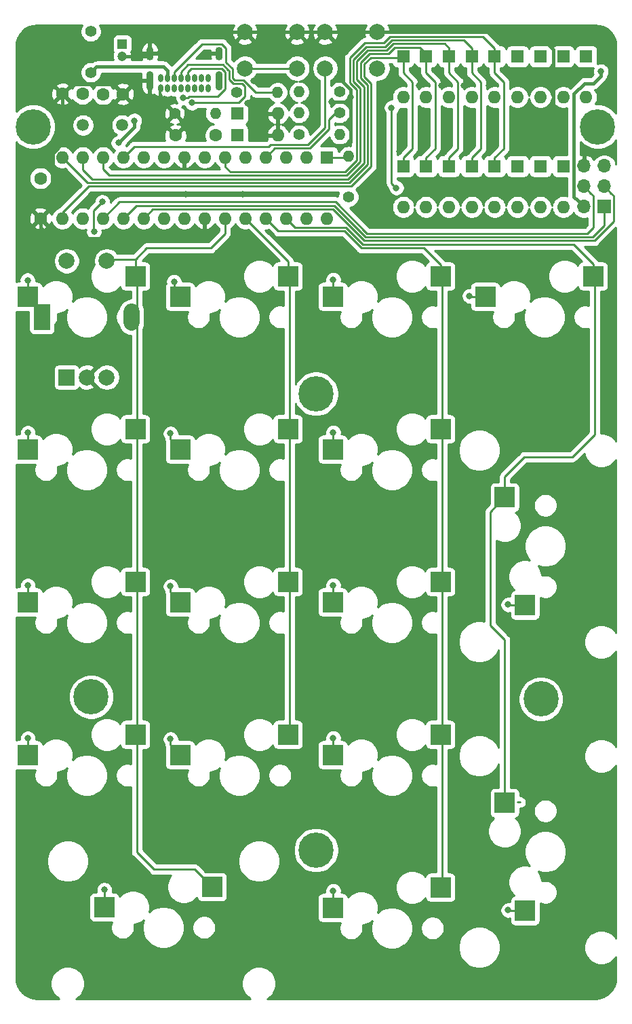
<source format=gbl>
G04 #@! TF.GenerationSoftware,KiCad,Pcbnew,5.1.10-88a1d61d58~90~ubuntu21.04.1*
G04 #@! TF.CreationDate,2021-08-17T10:31:51+02:00*
G04 #@! TF.ProjectId,discipad-pro,64697363-6970-4616-942d-70726f2e6b69,rev?*
G04 #@! TF.SameCoordinates,Original*
G04 #@! TF.FileFunction,Copper,L2,Bot*
G04 #@! TF.FilePolarity,Positive*
%FSLAX46Y46*%
G04 Gerber Fmt 4.6, Leading zero omitted, Abs format (unit mm)*
G04 Created by KiCad (PCBNEW 5.1.10-88a1d61d58~90~ubuntu21.04.1) date 2021-08-17 10:31:51*
%MOMM*%
%LPD*%
G01*
G04 APERTURE LIST*
G04 #@! TA.AperFunction,ComponentPad*
%ADD10C,2.000000*%
G04 #@! TD*
G04 #@! TA.AperFunction,ComponentPad*
%ADD11R,2.000000X3.200000*%
G04 #@! TD*
G04 #@! TA.AperFunction,ComponentPad*
%ADD12R,2.000000X2.000000*%
G04 #@! TD*
G04 #@! TA.AperFunction,ComponentPad*
%ADD13O,1.700000X1.700000*%
G04 #@! TD*
G04 #@! TA.AperFunction,ComponentPad*
%ADD14R,1.700000X1.700000*%
G04 #@! TD*
G04 #@! TA.AperFunction,SMDPad,CuDef*
%ADD15R,2.500000X2.550000*%
G04 #@! TD*
G04 #@! TA.AperFunction,SMDPad,CuDef*
%ADD16R,2.550000X2.500000*%
G04 #@! TD*
G04 #@! TA.AperFunction,ComponentPad*
%ADD17O,1.600000X1.600000*%
G04 #@! TD*
G04 #@! TA.AperFunction,ComponentPad*
%ADD18R,1.600000X1.600000*%
G04 #@! TD*
G04 #@! TA.AperFunction,ComponentPad*
%ADD19C,1.400000*%
G04 #@! TD*
G04 #@! TA.AperFunction,ComponentPad*
%ADD20C,4.400000*%
G04 #@! TD*
G04 #@! TA.AperFunction,ComponentPad*
%ADD21C,1.600000*%
G04 #@! TD*
G04 #@! TA.AperFunction,ComponentPad*
%ADD22R,1.200000X1.200000*%
G04 #@! TD*
G04 #@! TA.AperFunction,ComponentPad*
%ADD23C,1.200000*%
G04 #@! TD*
G04 #@! TA.AperFunction,ComponentPad*
%ADD24O,1.400000X1.400000*%
G04 #@! TD*
G04 #@! TA.AperFunction,ComponentPad*
%ADD25O,0.900000X1.700000*%
G04 #@! TD*
G04 #@! TA.AperFunction,ComponentPad*
%ADD26O,0.900000X2.400000*%
G04 #@! TD*
G04 #@! TA.AperFunction,ComponentPad*
%ADD27O,0.650000X1.000000*%
G04 #@! TD*
G04 #@! TA.AperFunction,ComponentPad*
%ADD28C,1.500000*%
G04 #@! TD*
G04 #@! TA.AperFunction,ViaPad*
%ADD29C,0.800000*%
G04 #@! TD*
G04 #@! TA.AperFunction,Conductor*
%ADD30C,0.250000*%
G04 #@! TD*
G04 #@! TA.AperFunction,Conductor*
%ADD31C,0.400000*%
G04 #@! TD*
G04 #@! TA.AperFunction,Conductor*
%ADD32C,0.254000*%
G04 #@! TD*
G04 #@! TA.AperFunction,Conductor*
%ADD33C,0.150000*%
G04 #@! TD*
G04 APERTURE END LIST*
D10*
X117701493Y-45217093D03*
X112701493Y-45217093D03*
G04 #@! TA.AperFunction,ComponentPad*
G36*
G01*
X120801493Y-53917093D02*
X120801493Y-53917093D01*
G75*
G02*
X119801493Y-52917093I0J1000000D01*
G01*
X119801493Y-51517093D01*
G75*
G02*
X120801493Y-50517093I1000000J0D01*
G01*
X120801493Y-50517093D01*
G75*
G02*
X121801493Y-51517093I0J-1000000D01*
G01*
X121801493Y-52917093D01*
G75*
G02*
X120801493Y-53917093I-1000000J0D01*
G01*
G37*
G04 #@! TD.AperFunction*
D11*
X109601493Y-52217093D03*
D10*
X117701493Y-59717093D03*
X115201493Y-59717093D03*
D12*
X112701493Y-59717093D03*
D13*
X177279591Y-33383393D03*
X179819591Y-33383393D03*
X177279591Y-35923393D03*
X179819591Y-35923393D03*
X177279591Y-38463393D03*
D14*
X179819591Y-38463393D03*
D15*
X169926000Y-126232000D03*
X167386000Y-112782000D03*
D16*
X117406000Y-125782000D03*
X130856000Y-123242000D03*
D15*
X169926000Y-88132000D03*
X167386000Y-74682000D03*
D16*
X145929000Y-125857000D03*
X159379000Y-123317000D03*
X145929000Y-106807000D03*
X159379000Y-104267000D03*
X126879000Y-106807000D03*
X140329000Y-104267000D03*
X107829000Y-106807000D03*
X121279000Y-104267000D03*
X145929000Y-87757000D03*
X159379000Y-85217000D03*
X126879000Y-87757000D03*
X140329000Y-85217000D03*
X107829000Y-87757000D03*
X121279000Y-85217000D03*
X145929000Y-68707000D03*
X159379000Y-66167000D03*
X126879000Y-68707000D03*
X140329000Y-66167000D03*
X107829000Y-68707000D03*
X121279000Y-66167000D03*
X164979000Y-49657000D03*
X178429000Y-47117000D03*
X145929000Y-49657000D03*
X159379000Y-47117000D03*
X126879000Y-49657000D03*
X140329000Y-47117000D03*
X107829000Y-49657000D03*
X121279000Y-47117000D03*
D10*
X151470929Y-16693091D03*
X151470929Y-21193091D03*
X144970929Y-16693091D03*
X144970929Y-21193091D03*
D17*
X177550923Y-24807330D03*
D18*
X177550923Y-19727330D03*
D17*
X174696610Y-38488743D03*
D18*
X174696610Y-33408743D03*
D17*
X171842297Y-38488743D03*
D18*
X171842297Y-33408743D03*
D17*
X168987991Y-38488743D03*
D18*
X168987991Y-33408743D03*
D17*
X166133685Y-38488743D03*
D18*
X166133685Y-33408743D03*
D17*
X163279379Y-38488743D03*
D18*
X163279379Y-33408743D03*
D17*
X160425073Y-38488743D03*
D18*
X160425073Y-33408743D03*
D17*
X157570767Y-38488743D03*
D18*
X157570767Y-33408743D03*
D17*
X154716461Y-38488743D03*
D18*
X154716461Y-33408743D03*
D17*
X174696610Y-24807330D03*
D18*
X174696610Y-19727330D03*
D17*
X171842297Y-24807330D03*
D18*
X171842297Y-19727330D03*
D17*
X168987991Y-24807330D03*
D18*
X168987991Y-19727330D03*
D17*
X166133685Y-24807330D03*
D18*
X166133685Y-19727330D03*
D17*
X163279379Y-24807330D03*
D18*
X163279379Y-19727330D03*
D17*
X160425073Y-24807330D03*
D18*
X160425073Y-19727330D03*
D17*
X157570767Y-24807330D03*
D18*
X157570767Y-19727330D03*
D17*
X154716461Y-24807330D03*
D18*
X154716461Y-19727330D03*
D17*
X139054831Y-29536623D03*
D18*
X133974831Y-29536623D03*
D17*
X139054831Y-26841931D03*
D18*
X133974831Y-26841931D03*
D19*
X115714273Y-16610309D03*
X115714273Y-21710309D03*
D20*
X143833559Y-118686673D03*
X115752543Y-99566685D03*
X171914575Y-99841686D03*
X143833559Y-61784261D03*
X179001130Y-28475773D03*
X108503031Y-28475773D03*
D21*
X117219101Y-24409709D03*
X119719101Y-24409709D03*
X112164393Y-24392211D03*
X114664393Y-24392211D03*
D22*
X119633825Y-18180421D03*
D23*
X119633825Y-19680421D03*
D21*
X126287493Y-29571619D03*
X131287493Y-29571619D03*
X109414993Y-34908509D03*
X109414993Y-39908509D03*
D24*
X141703959Y-24147239D03*
D19*
X146783959Y-24147239D03*
X126178077Y-26841931D03*
D24*
X131258077Y-26841931D03*
D19*
X133929691Y-24199733D03*
D24*
X139009691Y-24199733D03*
X146783959Y-29484129D03*
D19*
X141703959Y-29484129D03*
D24*
X141703959Y-26771939D03*
D19*
X146783959Y-26771939D03*
X147875597Y-37235743D03*
D24*
X147875597Y-32155743D03*
D10*
X134962073Y-21193091D03*
X134962073Y-16693091D03*
X141462073Y-21193091D03*
X141462073Y-16693091D03*
D18*
X145163407Y-32301307D03*
D17*
X112143407Y-39921307D03*
X142623407Y-32301307D03*
X114683407Y-39921307D03*
X140083407Y-32301307D03*
X117223407Y-39921307D03*
X137543407Y-32301307D03*
X119763407Y-39921307D03*
X135003407Y-32301307D03*
X122303407Y-39921307D03*
X132463407Y-32301307D03*
X124843407Y-39921307D03*
X129923407Y-32301307D03*
X127383407Y-39921307D03*
X127383407Y-32301307D03*
X129923407Y-39921307D03*
X124843407Y-32301307D03*
X132463407Y-39921307D03*
X122303407Y-32301307D03*
X135003407Y-39921307D03*
X119763407Y-32301307D03*
X137543407Y-39921307D03*
X117223407Y-32301307D03*
X140083407Y-39921307D03*
X114683407Y-32301307D03*
X142623407Y-39921307D03*
X112143407Y-32301307D03*
X145163407Y-39921307D03*
D25*
X123077937Y-19342987D03*
X131727937Y-19342987D03*
D26*
X123077937Y-22722987D03*
X131727937Y-22722987D03*
D27*
X124422937Y-22377987D03*
X125272937Y-22377987D03*
X126122937Y-22377987D03*
X126972937Y-22377987D03*
X127822937Y-22377987D03*
X128672937Y-22377987D03*
X129522937Y-22377987D03*
X130377937Y-22377987D03*
X124427937Y-23702987D03*
X125277937Y-23702987D03*
X126127937Y-23702987D03*
X126977937Y-23702987D03*
X127827937Y-23702987D03*
X129527937Y-23702987D03*
X130377937Y-23702987D03*
X128677937Y-23702987D03*
D28*
X119616327Y-28276767D03*
X114736327Y-28276767D03*
D29*
X107811993Y-47613993D03*
X126100710Y-47804493D03*
X145975493Y-47550493D03*
X162993493Y-49582493D03*
X107850093Y-66651293D03*
X125655493Y-66727493D03*
X145975493Y-66600493D03*
X107850093Y-85701293D03*
X125655508Y-85777493D03*
X145975493Y-85650493D03*
X167819493Y-88063493D03*
X107850093Y-104751293D03*
X125655493Y-104827493D03*
X145975493Y-104700493D03*
X117400493Y-123623493D03*
X145975493Y-123750493D03*
X167819493Y-126163493D03*
X170010567Y-63727715D03*
X108085145Y-18950333D03*
X154157379Y-40735343D03*
X127612913Y-36920779D03*
X134664607Y-36868285D03*
X116991627Y-26754441D03*
X124568261Y-16325633D03*
X146895709Y-22047479D03*
X148138067Y-24794665D03*
X145758339Y-25424593D03*
X148138067Y-16693091D03*
X170780479Y-16693091D03*
X174332573Y-29361643D03*
X180159407Y-31548893D03*
X138202084Y-16693091D03*
X165549229Y-31604029D03*
X162609876Y-31604029D03*
X159744937Y-31604029D03*
X154275508Y-31604029D03*
X165437608Y-23381282D03*
X162312220Y-23381282D03*
X159484488Y-23381282D03*
X156656756Y-23381282D03*
X156210272Y-37036251D03*
X156917205Y-31604029D03*
X136006871Y-22748763D03*
X135259539Y-25512083D03*
X179706693Y-43740493D03*
X180113093Y-64847893D03*
X179389495Y-21592531D03*
X119159110Y-30498433D03*
X121153844Y-27716304D03*
X127269933Y-24871903D03*
X128350138Y-25492473D03*
X153264981Y-26107015D03*
X153859913Y-36098373D03*
X117146493Y-37870579D03*
X116105093Y-41581493D03*
D30*
X168962493Y-112701493D02*
X168961001Y-112702985D01*
X169343493Y-112701493D02*
X168962493Y-112701493D01*
X154716461Y-32358743D02*
X154716461Y-33408743D01*
X155841462Y-31233742D02*
X154716461Y-32358743D01*
X155841462Y-22902331D02*
X155841462Y-31233742D01*
X154716461Y-21777330D02*
X155841462Y-22902331D01*
X154716461Y-20727330D02*
X154716461Y-21777330D01*
X154716461Y-20727330D02*
X154716461Y-19727330D01*
X112143407Y-39208034D02*
X112143407Y-39921307D01*
X115428048Y-35923393D02*
X112143407Y-39208034D01*
X148190561Y-35923393D02*
X115428048Y-35923393D01*
X150727771Y-33386183D02*
X148190561Y-35923393D01*
X154593436Y-19850355D02*
X150685151Y-19850355D01*
X154716461Y-19727330D02*
X154593436Y-19850355D01*
X150685151Y-19850355D02*
X149852871Y-20682635D01*
X149852871Y-20682635D02*
X149852871Y-22222459D01*
X149852871Y-22222459D02*
X150727771Y-23097359D01*
X150727771Y-23097359D02*
X150727771Y-33386183D01*
X107829000Y-47631000D02*
X107811993Y-47613993D01*
X107829000Y-49657000D02*
X107829000Y-47631000D01*
X157570767Y-32358743D02*
X157570767Y-33408743D01*
X158695768Y-31233742D02*
X157570767Y-32358743D01*
X158695768Y-22902331D02*
X158695768Y-31233742D01*
X157570767Y-21777330D02*
X158695768Y-22902331D01*
X157570767Y-20727330D02*
X157570767Y-21777330D01*
X157570767Y-20727330D02*
X157570767Y-20718909D01*
X157570767Y-20727330D02*
X157570767Y-19727330D01*
X112943406Y-33101306D02*
X112143407Y-32301307D01*
X147998083Y-35468445D02*
X115310545Y-35468445D01*
X150272823Y-23289837D02*
X150272823Y-33193705D01*
X149397923Y-20490157D02*
X149397923Y-22414937D01*
X157570767Y-19727330D02*
X157570767Y-19371563D01*
X149397923Y-22414937D02*
X150272823Y-23289837D01*
X157570767Y-19371563D02*
X156782079Y-18582875D01*
X153673918Y-18582875D02*
X152856449Y-19400344D01*
X150272823Y-33193705D02*
X147998083Y-35468445D01*
X152856449Y-19400344D02*
X150487736Y-19400344D01*
X115310545Y-35468445D02*
X112943406Y-33101306D01*
X156782079Y-18582875D02*
X153673918Y-18582875D01*
X150487736Y-19400344D02*
X149397923Y-20490157D01*
X126100710Y-48878710D02*
X126879000Y-49657000D01*
X126100710Y-47804493D02*
X126100710Y-48878710D01*
X115854257Y-34995999D02*
X147823103Y-34995999D01*
X147823103Y-34995999D02*
X149817875Y-33001227D01*
X149817875Y-33001227D02*
X149817875Y-23499813D01*
X148942975Y-20297679D02*
X150290321Y-18950333D01*
X114681891Y-33823633D02*
X115854257Y-34995999D01*
X149817875Y-23499813D02*
X148942975Y-22624913D01*
X148942975Y-22624913D02*
X148942975Y-20297679D01*
X114683407Y-33822117D02*
X114683407Y-32301307D01*
X114681891Y-33823633D02*
X114683407Y-33822117D01*
X160425073Y-18677330D02*
X159875670Y-18127927D01*
X160425073Y-19727330D02*
X160425073Y-18677330D01*
X159875670Y-18127927D02*
X153492455Y-18127927D01*
X152670049Y-18950333D02*
X150290321Y-18950333D01*
X153492455Y-18127927D02*
X152670049Y-18950333D01*
X160425073Y-20721041D02*
X160425073Y-19727330D01*
X160425073Y-21777330D02*
X160425073Y-20721041D01*
X161550074Y-22902331D02*
X160425073Y-21777330D01*
X161550074Y-31233742D02*
X161550074Y-22902331D01*
X160425073Y-33408743D02*
X160425073Y-32358743D01*
X160425073Y-32358743D02*
X161550074Y-31233742D01*
X145929000Y-47596986D02*
X145975493Y-47550493D01*
X145929000Y-49657000D02*
X145929000Y-47596986D01*
X163068000Y-49657000D02*
X162993493Y-49582493D01*
X164979000Y-49657000D02*
X163068000Y-49657000D01*
X163279379Y-32358743D02*
X163279379Y-33408743D01*
X164404380Y-31233742D02*
X163279379Y-32358743D01*
X164404380Y-22902331D02*
X164404380Y-31233742D01*
X163279379Y-21777330D02*
X164404380Y-22902331D01*
X163279379Y-20727330D02*
X163279379Y-21777330D01*
X117223407Y-33757947D02*
X117223407Y-32301307D01*
X118006511Y-34541051D02*
X117223407Y-33757947D01*
X147630625Y-34541051D02*
X118006511Y-34541051D01*
X149362927Y-32808749D02*
X147630625Y-34541051D01*
X149362927Y-23692291D02*
X149362927Y-32808749D01*
X163279379Y-20727330D02*
X163279379Y-20723173D01*
X150097843Y-18495385D02*
X148488027Y-20105201D01*
X148488027Y-20105201D02*
X148488027Y-22817391D01*
X148488027Y-22817391D02*
X149362927Y-23692291D01*
X150097843Y-18495385D02*
X152477571Y-18495385D01*
X152477571Y-18495385D02*
X153299977Y-17672979D01*
X163279379Y-18677330D02*
X163279379Y-19727330D01*
X162275028Y-17672979D02*
X163279379Y-18677330D01*
X153299977Y-17672979D02*
X162275028Y-17672979D01*
X163279379Y-20727330D02*
X163279379Y-19727330D01*
X166133685Y-20725305D02*
X166133685Y-19727330D01*
X166133685Y-21777330D02*
X166133685Y-20725305D01*
X167258686Y-22902331D02*
X166133685Y-21777330D01*
X167258686Y-31233742D02*
X167258686Y-22902331D01*
X166133685Y-33408743D02*
X166133685Y-32358743D01*
X166133685Y-32358743D02*
X167258686Y-31233742D01*
X148033079Y-19912723D02*
X149905365Y-18040437D01*
X153089930Y-17218102D02*
X164674457Y-17218102D01*
X132463407Y-33432677D02*
X132591893Y-33561163D01*
X149905365Y-18040437D02*
X152267595Y-18040437D01*
X164674457Y-17218102D02*
X166133685Y-18677330D01*
X148900598Y-32623652D02*
X148900598Y-23877388D01*
X147438147Y-34086103D02*
X148900598Y-32623652D01*
X152267595Y-18040437D02*
X153089930Y-17218102D01*
X166133685Y-18677330D02*
X166133685Y-19727330D01*
X132463407Y-32301307D02*
X132463407Y-33432677D01*
X148033079Y-23009869D02*
X148033079Y-19912723D01*
X132591893Y-33561163D02*
X132599843Y-33561163D01*
X148900598Y-23877388D02*
X148033079Y-23009869D01*
X133124783Y-34086103D02*
X147438147Y-34086103D01*
X132599843Y-33561163D02*
X133124783Y-34086103D01*
X107829000Y-66672386D02*
X107850093Y-66651293D01*
X107829000Y-68707000D02*
X107829000Y-66672386D01*
X125655493Y-67483493D02*
X126879000Y-68707000D01*
X125655493Y-66727493D02*
X125655493Y-67483493D01*
X145929000Y-66646986D02*
X145975493Y-66600493D01*
X145929000Y-68707000D02*
X145929000Y-66646986D01*
X107829000Y-85722386D02*
X107850093Y-85701293D01*
X107829000Y-87757000D02*
X107829000Y-85722386D01*
X126879000Y-87757000D02*
X125655508Y-86533508D01*
X125655508Y-86533508D02*
X125655508Y-85777493D01*
X145929000Y-85696986D02*
X145975493Y-85650493D01*
X145929000Y-87757000D02*
X145929000Y-85696986D01*
X169926000Y-87857000D02*
X169389574Y-88393426D01*
X167888000Y-88132000D02*
X167819493Y-88063493D01*
X169926000Y-88132000D02*
X167888000Y-88132000D01*
X107829000Y-104772386D02*
X107850093Y-104751293D01*
X107829000Y-106807000D02*
X107829000Y-104772386D01*
X126879000Y-106807000D02*
X125655493Y-105583493D01*
X125655493Y-105583493D02*
X125655493Y-104827493D01*
X145929000Y-104746986D02*
X145975493Y-104700493D01*
X145929000Y-106807000D02*
X145929000Y-104746986D01*
X117406000Y-123629000D02*
X117400493Y-123623493D01*
X117406000Y-125782000D02*
X117406000Y-123629000D01*
X145929000Y-123796986D02*
X145975493Y-123750493D01*
X145929000Y-125857000D02*
X145929000Y-123796986D01*
X167888000Y-126232000D02*
X167819493Y-126163493D01*
X169926000Y-126232000D02*
X167888000Y-126232000D01*
X132463407Y-41816671D02*
X130675063Y-43605015D01*
X132463407Y-39921307D02*
X132463407Y-41816671D01*
X121279000Y-45005486D02*
X122679471Y-43605015D01*
X121279000Y-47117000D02*
X121279000Y-45005486D01*
X130675063Y-43605015D02*
X122679471Y-43605015D01*
X121444001Y-66001999D02*
X121279000Y-66167000D01*
X121444001Y-47282001D02*
X121444001Y-66001999D01*
X121279000Y-47117000D02*
X121444001Y-47282001D01*
X121444001Y-85051999D02*
X121279000Y-85217000D01*
X121444001Y-66332001D02*
X121444001Y-85051999D01*
X121279000Y-66167000D02*
X121444001Y-66332001D01*
X121444001Y-85382001D02*
X121444001Y-104101999D01*
X121279000Y-85217000D02*
X121444001Y-85382001D01*
X121279000Y-104267000D02*
X121444001Y-104101999D01*
X130856000Y-123242000D02*
X129973493Y-122359493D01*
X128697493Y-121083493D02*
X130856000Y-123242000D01*
X123623493Y-121083493D02*
X128697493Y-121083493D01*
X121444001Y-118904001D02*
X123623493Y-121083493D01*
X121444001Y-104432001D02*
X121444001Y-118904001D01*
X121279000Y-104267000D02*
X121444001Y-104432001D01*
X117913100Y-45005486D02*
X117701493Y-45217093D01*
X121279000Y-45005486D02*
X117913100Y-45005486D01*
X140329000Y-47117000D02*
X140335000Y-47117000D01*
X140329000Y-45246900D02*
X135003407Y-39921307D01*
X140329000Y-47117000D02*
X140329000Y-45246900D01*
X140494001Y-66001999D02*
X140329000Y-66167000D01*
X140494001Y-47282001D02*
X140494001Y-66001999D01*
X140329000Y-47117000D02*
X140494001Y-47282001D01*
X140494001Y-85051999D02*
X140329000Y-85217000D01*
X140494001Y-66332001D02*
X140494001Y-85051999D01*
X140329000Y-66167000D02*
X140494001Y-66332001D01*
X140494001Y-104101999D02*
X140329000Y-104267000D01*
X140494001Y-85382001D02*
X140494001Y-104101999D01*
X140329000Y-85217000D02*
X140494001Y-85382001D01*
X139127355Y-41505255D02*
X137543407Y-39921307D01*
X147368155Y-41505255D02*
X139127355Y-41505255D01*
X149467915Y-43605015D02*
X147368155Y-41505255D01*
X159544001Y-104432001D02*
X159379000Y-104267000D01*
X159544001Y-123151999D02*
X159544001Y-104432001D01*
X159379000Y-123317000D02*
X159544001Y-123151999D01*
X159544001Y-85382001D02*
X159379000Y-85217000D01*
X159544001Y-104101999D02*
X159544001Y-85382001D01*
X159379000Y-104267000D02*
X159544001Y-104101999D01*
X159544001Y-66332001D02*
X159379000Y-66167000D01*
X159544001Y-85051999D02*
X159544001Y-66332001D01*
X159379000Y-85217000D02*
X159544001Y-85051999D01*
X159544001Y-47282001D02*
X159379000Y-47117000D01*
X159544001Y-66001999D02*
X159544001Y-47282001D01*
X159379000Y-66167000D02*
X159544001Y-66001999D01*
X159379000Y-47117000D02*
X159379000Y-45714000D01*
X157270015Y-43605015D02*
X153333015Y-43605015D01*
X153333015Y-43605015D02*
X149467915Y-43605015D01*
X159379000Y-45714000D02*
X157270015Y-43605015D01*
X140883406Y-40721306D02*
X140083407Y-39921307D01*
X149660393Y-43150067D02*
X147560633Y-41050307D01*
X147560633Y-41050307D02*
X141212407Y-41050307D01*
X141212407Y-41050307D02*
X140883406Y-40721306D01*
X178429000Y-47117000D02*
X178429000Y-45587000D01*
X178429000Y-45587000D02*
X175992067Y-43150067D01*
X175992067Y-43150067D02*
X171711919Y-43150067D01*
X171711919Y-43150067D02*
X149660393Y-43150067D01*
X178429000Y-47117000D02*
X178594001Y-47282001D01*
X178594001Y-60865001D02*
X178594001Y-61667985D01*
X178594001Y-47282001D02*
X178594001Y-60865001D01*
X178594001Y-66874985D02*
X178594001Y-60865001D01*
X175820493Y-69648493D02*
X178594001Y-66874985D01*
X169851493Y-69648493D02*
X175820493Y-69648493D01*
X167386000Y-72113986D02*
X169851493Y-69648493D01*
X167386000Y-74682000D02*
X167386000Y-72113986D01*
X167386000Y-92453026D02*
X167386000Y-112782000D01*
X165585999Y-90653025D02*
X167386000Y-92453026D01*
X165585999Y-76482001D02*
X165585999Y-90653025D01*
X167386000Y-74682000D02*
X165585999Y-76482001D01*
D31*
X109414993Y-41039879D02*
X110790265Y-42415151D01*
X109414993Y-39908509D02*
X109414993Y-41039879D01*
X110790265Y-42415151D02*
X128732785Y-42415151D01*
X129923407Y-41224529D02*
X129923407Y-39921307D01*
X128732785Y-42415151D02*
X129923407Y-41224529D01*
X118919102Y-23609710D02*
X119719101Y-24409709D01*
X118501602Y-23192210D02*
X118919102Y-23609710D01*
X113364394Y-23192210D02*
X118501602Y-23192210D01*
X112164393Y-24392211D02*
X113364394Y-23192210D01*
X119719101Y-24409709D02*
X122151323Y-26841931D01*
X126178077Y-29462203D02*
X126287493Y-29571619D01*
X150056716Y-16693091D02*
X148138067Y-16693091D01*
X151470929Y-16693091D02*
X150056716Y-16693091D01*
X144970929Y-16693091D02*
X141462073Y-16693091D01*
X141462073Y-16693091D02*
X138202084Y-16693091D01*
X133547860Y-16693091D02*
X134962073Y-16693091D01*
X126577833Y-16693091D02*
X133547860Y-16693091D01*
X123927937Y-19342987D02*
X126577833Y-16693091D01*
X123077937Y-19342987D02*
X123927937Y-19342987D01*
X110943406Y-31796417D02*
X112164393Y-30575430D01*
X112164393Y-30575430D02*
X112164393Y-25523581D01*
X109414993Y-39908509D02*
X110943406Y-38380096D01*
X112164393Y-25523581D02*
X112164393Y-24392211D01*
X110943406Y-38380096D02*
X110943406Y-31796417D01*
X146895709Y-22630987D02*
X148138067Y-23873345D01*
X146895709Y-22047479D02*
X146895709Y-22630987D01*
X148138067Y-23873345D02*
X148138067Y-24794665D01*
X122151323Y-26841931D02*
X122153537Y-26841931D01*
X122153537Y-26841931D02*
X123518381Y-28206775D01*
X124922649Y-28206775D02*
X126287493Y-29571619D01*
X124813233Y-28206775D02*
X126178077Y-26841931D01*
X124095815Y-28206775D02*
X124813233Y-28206775D01*
X123518381Y-28206775D02*
X124095815Y-28206775D01*
X124095815Y-28206775D02*
X124922649Y-28206775D01*
X147508139Y-25424593D02*
X148138067Y-24794665D01*
X145758339Y-25424593D02*
X147508139Y-25424593D01*
X148138067Y-16693091D02*
X144970929Y-16693091D01*
X122740503Y-19680421D02*
X123077937Y-19342987D01*
X119633825Y-19680421D02*
X122740503Y-19680421D01*
X151470929Y-16693091D02*
X170780479Y-16693091D01*
X173932574Y-28961644D02*
X174332573Y-29361643D01*
X173496609Y-28525679D02*
X173932574Y-28961644D01*
X173496609Y-18843536D02*
X173496609Y-23412323D01*
X171346164Y-16693091D02*
X173496609Y-18843536D01*
X170780479Y-16693091D02*
X171346164Y-16693091D01*
X173496609Y-23412323D02*
X173496609Y-28525679D01*
X173496609Y-23412323D02*
X173496609Y-23412323D01*
X138202084Y-16693091D02*
X134962073Y-16693091D01*
D30*
X148138067Y-24794665D02*
X148138067Y-24834069D01*
D31*
X147094557Y-30822682D02*
X145829519Y-30822682D01*
X147652662Y-30822682D02*
X147094557Y-30822682D01*
X148136353Y-30338991D02*
X147652662Y-30822682D01*
X148136353Y-25362064D02*
X148136353Y-30338991D01*
X148138067Y-25360350D02*
X148136353Y-25362064D01*
X148138067Y-24794665D02*
X148138067Y-25360350D01*
X176429592Y-37613394D02*
X177279591Y-38463393D01*
X176029590Y-37213392D02*
X176429592Y-37613394D01*
X176029590Y-24386751D02*
X176029590Y-37213392D01*
X178491097Y-23056614D02*
X177359727Y-23056614D01*
X179389495Y-22158216D02*
X178491097Y-23056614D01*
X179389495Y-21592531D02*
X179389495Y-22158216D01*
X177359727Y-23056614D02*
X176029590Y-24386751D01*
X119159110Y-30498433D02*
X121153844Y-28503699D01*
X121153844Y-28503699D02*
X121153844Y-27716304D01*
D30*
X141603959Y-24247239D02*
X141703959Y-24147239D01*
X132502947Y-23794006D02*
X131554782Y-24742171D01*
X132048956Y-21197977D02*
X132412302Y-21561323D01*
X128252947Y-21197977D02*
X132048956Y-21197977D01*
X127822937Y-22377987D02*
X127822937Y-21627987D01*
X131554782Y-24742171D02*
X127965350Y-24742171D01*
X127965350Y-24742171D02*
X127835618Y-24871903D01*
X132412302Y-21568955D02*
X132502947Y-21659600D01*
X127835618Y-24871903D02*
X127269933Y-24871903D01*
X132412302Y-21561323D02*
X132412302Y-21568955D01*
X127822937Y-21627987D02*
X128252947Y-21197977D01*
X132502947Y-21659600D02*
X132502947Y-23794006D01*
X132214887Y-20735129D02*
X132227725Y-20747967D01*
X128915823Y-25492473D02*
X128350138Y-25492473D01*
X126972937Y-22377987D02*
X126972937Y-21627987D01*
X126972937Y-21627987D02*
X127865795Y-20735129D01*
X134153953Y-25492473D02*
X128915823Y-25492473D01*
X127865795Y-20735129D02*
X132214887Y-20735129D01*
X134954692Y-24691734D02*
X134153953Y-25492473D01*
X134954692Y-23474934D02*
X134954692Y-24691734D01*
X132227725Y-20747967D02*
X132235357Y-20747968D01*
X132862313Y-21382556D02*
X132952957Y-21473200D01*
X132862313Y-21374924D02*
X132862313Y-21382556D01*
X132235357Y-20747968D02*
X132862313Y-21374924D01*
X132952957Y-21473200D02*
X132952957Y-22628067D01*
X133457245Y-23132355D02*
X134612113Y-23132355D01*
X132952957Y-22628067D02*
X133457245Y-23132355D01*
X134612113Y-23132355D02*
X134954692Y-23474934D01*
D31*
X116414272Y-21010310D02*
X115714273Y-21710309D01*
X124805260Y-21010310D02*
X116414272Y-21010310D01*
X125272937Y-21477987D02*
X124805260Y-21010310D01*
X125272937Y-22377987D02*
X125272937Y-21477987D01*
D30*
X138019742Y-24199733D02*
X139009691Y-24199733D01*
X133649723Y-22677407D02*
X134804591Y-22677407D01*
X133404751Y-22432435D02*
X133649723Y-22677407D01*
X133404751Y-21260069D02*
X133404751Y-22432435D01*
X136326917Y-24199733D02*
X138019742Y-24199733D01*
X126122937Y-21627987D02*
X129582947Y-18167977D01*
X126122937Y-22377987D02*
X126122937Y-21627987D01*
X129582947Y-18167977D02*
X132074903Y-18167977D01*
X132074903Y-18167977D02*
X132599843Y-18692917D01*
X134804591Y-22677407D02*
X136326917Y-24199733D01*
X132599843Y-18692917D02*
X132599843Y-20455161D01*
X132599843Y-20455161D02*
X133404751Y-21260069D01*
X138668408Y-31176306D02*
X137543407Y-32301307D01*
X143057440Y-31176306D02*
X138668408Y-31176306D01*
X145457449Y-28776297D02*
X143057440Y-31176306D01*
X145457449Y-27622880D02*
X145457449Y-28776297D01*
X146308390Y-26771939D02*
X145457449Y-27622880D01*
X146783959Y-26771939D02*
X146308390Y-26771939D01*
X147730033Y-32301307D02*
X147875597Y-32155743D01*
X145163407Y-32301307D02*
X147730033Y-32301307D01*
X140047860Y-21193091D02*
X134962073Y-21193091D01*
X141462073Y-21193091D02*
X140047860Y-21193091D01*
X153264981Y-26107015D02*
X153264981Y-26672700D01*
X153264981Y-26672700D02*
X153264981Y-35503441D01*
X153264981Y-35503441D02*
X153859913Y-36098373D01*
X121110753Y-30953961D02*
X119763407Y-32301307D01*
X137936733Y-30953961D02*
X121110753Y-30953961D01*
X138181705Y-30708989D02*
X137936733Y-30953961D01*
X142853671Y-30708989D02*
X138181705Y-30708989D01*
X144970929Y-28591731D02*
X142853671Y-30708989D01*
X144970929Y-21193091D02*
X144970929Y-28591731D01*
X117223407Y-39921307D02*
X119279043Y-37865671D01*
X119279043Y-37865671D02*
X146318275Y-37865671D01*
X146318275Y-37865671D02*
X150220329Y-41767725D01*
X150220329Y-41767725D02*
X177727185Y-41767725D01*
X178129590Y-36773392D02*
X177279591Y-35923393D01*
X178454592Y-37098394D02*
X178129590Y-36773392D01*
X178454592Y-41040318D02*
X178454592Y-37098394D01*
X177727185Y-41767725D02*
X178454592Y-41040318D01*
X122303407Y-39921307D02*
X123449147Y-38775567D01*
X123449147Y-38775567D02*
X145933319Y-38775567D01*
X145933319Y-38775567D02*
X149835373Y-42677621D01*
X149835373Y-42677621D02*
X178602085Y-42677621D01*
X180669590Y-36773392D02*
X179819591Y-35923393D01*
X180994592Y-37098394D02*
X180669590Y-36773392D01*
X180994592Y-40285114D02*
X180994592Y-37098394D01*
X178602085Y-42677621D02*
X180994592Y-40285114D01*
X119763407Y-39921307D02*
X121364095Y-38320619D01*
X121364095Y-38320619D02*
X146125797Y-38320619D01*
X146125797Y-38320619D02*
X150027851Y-42222673D01*
X150027851Y-42222673D02*
X178409607Y-42222673D01*
X179819591Y-40812689D02*
X179819591Y-38463393D01*
X178409607Y-42222673D02*
X179819591Y-40812689D01*
X116098406Y-41574806D02*
X116105093Y-41581493D01*
X116098406Y-38918666D02*
X116098406Y-41574806D01*
X117146493Y-37870579D02*
X116098406Y-38918666D01*
D32*
X114531212Y-15977950D02*
X114430577Y-16220904D01*
X114379273Y-16478823D01*
X114379273Y-16741795D01*
X114430577Y-16999714D01*
X114531212Y-17242668D01*
X114677311Y-17461322D01*
X114863260Y-17647271D01*
X115081914Y-17793370D01*
X115324868Y-17894005D01*
X115582787Y-17945309D01*
X115845759Y-17945309D01*
X116103678Y-17894005D01*
X116346632Y-17793370D01*
X116565286Y-17647271D01*
X116751235Y-17461322D01*
X116897334Y-17242668D01*
X116997969Y-16999714D01*
X117049273Y-16741795D01*
X117049273Y-16478823D01*
X116997969Y-16220904D01*
X116897334Y-15977950D01*
X116786275Y-15811737D01*
X133621095Y-15811737D01*
X133562259Y-15833047D01*
X133421369Y-16122662D01*
X133339689Y-16434199D01*
X133320355Y-16755686D01*
X133364112Y-17074766D01*
X133469278Y-17379179D01*
X133562259Y-17553135D01*
X133826660Y-17648899D01*
X134782468Y-16693091D01*
X134768326Y-16678949D01*
X134947931Y-16499344D01*
X134962073Y-16513486D01*
X134976216Y-16499344D01*
X135155821Y-16678949D01*
X135141678Y-16693091D01*
X136097486Y-17648899D01*
X136361887Y-17553135D01*
X136502777Y-17263520D01*
X136584457Y-16951983D01*
X136603791Y-16630496D01*
X136560034Y-16311416D01*
X136454868Y-16007003D01*
X136361887Y-15833047D01*
X136303051Y-15811737D01*
X140121095Y-15811737D01*
X140062259Y-15833047D01*
X139921369Y-16122662D01*
X139839689Y-16434199D01*
X139820355Y-16755686D01*
X139864112Y-17074766D01*
X139969278Y-17379179D01*
X140062259Y-17553135D01*
X140326660Y-17648899D01*
X141282468Y-16693091D01*
X141268326Y-16678949D01*
X141447931Y-16499344D01*
X141462073Y-16513486D01*
X141476216Y-16499344D01*
X141655821Y-16678949D01*
X141641678Y-16693091D01*
X142597486Y-17648899D01*
X142861887Y-17553135D01*
X143002777Y-17263520D01*
X143084457Y-16951983D01*
X143103791Y-16630496D01*
X143060034Y-16311416D01*
X142954868Y-16007003D01*
X142861887Y-15833047D01*
X142803051Y-15811737D01*
X143629951Y-15811737D01*
X143571115Y-15833047D01*
X143430225Y-16122662D01*
X143348545Y-16434199D01*
X143329211Y-16755686D01*
X143372968Y-17074766D01*
X143478134Y-17379179D01*
X143571115Y-17553135D01*
X143835516Y-17648899D01*
X144791324Y-16693091D01*
X144777182Y-16678949D01*
X144956787Y-16499344D01*
X144970929Y-16513486D01*
X144985072Y-16499344D01*
X145164677Y-16678949D01*
X145150534Y-16693091D01*
X146106342Y-17648899D01*
X146370743Y-17553135D01*
X146511633Y-17263520D01*
X146593313Y-16951983D01*
X146612647Y-16630496D01*
X146568890Y-16311416D01*
X146463724Y-16007003D01*
X146370743Y-15833047D01*
X146311907Y-15811737D01*
X150129951Y-15811737D01*
X150071115Y-15833047D01*
X149930225Y-16122662D01*
X149848545Y-16434199D01*
X149829211Y-16755686D01*
X149872968Y-17074766D01*
X149944021Y-17280437D01*
X149942687Y-17280437D01*
X149905364Y-17276761D01*
X149868041Y-17280437D01*
X149868032Y-17280437D01*
X149756379Y-17291434D01*
X149613118Y-17334891D01*
X149481089Y-17405463D01*
X149365364Y-17500436D01*
X149341566Y-17529434D01*
X147522077Y-19348924D01*
X147493079Y-19372722D01*
X147469281Y-19401720D01*
X147469280Y-19401721D01*
X147398105Y-19488447D01*
X147327533Y-19620477D01*
X147303613Y-19699335D01*
X147284077Y-19763737D01*
X147278080Y-19824621D01*
X147269403Y-19912723D01*
X147273080Y-19950055D01*
X147273079Y-22904846D01*
X147173364Y-22863543D01*
X146915445Y-22812239D01*
X146652473Y-22812239D01*
X146394554Y-22863543D01*
X146151600Y-22964178D01*
X145932946Y-23110277D01*
X145746997Y-23296226D01*
X145730929Y-23320274D01*
X145730929Y-22648000D01*
X145745392Y-22642009D01*
X146013181Y-22463078D01*
X146240916Y-22235343D01*
X146419847Y-21967554D01*
X146543097Y-21670003D01*
X146605929Y-21354124D01*
X146605929Y-21032058D01*
X146543097Y-20716179D01*
X146419847Y-20418628D01*
X146240916Y-20150839D01*
X146013181Y-19923104D01*
X145745392Y-19744173D01*
X145447841Y-19620923D01*
X145131962Y-19558091D01*
X144809896Y-19558091D01*
X144494017Y-19620923D01*
X144196466Y-19744173D01*
X143928677Y-19923104D01*
X143700942Y-20150839D01*
X143522011Y-20418628D01*
X143398761Y-20716179D01*
X143335929Y-21032058D01*
X143335929Y-21354124D01*
X143398761Y-21670003D01*
X143522011Y-21967554D01*
X143700942Y-22235343D01*
X143928677Y-22463078D01*
X144196466Y-22642009D01*
X144210929Y-22648000D01*
X144210930Y-28276928D01*
X143038959Y-29448900D01*
X143038959Y-29352643D01*
X142987655Y-29094724D01*
X142887020Y-28851770D01*
X142740921Y-28633116D01*
X142554972Y-28447167D01*
X142336318Y-28301068D01*
X142093364Y-28200433D01*
X141835445Y-28149129D01*
X141572473Y-28149129D01*
X141314554Y-28200433D01*
X141071600Y-28301068D01*
X140852946Y-28447167D01*
X140666997Y-28633116D01*
X140520898Y-28851770D01*
X140420263Y-29094724D01*
X140419592Y-29098096D01*
X140406077Y-29053536D01*
X140285868Y-28799203D01*
X140118350Y-28573209D01*
X139909962Y-28384238D01*
X139668712Y-28239553D01*
X139528315Y-28189277D01*
X139668712Y-28139001D01*
X139909962Y-27994316D01*
X140118350Y-27805345D01*
X140285868Y-27579351D01*
X140406077Y-27325018D01*
X140440732Y-27210761D01*
X140520898Y-27404298D01*
X140666997Y-27622952D01*
X140852946Y-27808901D01*
X141071600Y-27955000D01*
X141314554Y-28055635D01*
X141572473Y-28106939D01*
X141835445Y-28106939D01*
X142093364Y-28055635D01*
X142336318Y-27955000D01*
X142554972Y-27808901D01*
X142740921Y-27622952D01*
X142887020Y-27404298D01*
X142987655Y-27161344D01*
X143038959Y-26903425D01*
X143038959Y-26640453D01*
X142987655Y-26382534D01*
X142887020Y-26139580D01*
X142740921Y-25920926D01*
X142554972Y-25734977D01*
X142336318Y-25588878D01*
X142093364Y-25488243D01*
X141949313Y-25459589D01*
X142093364Y-25430935D01*
X142336318Y-25330300D01*
X142554972Y-25184201D01*
X142740921Y-24998252D01*
X142887020Y-24779598D01*
X142987655Y-24536644D01*
X143038959Y-24278725D01*
X143038959Y-24015753D01*
X142987655Y-23757834D01*
X142887020Y-23514880D01*
X142740921Y-23296226D01*
X142554972Y-23110277D01*
X142336318Y-22964178D01*
X142093364Y-22863543D01*
X141835445Y-22812239D01*
X141702800Y-22812239D01*
X141938985Y-22765259D01*
X142236536Y-22642009D01*
X142504325Y-22463078D01*
X142732060Y-22235343D01*
X142910991Y-21967554D01*
X143034241Y-21670003D01*
X143097073Y-21354124D01*
X143097073Y-21032058D01*
X143034241Y-20716179D01*
X142910991Y-20418628D01*
X142732060Y-20150839D01*
X142504325Y-19923104D01*
X142236536Y-19744173D01*
X141938985Y-19620923D01*
X141623106Y-19558091D01*
X141301040Y-19558091D01*
X140985161Y-19620923D01*
X140687610Y-19744173D01*
X140419821Y-19923104D01*
X140192086Y-20150839D01*
X140013155Y-20418628D01*
X140007164Y-20433091D01*
X136416982Y-20433091D01*
X136410991Y-20418628D01*
X136232060Y-20150839D01*
X136004325Y-19923104D01*
X135736536Y-19744173D01*
X135438985Y-19620923D01*
X135123106Y-19558091D01*
X134801040Y-19558091D01*
X134485161Y-19620923D01*
X134187610Y-19744173D01*
X133919821Y-19923104D01*
X133692086Y-20150839D01*
X133563206Y-20343722D01*
X133359843Y-20140360D01*
X133359843Y-18730239D01*
X133363519Y-18692916D01*
X133359843Y-18655593D01*
X133359843Y-18655584D01*
X133348846Y-18543931D01*
X133305389Y-18400670D01*
X133234817Y-18268641D01*
X133139844Y-18152916D01*
X133110846Y-18129119D01*
X132810231Y-17828504D01*
X134006265Y-17828504D01*
X134102029Y-18092905D01*
X134391644Y-18233795D01*
X134703181Y-18315475D01*
X135024668Y-18334809D01*
X135343748Y-18291052D01*
X135648161Y-18185886D01*
X135822117Y-18092905D01*
X135917881Y-17828504D01*
X140506265Y-17828504D01*
X140602029Y-18092905D01*
X140891644Y-18233795D01*
X141203181Y-18315475D01*
X141524668Y-18334809D01*
X141843748Y-18291052D01*
X142148161Y-18185886D01*
X142322117Y-18092905D01*
X142417881Y-17828504D01*
X144015121Y-17828504D01*
X144110885Y-18092905D01*
X144400500Y-18233795D01*
X144712037Y-18315475D01*
X145033524Y-18334809D01*
X145352604Y-18291052D01*
X145657017Y-18185886D01*
X145830973Y-18092905D01*
X145926737Y-17828504D01*
X144970929Y-16872696D01*
X144015121Y-17828504D01*
X142417881Y-17828504D01*
X141462073Y-16872696D01*
X140506265Y-17828504D01*
X135917881Y-17828504D01*
X134962073Y-16872696D01*
X134006265Y-17828504D01*
X132810231Y-17828504D01*
X132638706Y-17656979D01*
X132614904Y-17627976D01*
X132499179Y-17533003D01*
X132367150Y-17462431D01*
X132223889Y-17418974D01*
X132112236Y-17407977D01*
X132112225Y-17407977D01*
X132074903Y-17404301D01*
X132037581Y-17407977D01*
X129620269Y-17407977D01*
X129582946Y-17404301D01*
X129545623Y-17407977D01*
X129545614Y-17407977D01*
X129433961Y-17418974D01*
X129312102Y-17455939D01*
X129290700Y-17462431D01*
X129158670Y-17533003D01*
X129100892Y-17580421D01*
X129042946Y-17627976D01*
X129019148Y-17656974D01*
X125825970Y-20850153D01*
X125424706Y-20448889D01*
X125398551Y-20417019D01*
X125271406Y-20312674D01*
X125126347Y-20235138D01*
X124968949Y-20187392D01*
X124846279Y-20175310D01*
X124846278Y-20175310D01*
X124805260Y-20171270D01*
X124764242Y-20175310D01*
X124075430Y-20175310D01*
X124117313Y-20079220D01*
X124162937Y-19869987D01*
X124162937Y-19469987D01*
X123204937Y-19469987D01*
X123204937Y-19489987D01*
X122950937Y-19489987D01*
X122950937Y-19469987D01*
X121992937Y-19469987D01*
X121992937Y-19869987D01*
X122038561Y-20079220D01*
X122080444Y-20175310D01*
X120765492Y-20175310D01*
X120808062Y-20081905D01*
X120863825Y-19845108D01*
X120872320Y-19601983D01*
X120833220Y-19361872D01*
X120753374Y-19148304D01*
X120764362Y-19134915D01*
X120823327Y-19024601D01*
X120859637Y-18904903D01*
X120868394Y-18815987D01*
X121992937Y-18815987D01*
X121992937Y-19215987D01*
X122950937Y-19215987D01*
X122950937Y-18025485D01*
X123204937Y-18025485D01*
X123204937Y-19215987D01*
X124162937Y-19215987D01*
X124162937Y-18815987D01*
X124117313Y-18606754D01*
X124031746Y-18410442D01*
X123909524Y-18234596D01*
X123755345Y-18085973D01*
X123575134Y-17970285D01*
X123371938Y-17898579D01*
X123204937Y-18025485D01*
X122950937Y-18025485D01*
X122783936Y-17898579D01*
X122580740Y-17970285D01*
X122400529Y-18085973D01*
X122246350Y-18234596D01*
X122124128Y-18410442D01*
X122038561Y-18606754D01*
X121992937Y-18815987D01*
X120868394Y-18815987D01*
X120871897Y-18780421D01*
X120871897Y-17580421D01*
X120859637Y-17455939D01*
X120823327Y-17336241D01*
X120764362Y-17225927D01*
X120685010Y-17129236D01*
X120588319Y-17049884D01*
X120478005Y-16990919D01*
X120358307Y-16954609D01*
X120233825Y-16942349D01*
X119033825Y-16942349D01*
X118909343Y-16954609D01*
X118789645Y-16990919D01*
X118679331Y-17049884D01*
X118582640Y-17129236D01*
X118503288Y-17225927D01*
X118444323Y-17336241D01*
X118408013Y-17455939D01*
X118395753Y-17580421D01*
X118395753Y-18780421D01*
X118408013Y-18904903D01*
X118444323Y-19024601D01*
X118503288Y-19134915D01*
X118517393Y-19152102D01*
X118459588Y-19278937D01*
X118403825Y-19515734D01*
X118395330Y-19758859D01*
X118434430Y-19998970D01*
X118500358Y-20175310D01*
X116455290Y-20175310D01*
X116414271Y-20171270D01*
X116271783Y-20185304D01*
X116250583Y-20187392D01*
X116093185Y-20235138D01*
X115948126Y-20312674D01*
X115866724Y-20379479D01*
X115845759Y-20375309D01*
X115582787Y-20375309D01*
X115324868Y-20426613D01*
X115081914Y-20527248D01*
X114863260Y-20673347D01*
X114677311Y-20859296D01*
X114531212Y-21077950D01*
X114430577Y-21320904D01*
X114379273Y-21578823D01*
X114379273Y-21841795D01*
X114430577Y-22099714D01*
X114531212Y-22342668D01*
X114677311Y-22561322D01*
X114863260Y-22747271D01*
X115081914Y-22893370D01*
X115324868Y-22994005D01*
X115582787Y-23045309D01*
X115845759Y-23045309D01*
X116103678Y-22994005D01*
X116346632Y-22893370D01*
X116411559Y-22849987D01*
X121992937Y-22849987D01*
X121992937Y-23599987D01*
X122038561Y-23809220D01*
X122124128Y-24005532D01*
X122246350Y-24181378D01*
X122400529Y-24330001D01*
X122580740Y-24445689D01*
X122783936Y-24517395D01*
X122950937Y-24390489D01*
X122950937Y-22849987D01*
X121992937Y-22849987D01*
X116411559Y-22849987D01*
X116565286Y-22747271D01*
X116751235Y-22561322D01*
X116897334Y-22342668D01*
X116997969Y-22099714D01*
X117048574Y-21845310D01*
X121993085Y-21845310D01*
X121992937Y-21845987D01*
X121992937Y-22595987D01*
X122950937Y-22595987D01*
X122950937Y-22575987D01*
X123204937Y-22575987D01*
X123204937Y-22595987D01*
X123224937Y-22595987D01*
X123224937Y-22849987D01*
X123204937Y-22849987D01*
X123204937Y-24390489D01*
X123371938Y-24517395D01*
X123575134Y-24445689D01*
X123629602Y-24410723D01*
X123688079Y-24496537D01*
X123822968Y-24628991D01*
X123981106Y-24732584D01*
X124153643Y-24797967D01*
X124300937Y-24669108D01*
X124300937Y-23829987D01*
X124280937Y-23829987D01*
X124280937Y-23575987D01*
X124300937Y-23575987D01*
X124300937Y-23555987D01*
X124317937Y-23555987D01*
X124317937Y-23925148D01*
X124331827Y-24066179D01*
X124386721Y-24247140D01*
X124475864Y-24413915D01*
X124554937Y-24510266D01*
X124554937Y-24669108D01*
X124702231Y-24797967D01*
X124854584Y-24740233D01*
X124908783Y-24769203D01*
X125089744Y-24824097D01*
X125277937Y-24842632D01*
X125466129Y-24824097D01*
X125647090Y-24769203D01*
X125702937Y-24739352D01*
X125758783Y-24769203D01*
X125939744Y-24824097D01*
X126127937Y-24842632D01*
X126234933Y-24832094D01*
X126234933Y-24973842D01*
X126274707Y-25173801D01*
X126352728Y-25362159D01*
X126465996Y-25531677D01*
X126474394Y-25540075D01*
X126366337Y-25513748D01*
X126103604Y-25502541D01*
X125843733Y-25542806D01*
X125596711Y-25632996D01*
X125495874Y-25686894D01*
X125436413Y-25920662D01*
X126178077Y-26662326D01*
X126192220Y-26648184D01*
X126371825Y-26827789D01*
X126357682Y-26841931D01*
X127099346Y-27583595D01*
X127333114Y-27524134D01*
X127444011Y-27285689D01*
X127506260Y-27030191D01*
X127517467Y-26767458D01*
X127477202Y-26507587D01*
X127387012Y-26260565D01*
X127333114Y-26159728D01*
X127099348Y-26100268D01*
X127216002Y-25983614D01*
X127132164Y-25899776D01*
X127167994Y-25906903D01*
X127371872Y-25906903D01*
X127399267Y-25901454D01*
X127432933Y-25982729D01*
X127546201Y-26152247D01*
X127690364Y-26296410D01*
X127859882Y-26409678D01*
X128048240Y-26487699D01*
X128248199Y-26527473D01*
X128452077Y-26527473D01*
X128652036Y-26487699D01*
X128840394Y-26409678D01*
X129009912Y-26296410D01*
X129053849Y-26252473D01*
X130057246Y-26252473D01*
X129974381Y-26452526D01*
X129923077Y-26710445D01*
X129923077Y-26973417D01*
X129974381Y-27231336D01*
X130075016Y-27474290D01*
X130221115Y-27692944D01*
X130407064Y-27878893D01*
X130625718Y-28024992D01*
X130868672Y-28125627D01*
X131035045Y-28158721D01*
X130868919Y-28191766D01*
X130607766Y-28299939D01*
X130372734Y-28456982D01*
X130172856Y-28656860D01*
X130015813Y-28891892D01*
X129907640Y-29153045D01*
X129852493Y-29430284D01*
X129852493Y-29712954D01*
X129907640Y-29990193D01*
X129992043Y-30193961D01*
X127580553Y-30193961D01*
X127645064Y-30057623D01*
X127713793Y-29783435D01*
X127727710Y-29501107D01*
X127686280Y-29221489D01*
X127591096Y-28955327D01*
X127524164Y-28830105D01*
X127280195Y-28758522D01*
X126467098Y-29571619D01*
X126481241Y-29585762D01*
X126301636Y-29765367D01*
X126287493Y-29751224D01*
X126273351Y-29765367D01*
X126093746Y-29585762D01*
X126107888Y-29571619D01*
X125294791Y-28758522D01*
X125050822Y-28830105D01*
X124929922Y-29085615D01*
X124861193Y-29359803D01*
X124847276Y-29642131D01*
X124888706Y-29921749D01*
X124983890Y-30187911D01*
X124987124Y-30193961D01*
X121148075Y-30193961D01*
X121110753Y-30190285D01*
X121073430Y-30193961D01*
X121073420Y-30193961D01*
X120961767Y-30204958D01*
X120818506Y-30248415D01*
X120686476Y-30318987D01*
X120664987Y-30336623D01*
X120570752Y-30413960D01*
X120546954Y-30442958D01*
X120129413Y-30860499D01*
X120154336Y-30800331D01*
X120183203Y-30655208D01*
X121715277Y-29123135D01*
X121747135Y-29096990D01*
X121851480Y-28969845D01*
X121929016Y-28824786D01*
X121976762Y-28667388D01*
X121988844Y-28544718D01*
X121988844Y-28544717D01*
X121992884Y-28503699D01*
X121988844Y-28462681D01*
X121988844Y-28329589D01*
X122071049Y-28206560D01*
X122149070Y-28018202D01*
X122188844Y-27818243D01*
X122188844Y-27763200D01*
X125436413Y-27763200D01*
X125495874Y-27996968D01*
X125734319Y-28107865D01*
X125976918Y-28166971D01*
X125937363Y-28172832D01*
X125671201Y-28268016D01*
X125545979Y-28334948D01*
X125474396Y-28578917D01*
X126287493Y-29392014D01*
X127100590Y-28578917D01*
X127029007Y-28334948D01*
X126773497Y-28214048D01*
X126499309Y-28145319D01*
X126488383Y-28144780D01*
X126512421Y-28141056D01*
X126759443Y-28050866D01*
X126860280Y-27996968D01*
X126919741Y-27763200D01*
X126178077Y-27021536D01*
X125436413Y-27763200D01*
X122188844Y-27763200D01*
X122188844Y-27614365D01*
X122149070Y-27414406D01*
X122071049Y-27226048D01*
X121957781Y-27056530D01*
X121817655Y-26916404D01*
X124838687Y-26916404D01*
X124878952Y-27176275D01*
X124969142Y-27423297D01*
X125023040Y-27524134D01*
X125256808Y-27583595D01*
X125998472Y-26841931D01*
X125256808Y-26100267D01*
X125023040Y-26159728D01*
X124912143Y-26398173D01*
X124849894Y-26653671D01*
X124838687Y-26916404D01*
X121817655Y-26916404D01*
X121813618Y-26912367D01*
X121644100Y-26799099D01*
X121455742Y-26721078D01*
X121255783Y-26681304D01*
X121051905Y-26681304D01*
X120851946Y-26721078D01*
X120663588Y-26799099D01*
X120494070Y-26912367D01*
X120349907Y-27056530D01*
X120329270Y-27087415D01*
X120272370Y-27049396D01*
X120020316Y-26944992D01*
X119752738Y-26891767D01*
X119479916Y-26891767D01*
X119212338Y-26944992D01*
X118960284Y-27049396D01*
X118733441Y-27200968D01*
X118540528Y-27393881D01*
X118388956Y-27620724D01*
X118284552Y-27872778D01*
X118231327Y-28140356D01*
X118231327Y-28413178D01*
X118284552Y-28680756D01*
X118388956Y-28932810D01*
X118540528Y-29159653D01*
X118733441Y-29352566D01*
X118935566Y-29487622D01*
X118857212Y-29503207D01*
X118668854Y-29581228D01*
X118499336Y-29694496D01*
X118355173Y-29838659D01*
X118241905Y-30008177D01*
X118163884Y-30196535D01*
X118124110Y-30396494D01*
X118124110Y-30600372D01*
X118163884Y-30800331D01*
X118241905Y-30988689D01*
X118355173Y-31158207D01*
X118499336Y-31302370D01*
X118641531Y-31397382D01*
X118493407Y-31619066D01*
X118338044Y-31386548D01*
X118138166Y-31186670D01*
X117903134Y-31029627D01*
X117641981Y-30921454D01*
X117364742Y-30866307D01*
X117082072Y-30866307D01*
X116804833Y-30921454D01*
X116543680Y-31029627D01*
X116308648Y-31186670D01*
X116108770Y-31386548D01*
X115953407Y-31619066D01*
X115798044Y-31386548D01*
X115598166Y-31186670D01*
X115363134Y-31029627D01*
X115101981Y-30921454D01*
X114824742Y-30866307D01*
X114542072Y-30866307D01*
X114264833Y-30921454D01*
X114003680Y-31029627D01*
X113768648Y-31186670D01*
X113568770Y-31386548D01*
X113413407Y-31619066D01*
X113258044Y-31386548D01*
X113058166Y-31186670D01*
X112823134Y-31029627D01*
X112561981Y-30921454D01*
X112284742Y-30866307D01*
X112002072Y-30866307D01*
X111724833Y-30921454D01*
X111463680Y-31029627D01*
X111228648Y-31186670D01*
X111028770Y-31386548D01*
X110871727Y-31621580D01*
X110763554Y-31882733D01*
X110708407Y-32159972D01*
X110708407Y-32442642D01*
X110763554Y-32719881D01*
X110871727Y-32981034D01*
X111028770Y-33216066D01*
X111228648Y-33415944D01*
X111463680Y-33572987D01*
X111724833Y-33681160D01*
X112002072Y-33736307D01*
X112284742Y-33736307D01*
X112467294Y-33699995D01*
X114521969Y-35754671D01*
X111737757Y-38538883D01*
X111724833Y-38541454D01*
X111463680Y-38649627D01*
X111228648Y-38806670D01*
X111028770Y-39006548D01*
X110871727Y-39241580D01*
X110779829Y-39463442D01*
X110718596Y-39292217D01*
X110651664Y-39166995D01*
X110407695Y-39095412D01*
X109594598Y-39908509D01*
X110407695Y-40721606D01*
X110651664Y-40650023D01*
X110772564Y-40394513D01*
X110777699Y-40374029D01*
X110871727Y-40601034D01*
X111028770Y-40836066D01*
X111228648Y-41035944D01*
X111463680Y-41192987D01*
X111724833Y-41301160D01*
X112002072Y-41356307D01*
X112284742Y-41356307D01*
X112561981Y-41301160D01*
X112823134Y-41192987D01*
X113058166Y-41035944D01*
X113258044Y-40836066D01*
X113413407Y-40603548D01*
X113568770Y-40836066D01*
X113768648Y-41035944D01*
X114003680Y-41192987D01*
X114264833Y-41301160D01*
X114542072Y-41356307D01*
X114824742Y-41356307D01*
X115101981Y-41301160D01*
X115105900Y-41299537D01*
X115070093Y-41479554D01*
X115070093Y-41683432D01*
X115109867Y-41883391D01*
X115187888Y-42071749D01*
X115301156Y-42241267D01*
X115445319Y-42385430D01*
X115614837Y-42498698D01*
X115803195Y-42576719D01*
X116003154Y-42616493D01*
X116207032Y-42616493D01*
X116406991Y-42576719D01*
X116595349Y-42498698D01*
X116764867Y-42385430D01*
X116909030Y-42241267D01*
X117022298Y-42071749D01*
X117100319Y-41883391D01*
X117140093Y-41683432D01*
X117140093Y-41479554D01*
X117115578Y-41356307D01*
X117364742Y-41356307D01*
X117641981Y-41301160D01*
X117903134Y-41192987D01*
X118138166Y-41035944D01*
X118338044Y-40836066D01*
X118493407Y-40603548D01*
X118648770Y-40836066D01*
X118848648Y-41035944D01*
X119083680Y-41192987D01*
X119344833Y-41301160D01*
X119622072Y-41356307D01*
X119904742Y-41356307D01*
X120181981Y-41301160D01*
X120443134Y-41192987D01*
X120678166Y-41035944D01*
X120878044Y-40836066D01*
X121033407Y-40603548D01*
X121188770Y-40836066D01*
X121388648Y-41035944D01*
X121623680Y-41192987D01*
X121884833Y-41301160D01*
X122162072Y-41356307D01*
X122444742Y-41356307D01*
X122721981Y-41301160D01*
X122983134Y-41192987D01*
X123218166Y-41035944D01*
X123418044Y-40836066D01*
X123573407Y-40603548D01*
X123728770Y-40836066D01*
X123928648Y-41035944D01*
X124163680Y-41192987D01*
X124424833Y-41301160D01*
X124702072Y-41356307D01*
X124984742Y-41356307D01*
X125261981Y-41301160D01*
X125523134Y-41192987D01*
X125758166Y-41035944D01*
X125958044Y-40836066D01*
X126113407Y-40603548D01*
X126268770Y-40836066D01*
X126468648Y-41035944D01*
X126703680Y-41192987D01*
X126964833Y-41301160D01*
X127242072Y-41356307D01*
X127524742Y-41356307D01*
X127801981Y-41301160D01*
X128063134Y-41192987D01*
X128298166Y-41035944D01*
X128498044Y-40836066D01*
X128655087Y-40601034D01*
X128659474Y-40590442D01*
X128771022Y-40776438D01*
X128959993Y-40984826D01*
X129185987Y-41152344D01*
X129440320Y-41272553D01*
X129574368Y-41313211D01*
X129796407Y-41191222D01*
X129796407Y-40048307D01*
X129776407Y-40048307D01*
X129776407Y-39794307D01*
X129796407Y-39794307D01*
X129796407Y-39774307D01*
X130050407Y-39774307D01*
X130050407Y-39794307D01*
X130070407Y-39794307D01*
X130070407Y-40048307D01*
X130050407Y-40048307D01*
X130050407Y-41191222D01*
X130272446Y-41313211D01*
X130406494Y-41272553D01*
X130660827Y-41152344D01*
X130886821Y-40984826D01*
X131075792Y-40776438D01*
X131187340Y-40590442D01*
X131191727Y-40601034D01*
X131348770Y-40836066D01*
X131548648Y-41035944D01*
X131703408Y-41139351D01*
X131703408Y-41501868D01*
X130360262Y-42845015D01*
X122716793Y-42845015D01*
X122679470Y-42841339D01*
X122642147Y-42845015D01*
X122642138Y-42845015D01*
X122530485Y-42856012D01*
X122387224Y-42899469D01*
X122255194Y-42970041D01*
X122217371Y-43001082D01*
X122139470Y-43065014D01*
X122115672Y-43094012D01*
X120964199Y-44245486D01*
X119018684Y-44245486D01*
X118971480Y-44174841D01*
X118743745Y-43947106D01*
X118475956Y-43768175D01*
X118178405Y-43644925D01*
X117862526Y-43582093D01*
X117540460Y-43582093D01*
X117224581Y-43644925D01*
X116927030Y-43768175D01*
X116659241Y-43947106D01*
X116431506Y-44174841D01*
X116252575Y-44442630D01*
X116129325Y-44740181D01*
X116066493Y-45056060D01*
X116066493Y-45378126D01*
X116129325Y-45694005D01*
X116140654Y-45721356D01*
X116090056Y-45771954D01*
X115859143Y-46117540D01*
X115700086Y-46501536D01*
X115619000Y-46909183D01*
X115619000Y-47324817D01*
X115700086Y-47732464D01*
X115859143Y-48116460D01*
X116090056Y-48462046D01*
X116383954Y-48755944D01*
X116729540Y-48986857D01*
X117113536Y-49145914D01*
X117521183Y-49227000D01*
X117936817Y-49227000D01*
X118344464Y-49145914D01*
X118728460Y-48986857D01*
X119074046Y-48755944D01*
X119367944Y-48462046D01*
X119374345Y-48452466D01*
X119378188Y-48491482D01*
X119414498Y-48611180D01*
X119473463Y-48721494D01*
X119552815Y-48818185D01*
X119649506Y-48897537D01*
X119759820Y-48956502D01*
X119879518Y-48992812D01*
X120004000Y-49005072D01*
X120684001Y-49005072D01*
X120684001Y-49890593D01*
X120481920Y-49910496D01*
X120174629Y-50003712D01*
X119891428Y-50155086D01*
X119643200Y-50358801D01*
X119439485Y-50607029D01*
X119288111Y-50890230D01*
X119206444Y-51159449D01*
X119115525Y-51250368D01*
X118953010Y-51493589D01*
X118841068Y-51763842D01*
X118784000Y-52050740D01*
X118784000Y-52343260D01*
X118841068Y-52630158D01*
X118953010Y-52900411D01*
X119115525Y-53143632D01*
X119193402Y-53221509D01*
X119194895Y-53236665D01*
X119288111Y-53543956D01*
X119439485Y-53827157D01*
X119643200Y-54075385D01*
X119891428Y-54279100D01*
X120174629Y-54430474D01*
X120481920Y-54523690D01*
X120684001Y-54543593D01*
X120684002Y-64278928D01*
X120004000Y-64278928D01*
X119879518Y-64291188D01*
X119759820Y-64327498D01*
X119649506Y-64386463D01*
X119552815Y-64465815D01*
X119473463Y-64562506D01*
X119414498Y-64672820D01*
X119378188Y-64792518D01*
X119374345Y-64831534D01*
X119367944Y-64821954D01*
X119074046Y-64528056D01*
X118728460Y-64297143D01*
X118344464Y-64138086D01*
X117936817Y-64057000D01*
X117521183Y-64057000D01*
X117113536Y-64138086D01*
X116729540Y-64297143D01*
X116383954Y-64528056D01*
X116090056Y-64821954D01*
X115859143Y-65167540D01*
X115700086Y-65551536D01*
X115619000Y-65959183D01*
X115619000Y-66374817D01*
X115700086Y-66782464D01*
X115859143Y-67166460D01*
X116090056Y-67512046D01*
X116383954Y-67805944D01*
X116729540Y-68036857D01*
X117113536Y-68195914D01*
X117521183Y-68277000D01*
X117936817Y-68277000D01*
X118344464Y-68195914D01*
X118728460Y-68036857D01*
X119074046Y-67805944D01*
X119367944Y-67512046D01*
X119374345Y-67502466D01*
X119378188Y-67541482D01*
X119414498Y-67661180D01*
X119473463Y-67771494D01*
X119552815Y-67868185D01*
X119649506Y-67947537D01*
X119759820Y-68006502D01*
X119879518Y-68042812D01*
X120004000Y-68055072D01*
X120684001Y-68055072D01*
X120684001Y-69815456D01*
X120415260Y-69762000D01*
X120122740Y-69762000D01*
X119835842Y-69819068D01*
X119565589Y-69931010D01*
X119322368Y-70093525D01*
X119115525Y-70300368D01*
X118953010Y-70543589D01*
X118841068Y-70813842D01*
X118784000Y-71100740D01*
X118784000Y-71393260D01*
X118841068Y-71680158D01*
X118953010Y-71950411D01*
X119115525Y-72193632D01*
X119322368Y-72400475D01*
X119565589Y-72562990D01*
X119835842Y-72674932D01*
X120122740Y-72732000D01*
X120415260Y-72732000D01*
X120684001Y-72678544D01*
X120684002Y-83328928D01*
X120004000Y-83328928D01*
X119879518Y-83341188D01*
X119759820Y-83377498D01*
X119649506Y-83436463D01*
X119552815Y-83515815D01*
X119473463Y-83612506D01*
X119414498Y-83722820D01*
X119378188Y-83842518D01*
X119374345Y-83881534D01*
X119367944Y-83871954D01*
X119074046Y-83578056D01*
X118728460Y-83347143D01*
X118344464Y-83188086D01*
X117936817Y-83107000D01*
X117521183Y-83107000D01*
X117113536Y-83188086D01*
X116729540Y-83347143D01*
X116383954Y-83578056D01*
X116090056Y-83871954D01*
X115859143Y-84217540D01*
X115700086Y-84601536D01*
X115619000Y-85009183D01*
X115619000Y-85424817D01*
X115700086Y-85832464D01*
X115859143Y-86216460D01*
X116090056Y-86562046D01*
X116383954Y-86855944D01*
X116729540Y-87086857D01*
X117113536Y-87245914D01*
X117521183Y-87327000D01*
X117936817Y-87327000D01*
X118344464Y-87245914D01*
X118728460Y-87086857D01*
X119074046Y-86855944D01*
X119367944Y-86562046D01*
X119374345Y-86552466D01*
X119378188Y-86591482D01*
X119414498Y-86711180D01*
X119473463Y-86821494D01*
X119552815Y-86918185D01*
X119649506Y-86997537D01*
X119759820Y-87056502D01*
X119879518Y-87092812D01*
X120004000Y-87105072D01*
X120684001Y-87105072D01*
X120684001Y-88865456D01*
X120415260Y-88812000D01*
X120122740Y-88812000D01*
X119835842Y-88869068D01*
X119565589Y-88981010D01*
X119322368Y-89143525D01*
X119115525Y-89350368D01*
X118953010Y-89593589D01*
X118841068Y-89863842D01*
X118784000Y-90150740D01*
X118784000Y-90443260D01*
X118841068Y-90730158D01*
X118953010Y-91000411D01*
X119115525Y-91243632D01*
X119322368Y-91450475D01*
X119565589Y-91612990D01*
X119835842Y-91724932D01*
X120122740Y-91782000D01*
X120415260Y-91782000D01*
X120684001Y-91728544D01*
X120684002Y-102378928D01*
X120004000Y-102378928D01*
X119879518Y-102391188D01*
X119759820Y-102427498D01*
X119649506Y-102486463D01*
X119552815Y-102565815D01*
X119473463Y-102662506D01*
X119414498Y-102772820D01*
X119378188Y-102892518D01*
X119374345Y-102931534D01*
X119367944Y-102921954D01*
X119074046Y-102628056D01*
X118728460Y-102397143D01*
X118344464Y-102238086D01*
X117936817Y-102157000D01*
X117521183Y-102157000D01*
X117113536Y-102238086D01*
X116729540Y-102397143D01*
X116383954Y-102628056D01*
X116090056Y-102921954D01*
X115859143Y-103267540D01*
X115700086Y-103651536D01*
X115619000Y-104059183D01*
X115619000Y-104474817D01*
X115700086Y-104882464D01*
X115859143Y-105266460D01*
X116090056Y-105612046D01*
X116383954Y-105905944D01*
X116729540Y-106136857D01*
X117113536Y-106295914D01*
X117521183Y-106377000D01*
X117936817Y-106377000D01*
X118344464Y-106295914D01*
X118728460Y-106136857D01*
X119074046Y-105905944D01*
X119367944Y-105612046D01*
X119374345Y-105602466D01*
X119378188Y-105641482D01*
X119414498Y-105761180D01*
X119473463Y-105871494D01*
X119552815Y-105968185D01*
X119649506Y-106047537D01*
X119759820Y-106106502D01*
X119879518Y-106142812D01*
X120004000Y-106155072D01*
X120684001Y-106155072D01*
X120684001Y-107915456D01*
X120415260Y-107862000D01*
X120122740Y-107862000D01*
X119835842Y-107919068D01*
X119565589Y-108031010D01*
X119322368Y-108193525D01*
X119115525Y-108400368D01*
X118953010Y-108643589D01*
X118841068Y-108913842D01*
X118784000Y-109200740D01*
X118784000Y-109493260D01*
X118841068Y-109780158D01*
X118953010Y-110050411D01*
X119115525Y-110293632D01*
X119322368Y-110500475D01*
X119565589Y-110662990D01*
X119835842Y-110774932D01*
X120122740Y-110832000D01*
X120415260Y-110832000D01*
X120684001Y-110778544D01*
X120684002Y-118866669D01*
X120680325Y-118904001D01*
X120694999Y-119052986D01*
X120738455Y-119196247D01*
X120809027Y-119328277D01*
X120880202Y-119415003D01*
X120904001Y-119444002D01*
X120932999Y-119467800D01*
X123059693Y-121594495D01*
X123083492Y-121623494D01*
X123112490Y-121647292D01*
X123199216Y-121718467D01*
X123331246Y-121789039D01*
X123474507Y-121832496D01*
X123586160Y-121843493D01*
X123586169Y-121843493D01*
X123623492Y-121847169D01*
X123660815Y-121843493D01*
X125720517Y-121843493D01*
X125667056Y-121896954D01*
X125436143Y-122242540D01*
X125277086Y-122626536D01*
X125196000Y-123034183D01*
X125196000Y-123449817D01*
X125277086Y-123857464D01*
X125436143Y-124241460D01*
X125667056Y-124587046D01*
X125960954Y-124880944D01*
X126306540Y-125111857D01*
X126690536Y-125270914D01*
X127098183Y-125352000D01*
X127513817Y-125352000D01*
X127921464Y-125270914D01*
X128305460Y-125111857D01*
X128651046Y-124880944D01*
X128944944Y-124587046D01*
X128951345Y-124577466D01*
X128955188Y-124616482D01*
X128991498Y-124736180D01*
X129050463Y-124846494D01*
X129129815Y-124943185D01*
X129226506Y-125022537D01*
X129336820Y-125081502D01*
X129456518Y-125117812D01*
X129581000Y-125130072D01*
X132131000Y-125130072D01*
X132255482Y-125117812D01*
X132375180Y-125081502D01*
X132485494Y-125022537D01*
X132582185Y-124943185D01*
X132661537Y-124846494D01*
X132720502Y-124736180D01*
X132756812Y-124616482D01*
X132757745Y-124607000D01*
X144015928Y-124607000D01*
X144015928Y-127107000D01*
X144028188Y-127231482D01*
X144064498Y-127351180D01*
X144123463Y-127461494D01*
X144202815Y-127558185D01*
X144299506Y-127637537D01*
X144409820Y-127696502D01*
X144529518Y-127732812D01*
X144654000Y-127745072D01*
X146871685Y-127745072D01*
X146781068Y-127963842D01*
X146724000Y-128250740D01*
X146724000Y-128543260D01*
X146781068Y-128830158D01*
X146893010Y-129100411D01*
X147055525Y-129343632D01*
X147262368Y-129550475D01*
X147505589Y-129712990D01*
X147775842Y-129824932D01*
X148062740Y-129882000D01*
X148355260Y-129882000D01*
X148642158Y-129824932D01*
X148912411Y-129712990D01*
X149155632Y-129550475D01*
X149362475Y-129343632D01*
X149524990Y-129100411D01*
X149636932Y-128830158D01*
X149694000Y-128543260D01*
X149694000Y-128250740D01*
X149637560Y-127967000D01*
X149686817Y-127967000D01*
X150094464Y-127885914D01*
X150478460Y-127726857D01*
X150819629Y-127498895D01*
X150764790Y-127631289D01*
X150663910Y-128138451D01*
X150663910Y-128655549D01*
X150764790Y-129162711D01*
X150962675Y-129640447D01*
X151249959Y-130070398D01*
X151615602Y-130436041D01*
X152045553Y-130723325D01*
X152523289Y-130921210D01*
X153030451Y-131022090D01*
X153547549Y-131022090D01*
X154054711Y-130921210D01*
X154532447Y-130723325D01*
X154790235Y-130551076D01*
X161582100Y-130551076D01*
X161582100Y-131068924D01*
X161683127Y-131576822D01*
X161881299Y-132055251D01*
X162169000Y-132485826D01*
X162535174Y-132852000D01*
X162965749Y-133139701D01*
X163444178Y-133337873D01*
X163952076Y-133438900D01*
X164469924Y-133438900D01*
X164977822Y-133337873D01*
X165456251Y-133139701D01*
X165886826Y-132852000D01*
X166253000Y-132485826D01*
X166540701Y-132055251D01*
X166738873Y-131576822D01*
X166839900Y-131068924D01*
X166839900Y-130551076D01*
X166738873Y-130043178D01*
X166540701Y-129564749D01*
X166253000Y-129134174D01*
X165886826Y-128768000D01*
X165456251Y-128480299D01*
X164977822Y-128282127D01*
X164469924Y-128181100D01*
X163952076Y-128181100D01*
X163444178Y-128282127D01*
X162965749Y-128480299D01*
X162535174Y-128768000D01*
X162169000Y-129134174D01*
X161881299Y-129564749D01*
X161683127Y-130043178D01*
X161582100Y-130551076D01*
X154790235Y-130551076D01*
X154962398Y-130436041D01*
X155328041Y-130070398D01*
X155615325Y-129640447D01*
X155813210Y-129162711D01*
X155914090Y-128655549D01*
X155914090Y-128250740D01*
X156884000Y-128250740D01*
X156884000Y-128543260D01*
X156941068Y-128830158D01*
X157053010Y-129100411D01*
X157215525Y-129343632D01*
X157422368Y-129550475D01*
X157665589Y-129712990D01*
X157935842Y-129824932D01*
X158222740Y-129882000D01*
X158515260Y-129882000D01*
X158802158Y-129824932D01*
X159072411Y-129712990D01*
X159315632Y-129550475D01*
X159522475Y-129343632D01*
X159684990Y-129100411D01*
X159796932Y-128830158D01*
X159854000Y-128543260D01*
X159854000Y-128250740D01*
X159796932Y-127963842D01*
X159684990Y-127693589D01*
X159522475Y-127450368D01*
X159315632Y-127243525D01*
X159072411Y-127081010D01*
X158802158Y-126969068D01*
X158515260Y-126912000D01*
X158222740Y-126912000D01*
X157935842Y-126969068D01*
X157665589Y-127081010D01*
X157422368Y-127243525D01*
X157215525Y-127450368D01*
X157053010Y-127693589D01*
X156941068Y-127963842D01*
X156884000Y-128250740D01*
X155914090Y-128250740D01*
X155914090Y-128138451D01*
X155813210Y-127631289D01*
X155615325Y-127153553D01*
X155328041Y-126723602D01*
X154962398Y-126357959D01*
X154532447Y-126070675D01*
X154510427Y-126061554D01*
X166784493Y-126061554D01*
X166784493Y-126265432D01*
X166824267Y-126465391D01*
X166902288Y-126653749D01*
X167015556Y-126823267D01*
X167159719Y-126967430D01*
X167329237Y-127080698D01*
X167517595Y-127158719D01*
X167717554Y-127198493D01*
X167921432Y-127198493D01*
X168037928Y-127175321D01*
X168037928Y-127507000D01*
X168050188Y-127631482D01*
X168086498Y-127751180D01*
X168145463Y-127861494D01*
X168224815Y-127958185D01*
X168321506Y-128037537D01*
X168431820Y-128096502D01*
X168551518Y-128132812D01*
X168676000Y-128145072D01*
X171176000Y-128145072D01*
X171300482Y-128132812D01*
X171420180Y-128096502D01*
X171530494Y-128037537D01*
X171627185Y-127958185D01*
X171706537Y-127861494D01*
X171765502Y-127751180D01*
X171801812Y-127631482D01*
X171814072Y-127507000D01*
X171814072Y-125289315D01*
X172032842Y-125379932D01*
X172319740Y-125437000D01*
X172612260Y-125437000D01*
X172899158Y-125379932D01*
X173169411Y-125267990D01*
X173412632Y-125105475D01*
X173619475Y-124898632D01*
X173781990Y-124655411D01*
X173893932Y-124385158D01*
X173951000Y-124098260D01*
X173951000Y-123805740D01*
X173893932Y-123518842D01*
X173781990Y-123248589D01*
X173619475Y-123005368D01*
X173412632Y-122798525D01*
X173169411Y-122636010D01*
X172899158Y-122524068D01*
X172612260Y-122467000D01*
X172319740Y-122467000D01*
X172036000Y-122523440D01*
X172036000Y-122474183D01*
X171954914Y-122066536D01*
X171795857Y-121682540D01*
X171567895Y-121341371D01*
X171700289Y-121396210D01*
X172207451Y-121497090D01*
X172724549Y-121497090D01*
X173231711Y-121396210D01*
X173709447Y-121198325D01*
X174139398Y-120911041D01*
X174505041Y-120545398D01*
X174792325Y-120115447D01*
X174990210Y-119637711D01*
X175091090Y-119130549D01*
X175091090Y-118613451D01*
X174990210Y-118106289D01*
X174792325Y-117628553D01*
X174505041Y-117198602D01*
X174139398Y-116832959D01*
X173709447Y-116545675D01*
X173231711Y-116347790D01*
X172724549Y-116246910D01*
X172207451Y-116246910D01*
X171700289Y-116347790D01*
X171222553Y-116545675D01*
X170792602Y-116832959D01*
X170426959Y-117198602D01*
X170139675Y-117628553D01*
X169941790Y-118106289D01*
X169840910Y-118613451D01*
X169840910Y-119130549D01*
X169941790Y-119637711D01*
X170139675Y-120115447D01*
X170426959Y-120545398D01*
X170532954Y-120651393D01*
X170133817Y-120572000D01*
X169718183Y-120572000D01*
X169310536Y-120653086D01*
X168926540Y-120812143D01*
X168580954Y-121043056D01*
X168287056Y-121336954D01*
X168056143Y-121682540D01*
X167897086Y-122066536D01*
X167816000Y-122474183D01*
X167816000Y-122889817D01*
X167897086Y-123297464D01*
X168056143Y-123681460D01*
X168287056Y-124027046D01*
X168580954Y-124320944D01*
X168590534Y-124327345D01*
X168551518Y-124331188D01*
X168431820Y-124367498D01*
X168321506Y-124426463D01*
X168224815Y-124505815D01*
X168145463Y-124602506D01*
X168086498Y-124712820D01*
X168050188Y-124832518D01*
X168037928Y-124957000D01*
X168037928Y-125151665D01*
X167921432Y-125128493D01*
X167717554Y-125128493D01*
X167517595Y-125168267D01*
X167329237Y-125246288D01*
X167159719Y-125359556D01*
X167015556Y-125503719D01*
X166902288Y-125673237D01*
X166824267Y-125861595D01*
X166784493Y-126061554D01*
X154510427Y-126061554D01*
X154054711Y-125872790D01*
X153547549Y-125771910D01*
X153030451Y-125771910D01*
X152523289Y-125872790D01*
X152045553Y-126070675D01*
X151615602Y-126357959D01*
X151509607Y-126463954D01*
X151589000Y-126064817D01*
X151589000Y-125649183D01*
X151507914Y-125241536D01*
X151348857Y-124857540D01*
X151117944Y-124511954D01*
X150824046Y-124218056D01*
X150478460Y-123987143D01*
X150094464Y-123828086D01*
X149686817Y-123747000D01*
X149271183Y-123747000D01*
X148863536Y-123828086D01*
X148479540Y-123987143D01*
X148133954Y-124218056D01*
X147840056Y-124511954D01*
X147833655Y-124521534D01*
X147829812Y-124482518D01*
X147793502Y-124362820D01*
X147734537Y-124252506D01*
X147655185Y-124155815D01*
X147558494Y-124076463D01*
X147448180Y-124017498D01*
X147328482Y-123981188D01*
X147204000Y-123968928D01*
X146987321Y-123968928D01*
X147010493Y-123852432D01*
X147010493Y-123648554D01*
X146970719Y-123448595D01*
X146892698Y-123260237D01*
X146779430Y-123090719D01*
X146635267Y-122946556D01*
X146465749Y-122833288D01*
X146277391Y-122755267D01*
X146077432Y-122715493D01*
X145873554Y-122715493D01*
X145673595Y-122755267D01*
X145485237Y-122833288D01*
X145315719Y-122946556D01*
X145171556Y-123090719D01*
X145058288Y-123260237D01*
X144980267Y-123448595D01*
X144940493Y-123648554D01*
X144940493Y-123852432D01*
X144963665Y-123968928D01*
X144654000Y-123968928D01*
X144529518Y-123981188D01*
X144409820Y-124017498D01*
X144299506Y-124076463D01*
X144202815Y-124155815D01*
X144123463Y-124252506D01*
X144064498Y-124362820D01*
X144028188Y-124482518D01*
X144015928Y-124607000D01*
X132757745Y-124607000D01*
X132769072Y-124492000D01*
X132769072Y-121992000D01*
X132756812Y-121867518D01*
X132720502Y-121747820D01*
X132661537Y-121637506D01*
X132582185Y-121540815D01*
X132485494Y-121461463D01*
X132375180Y-121402498D01*
X132255482Y-121366188D01*
X132131000Y-121353928D01*
X130042729Y-121353928D01*
X129261297Y-120572496D01*
X129237494Y-120543492D01*
X129121769Y-120448519D01*
X128989740Y-120377947D01*
X128846479Y-120334490D01*
X128734826Y-120323493D01*
X128734815Y-120323493D01*
X128697493Y-120319817D01*
X128660171Y-120323493D01*
X123938295Y-120323493D01*
X123422878Y-119808076D01*
X134075100Y-119808076D01*
X134075100Y-120325924D01*
X134176127Y-120833822D01*
X134374299Y-121312251D01*
X134662000Y-121742826D01*
X135028174Y-122109000D01*
X135458749Y-122396701D01*
X135937178Y-122594873D01*
X136445076Y-122695900D01*
X136962924Y-122695900D01*
X137470822Y-122594873D01*
X137949251Y-122396701D01*
X138379826Y-122109000D01*
X138746000Y-121742826D01*
X139033701Y-121312251D01*
X139231873Y-120833822D01*
X139332900Y-120325924D01*
X139332900Y-119808076D01*
X139231873Y-119300178D01*
X139033701Y-118821749D01*
X138756876Y-118407450D01*
X140998559Y-118407450D01*
X140998559Y-118965896D01*
X141107507Y-119513612D01*
X141321215Y-120029549D01*
X141631471Y-120493880D01*
X142026352Y-120888761D01*
X142490683Y-121199017D01*
X143006620Y-121412725D01*
X143554336Y-121521673D01*
X144112782Y-121521673D01*
X144660498Y-121412725D01*
X145176435Y-121199017D01*
X145640766Y-120888761D01*
X146035647Y-120493880D01*
X146345903Y-120029549D01*
X146559611Y-119513612D01*
X146668559Y-118965896D01*
X146668559Y-118407450D01*
X146559611Y-117859734D01*
X146345903Y-117343797D01*
X146035647Y-116879466D01*
X145640766Y-116484585D01*
X145176435Y-116174329D01*
X144660498Y-115960621D01*
X144112782Y-115851673D01*
X143554336Y-115851673D01*
X143006620Y-115960621D01*
X142490683Y-116174329D01*
X142026352Y-116484585D01*
X141631471Y-116879466D01*
X141321215Y-117343797D01*
X141107507Y-117859734D01*
X140998559Y-118407450D01*
X138756876Y-118407450D01*
X138746000Y-118391174D01*
X138379826Y-118025000D01*
X137949251Y-117737299D01*
X137470822Y-117539127D01*
X136962924Y-117438100D01*
X136445076Y-117438100D01*
X135937178Y-117539127D01*
X135458749Y-117737299D01*
X135028174Y-118025000D01*
X134662000Y-118391174D01*
X134374299Y-118821749D01*
X134176127Y-119300178D01*
X134075100Y-119808076D01*
X123422878Y-119808076D01*
X122204001Y-118589200D01*
X122204001Y-106155072D01*
X122554000Y-106155072D01*
X122678482Y-106142812D01*
X122798180Y-106106502D01*
X122908494Y-106047537D01*
X123005185Y-105968185D01*
X123084537Y-105871494D01*
X123143502Y-105761180D01*
X123179812Y-105641482D01*
X123192072Y-105517000D01*
X123192072Y-104725554D01*
X124620493Y-104725554D01*
X124620493Y-104929432D01*
X124660267Y-105129391D01*
X124738288Y-105317749D01*
X124851556Y-105487267D01*
X124895493Y-105531204D01*
X124895493Y-105546171D01*
X124891817Y-105583493D01*
X124895493Y-105620815D01*
X124895493Y-105620825D01*
X124906490Y-105732478D01*
X124933864Y-105822719D01*
X124949947Y-105875739D01*
X124965928Y-105905637D01*
X124965928Y-108057000D01*
X124978188Y-108181482D01*
X125014498Y-108301180D01*
X125073463Y-108411494D01*
X125152815Y-108508185D01*
X125249506Y-108587537D01*
X125359820Y-108646502D01*
X125479518Y-108682812D01*
X125604000Y-108695072D01*
X127821685Y-108695072D01*
X127731068Y-108913842D01*
X127674000Y-109200740D01*
X127674000Y-109493260D01*
X127731068Y-109780158D01*
X127843010Y-110050411D01*
X128005525Y-110293632D01*
X128212368Y-110500475D01*
X128455589Y-110662990D01*
X128725842Y-110774932D01*
X129012740Y-110832000D01*
X129305260Y-110832000D01*
X129592158Y-110774932D01*
X129862411Y-110662990D01*
X130105632Y-110500475D01*
X130312475Y-110293632D01*
X130474990Y-110050411D01*
X130586932Y-109780158D01*
X130644000Y-109493260D01*
X130644000Y-109200740D01*
X130587560Y-108917000D01*
X130636817Y-108917000D01*
X131044464Y-108835914D01*
X131428460Y-108676857D01*
X131769629Y-108448895D01*
X131714790Y-108581289D01*
X131613910Y-109088451D01*
X131613910Y-109605549D01*
X131714790Y-110112711D01*
X131912675Y-110590447D01*
X132199959Y-111020398D01*
X132565602Y-111386041D01*
X132995553Y-111673325D01*
X133473289Y-111871210D01*
X133980451Y-111972090D01*
X134497549Y-111972090D01*
X135004711Y-111871210D01*
X135482447Y-111673325D01*
X135912398Y-111386041D01*
X136278041Y-111020398D01*
X136565325Y-110590447D01*
X136763210Y-110112711D01*
X136864090Y-109605549D01*
X136864090Y-109200740D01*
X137834000Y-109200740D01*
X137834000Y-109493260D01*
X137891068Y-109780158D01*
X138003010Y-110050411D01*
X138165525Y-110293632D01*
X138372368Y-110500475D01*
X138615589Y-110662990D01*
X138885842Y-110774932D01*
X139172740Y-110832000D01*
X139465260Y-110832000D01*
X139752158Y-110774932D01*
X140022411Y-110662990D01*
X140265632Y-110500475D01*
X140472475Y-110293632D01*
X140634990Y-110050411D01*
X140746932Y-109780158D01*
X140804000Y-109493260D01*
X140804000Y-109200740D01*
X140746932Y-108913842D01*
X140634990Y-108643589D01*
X140472475Y-108400368D01*
X140265632Y-108193525D01*
X140022411Y-108031010D01*
X139752158Y-107919068D01*
X139465260Y-107862000D01*
X139172740Y-107862000D01*
X138885842Y-107919068D01*
X138615589Y-108031010D01*
X138372368Y-108193525D01*
X138165525Y-108400368D01*
X138003010Y-108643589D01*
X137891068Y-108913842D01*
X137834000Y-109200740D01*
X136864090Y-109200740D01*
X136864090Y-109088451D01*
X136763210Y-108581289D01*
X136565325Y-108103553D01*
X136278041Y-107673602D01*
X135912398Y-107307959D01*
X135482447Y-107020675D01*
X135004711Y-106822790D01*
X134497549Y-106721910D01*
X133980451Y-106721910D01*
X133473289Y-106822790D01*
X132995553Y-107020675D01*
X132565602Y-107307959D01*
X132459607Y-107413954D01*
X132539000Y-107014817D01*
X132539000Y-106599183D01*
X132457914Y-106191536D01*
X132298857Y-105807540D01*
X132067944Y-105461954D01*
X131774046Y-105168056D01*
X131428460Y-104937143D01*
X131044464Y-104778086D01*
X130636817Y-104697000D01*
X130221183Y-104697000D01*
X129813536Y-104778086D01*
X129429540Y-104937143D01*
X129083954Y-105168056D01*
X128790056Y-105461954D01*
X128783655Y-105471534D01*
X128779812Y-105432518D01*
X128743502Y-105312820D01*
X128684537Y-105202506D01*
X128605185Y-105105815D01*
X128508494Y-105026463D01*
X128398180Y-104967498D01*
X128278482Y-104931188D01*
X128154000Y-104918928D01*
X126690493Y-104918928D01*
X126690493Y-104725554D01*
X126650719Y-104525595D01*
X126572698Y-104337237D01*
X126459430Y-104167719D01*
X126315267Y-104023556D01*
X126145749Y-103910288D01*
X125957391Y-103832267D01*
X125757432Y-103792493D01*
X125553554Y-103792493D01*
X125353595Y-103832267D01*
X125165237Y-103910288D01*
X124995719Y-104023556D01*
X124851556Y-104167719D01*
X124738288Y-104337237D01*
X124660267Y-104525595D01*
X124620493Y-104725554D01*
X123192072Y-104725554D01*
X123192072Y-103017000D01*
X123179812Y-102892518D01*
X123143502Y-102772820D01*
X123084537Y-102662506D01*
X123005185Y-102565815D01*
X122908494Y-102486463D01*
X122798180Y-102427498D01*
X122678482Y-102391188D01*
X122554000Y-102378928D01*
X122204001Y-102378928D01*
X122204001Y-87105072D01*
X122554000Y-87105072D01*
X122678482Y-87092812D01*
X122798180Y-87056502D01*
X122908494Y-86997537D01*
X123005185Y-86918185D01*
X123084537Y-86821494D01*
X123143502Y-86711180D01*
X123179812Y-86591482D01*
X123192072Y-86467000D01*
X123192072Y-85675554D01*
X124620508Y-85675554D01*
X124620508Y-85879432D01*
X124660282Y-86079391D01*
X124738303Y-86267749D01*
X124851571Y-86437267D01*
X124895508Y-86481204D01*
X124895508Y-86496186D01*
X124891832Y-86533508D01*
X124895508Y-86570830D01*
X124895508Y-86570840D01*
X124906505Y-86682493D01*
X124941735Y-86798632D01*
X124949962Y-86825754D01*
X124965928Y-86855624D01*
X124965928Y-89007000D01*
X124978188Y-89131482D01*
X125014498Y-89251180D01*
X125073463Y-89361494D01*
X125152815Y-89458185D01*
X125249506Y-89537537D01*
X125359820Y-89596502D01*
X125479518Y-89632812D01*
X125604000Y-89645072D01*
X127821685Y-89645072D01*
X127731068Y-89863842D01*
X127674000Y-90150740D01*
X127674000Y-90443260D01*
X127731068Y-90730158D01*
X127843010Y-91000411D01*
X128005525Y-91243632D01*
X128212368Y-91450475D01*
X128455589Y-91612990D01*
X128725842Y-91724932D01*
X129012740Y-91782000D01*
X129305260Y-91782000D01*
X129592158Y-91724932D01*
X129862411Y-91612990D01*
X130105632Y-91450475D01*
X130312475Y-91243632D01*
X130474990Y-91000411D01*
X130586932Y-90730158D01*
X130644000Y-90443260D01*
X130644000Y-90150740D01*
X130587560Y-89867000D01*
X130636817Y-89867000D01*
X131044464Y-89785914D01*
X131428460Y-89626857D01*
X131769629Y-89398895D01*
X131714790Y-89531289D01*
X131613910Y-90038451D01*
X131613910Y-90555549D01*
X131714790Y-91062711D01*
X131912675Y-91540447D01*
X132199959Y-91970398D01*
X132565602Y-92336041D01*
X132995553Y-92623325D01*
X133473289Y-92821210D01*
X133980451Y-92922090D01*
X134497549Y-92922090D01*
X135004711Y-92821210D01*
X135482447Y-92623325D01*
X135912398Y-92336041D01*
X136278041Y-91970398D01*
X136565325Y-91540447D01*
X136763210Y-91062711D01*
X136864090Y-90555549D01*
X136864090Y-90038451D01*
X136763210Y-89531289D01*
X136565325Y-89053553D01*
X136278041Y-88623602D01*
X135912398Y-88257959D01*
X135482447Y-87970675D01*
X135004711Y-87772790D01*
X134497549Y-87671910D01*
X133980451Y-87671910D01*
X133473289Y-87772790D01*
X132995553Y-87970675D01*
X132565602Y-88257959D01*
X132459607Y-88363954D01*
X132539000Y-87964817D01*
X132539000Y-87549183D01*
X132457914Y-87141536D01*
X132298857Y-86757540D01*
X132067944Y-86411954D01*
X131774046Y-86118056D01*
X131428460Y-85887143D01*
X131044464Y-85728086D01*
X130636817Y-85647000D01*
X130221183Y-85647000D01*
X129813536Y-85728086D01*
X129429540Y-85887143D01*
X129083954Y-86118056D01*
X128790056Y-86411954D01*
X128783655Y-86421534D01*
X128779812Y-86382518D01*
X128743502Y-86262820D01*
X128684537Y-86152506D01*
X128605185Y-86055815D01*
X128508494Y-85976463D01*
X128398180Y-85917498D01*
X128278482Y-85881188D01*
X128154000Y-85868928D01*
X126690508Y-85868928D01*
X126690508Y-85675554D01*
X126650734Y-85475595D01*
X126572713Y-85287237D01*
X126459445Y-85117719D01*
X126315282Y-84973556D01*
X126145764Y-84860288D01*
X125957406Y-84782267D01*
X125757447Y-84742493D01*
X125553569Y-84742493D01*
X125353610Y-84782267D01*
X125165252Y-84860288D01*
X124995734Y-84973556D01*
X124851571Y-85117719D01*
X124738303Y-85287237D01*
X124660282Y-85475595D01*
X124620508Y-85675554D01*
X123192072Y-85675554D01*
X123192072Y-83967000D01*
X123179812Y-83842518D01*
X123143502Y-83722820D01*
X123084537Y-83612506D01*
X123005185Y-83515815D01*
X122908494Y-83436463D01*
X122798180Y-83377498D01*
X122678482Y-83341188D01*
X122554000Y-83328928D01*
X122204001Y-83328928D01*
X122204001Y-68055072D01*
X122554000Y-68055072D01*
X122678482Y-68042812D01*
X122798180Y-68006502D01*
X122908494Y-67947537D01*
X123005185Y-67868185D01*
X123084537Y-67771494D01*
X123143502Y-67661180D01*
X123179812Y-67541482D01*
X123192072Y-67417000D01*
X123192072Y-66625554D01*
X124620493Y-66625554D01*
X124620493Y-66829432D01*
X124660267Y-67029391D01*
X124738288Y-67217749D01*
X124851556Y-67387267D01*
X124895493Y-67431204D01*
X124895493Y-67446171D01*
X124891817Y-67483493D01*
X124895493Y-67520815D01*
X124895493Y-67520826D01*
X124906490Y-67632479D01*
X124929260Y-67707540D01*
X124949947Y-67775739D01*
X124965928Y-67805637D01*
X124965928Y-69957000D01*
X124978188Y-70081482D01*
X125014498Y-70201180D01*
X125073463Y-70311494D01*
X125152815Y-70408185D01*
X125249506Y-70487537D01*
X125359820Y-70546502D01*
X125479518Y-70582812D01*
X125604000Y-70595072D01*
X127821685Y-70595072D01*
X127731068Y-70813842D01*
X127674000Y-71100740D01*
X127674000Y-71393260D01*
X127731068Y-71680158D01*
X127843010Y-71950411D01*
X128005525Y-72193632D01*
X128212368Y-72400475D01*
X128455589Y-72562990D01*
X128725842Y-72674932D01*
X129012740Y-72732000D01*
X129305260Y-72732000D01*
X129592158Y-72674932D01*
X129862411Y-72562990D01*
X130105632Y-72400475D01*
X130312475Y-72193632D01*
X130474990Y-71950411D01*
X130586932Y-71680158D01*
X130644000Y-71393260D01*
X130644000Y-71100740D01*
X130587560Y-70817000D01*
X130636817Y-70817000D01*
X131044464Y-70735914D01*
X131428460Y-70576857D01*
X131769629Y-70348895D01*
X131714790Y-70481289D01*
X131613910Y-70988451D01*
X131613910Y-71505549D01*
X131714790Y-72012711D01*
X131912675Y-72490447D01*
X132199959Y-72920398D01*
X132565602Y-73286041D01*
X132995553Y-73573325D01*
X133473289Y-73771210D01*
X133980451Y-73872090D01*
X134497549Y-73872090D01*
X135004711Y-73771210D01*
X135482447Y-73573325D01*
X135912398Y-73286041D01*
X136278041Y-72920398D01*
X136565325Y-72490447D01*
X136763210Y-72012711D01*
X136864090Y-71505549D01*
X136864090Y-70988451D01*
X136763210Y-70481289D01*
X136565325Y-70003553D01*
X136278041Y-69573602D01*
X135912398Y-69207959D01*
X135482447Y-68920675D01*
X135004711Y-68722790D01*
X134497549Y-68621910D01*
X133980451Y-68621910D01*
X133473289Y-68722790D01*
X132995553Y-68920675D01*
X132565602Y-69207959D01*
X132459607Y-69313954D01*
X132539000Y-68914817D01*
X132539000Y-68499183D01*
X132457914Y-68091536D01*
X132298857Y-67707540D01*
X132067944Y-67361954D01*
X131774046Y-67068056D01*
X131428460Y-66837143D01*
X131044464Y-66678086D01*
X130636817Y-66597000D01*
X130221183Y-66597000D01*
X129813536Y-66678086D01*
X129429540Y-66837143D01*
X129083954Y-67068056D01*
X128790056Y-67361954D01*
X128783655Y-67371534D01*
X128779812Y-67332518D01*
X128743502Y-67212820D01*
X128684537Y-67102506D01*
X128605185Y-67005815D01*
X128508494Y-66926463D01*
X128398180Y-66867498D01*
X128278482Y-66831188D01*
X128154000Y-66818928D01*
X126690493Y-66818928D01*
X126690493Y-66625554D01*
X126650719Y-66425595D01*
X126572698Y-66237237D01*
X126459430Y-66067719D01*
X126315267Y-65923556D01*
X126145749Y-65810288D01*
X125957391Y-65732267D01*
X125757432Y-65692493D01*
X125553554Y-65692493D01*
X125353595Y-65732267D01*
X125165237Y-65810288D01*
X124995719Y-65923556D01*
X124851556Y-66067719D01*
X124738288Y-66237237D01*
X124660267Y-66425595D01*
X124620493Y-66625554D01*
X123192072Y-66625554D01*
X123192072Y-64917000D01*
X123179812Y-64792518D01*
X123143502Y-64672820D01*
X123084537Y-64562506D01*
X123005185Y-64465815D01*
X122908494Y-64386463D01*
X122798180Y-64327498D01*
X122678482Y-64291188D01*
X122554000Y-64278928D01*
X122204001Y-64278928D01*
X122204001Y-53751387D01*
X122314875Y-53543956D01*
X122408091Y-53236665D01*
X122439566Y-52917093D01*
X122439566Y-51517093D01*
X122408091Y-51197521D01*
X122314875Y-50890230D01*
X122204001Y-50682799D01*
X122204001Y-49005072D01*
X122554000Y-49005072D01*
X122678482Y-48992812D01*
X122798180Y-48956502D01*
X122908494Y-48897537D01*
X123005185Y-48818185D01*
X123084537Y-48721494D01*
X123143502Y-48611180D01*
X123179812Y-48491482D01*
X123188132Y-48407000D01*
X124965928Y-48407000D01*
X124965928Y-50907000D01*
X124978188Y-51031482D01*
X125014498Y-51151180D01*
X125073463Y-51261494D01*
X125152815Y-51358185D01*
X125249506Y-51437537D01*
X125359820Y-51496502D01*
X125479518Y-51532812D01*
X125604000Y-51545072D01*
X127821685Y-51545072D01*
X127731068Y-51763842D01*
X127674000Y-52050740D01*
X127674000Y-52343260D01*
X127731068Y-52630158D01*
X127843010Y-52900411D01*
X128005525Y-53143632D01*
X128212368Y-53350475D01*
X128455589Y-53512990D01*
X128725842Y-53624932D01*
X129012740Y-53682000D01*
X129305260Y-53682000D01*
X129592158Y-53624932D01*
X129862411Y-53512990D01*
X130105632Y-53350475D01*
X130312475Y-53143632D01*
X130474990Y-52900411D01*
X130586932Y-52630158D01*
X130644000Y-52343260D01*
X130644000Y-52050740D01*
X130587560Y-51767000D01*
X130636817Y-51767000D01*
X131044464Y-51685914D01*
X131428460Y-51526857D01*
X131769629Y-51298895D01*
X131714790Y-51431289D01*
X131613910Y-51938451D01*
X131613910Y-52455549D01*
X131714790Y-52962711D01*
X131912675Y-53440447D01*
X132199959Y-53870398D01*
X132565602Y-54236041D01*
X132995553Y-54523325D01*
X133473289Y-54721210D01*
X133980451Y-54822090D01*
X134497549Y-54822090D01*
X135004711Y-54721210D01*
X135482447Y-54523325D01*
X135912398Y-54236041D01*
X136278041Y-53870398D01*
X136565325Y-53440447D01*
X136763210Y-52962711D01*
X136864090Y-52455549D01*
X136864090Y-51938451D01*
X136763210Y-51431289D01*
X136565325Y-50953553D01*
X136278041Y-50523602D01*
X135912398Y-50157959D01*
X135482447Y-49870675D01*
X135004711Y-49672790D01*
X134497549Y-49571910D01*
X133980451Y-49571910D01*
X133473289Y-49672790D01*
X132995553Y-49870675D01*
X132565602Y-50157959D01*
X132459607Y-50263954D01*
X132539000Y-49864817D01*
X132539000Y-49449183D01*
X132457914Y-49041536D01*
X132298857Y-48657540D01*
X132067944Y-48311954D01*
X131774046Y-48018056D01*
X131428460Y-47787143D01*
X131044464Y-47628086D01*
X130636817Y-47547000D01*
X130221183Y-47547000D01*
X129813536Y-47628086D01*
X129429540Y-47787143D01*
X129083954Y-48018056D01*
X128790056Y-48311954D01*
X128783655Y-48321534D01*
X128779812Y-48282518D01*
X128743502Y-48162820D01*
X128684537Y-48052506D01*
X128605185Y-47955815D01*
X128508494Y-47876463D01*
X128398180Y-47817498D01*
X128278482Y-47781188D01*
X128154000Y-47768928D01*
X127135710Y-47768928D01*
X127135710Y-47702554D01*
X127095936Y-47502595D01*
X127017915Y-47314237D01*
X126904647Y-47144719D01*
X126760484Y-47000556D01*
X126590966Y-46887288D01*
X126402608Y-46809267D01*
X126202649Y-46769493D01*
X125998771Y-46769493D01*
X125798812Y-46809267D01*
X125610454Y-46887288D01*
X125440936Y-47000556D01*
X125296773Y-47144719D01*
X125183505Y-47314237D01*
X125105484Y-47502595D01*
X125065710Y-47702554D01*
X125065710Y-47906432D01*
X125090610Y-48031613D01*
X125073463Y-48052506D01*
X125014498Y-48162820D01*
X124978188Y-48282518D01*
X124965928Y-48407000D01*
X123188132Y-48407000D01*
X123192072Y-48367000D01*
X123192072Y-45867000D01*
X123179812Y-45742518D01*
X123143502Y-45622820D01*
X123084537Y-45512506D01*
X123005185Y-45415815D01*
X122908494Y-45336463D01*
X122798180Y-45277498D01*
X122678482Y-45241188D01*
X122554000Y-45228928D01*
X122130359Y-45228928D01*
X122994273Y-44365015D01*
X130637741Y-44365015D01*
X130675063Y-44368691D01*
X130712385Y-44365015D01*
X130712396Y-44365015D01*
X130824049Y-44354018D01*
X130967310Y-44310561D01*
X131099339Y-44239989D01*
X131215064Y-44145016D01*
X131238867Y-44116012D01*
X132974410Y-42380470D01*
X133003408Y-42356672D01*
X133098381Y-42240947D01*
X133168953Y-42108918D01*
X133212410Y-41965657D01*
X133223407Y-41854004D01*
X133223407Y-41853995D01*
X133227083Y-41816672D01*
X133223407Y-41779349D01*
X133223407Y-41139350D01*
X133378166Y-41035944D01*
X133578044Y-40836066D01*
X133733407Y-40603548D01*
X133888770Y-40836066D01*
X134088648Y-41035944D01*
X134323680Y-41192987D01*
X134584833Y-41301160D01*
X134862072Y-41356307D01*
X135144742Y-41356307D01*
X135327294Y-41319995D01*
X139236226Y-45228928D01*
X139054000Y-45228928D01*
X138929518Y-45241188D01*
X138809820Y-45277498D01*
X138699506Y-45336463D01*
X138602815Y-45415815D01*
X138523463Y-45512506D01*
X138464498Y-45622820D01*
X138428188Y-45742518D01*
X138424345Y-45781534D01*
X138417944Y-45771954D01*
X138124046Y-45478056D01*
X137778460Y-45247143D01*
X137394464Y-45088086D01*
X136986817Y-45007000D01*
X136571183Y-45007000D01*
X136163536Y-45088086D01*
X135779540Y-45247143D01*
X135433954Y-45478056D01*
X135140056Y-45771954D01*
X134909143Y-46117540D01*
X134750086Y-46501536D01*
X134669000Y-46909183D01*
X134669000Y-47324817D01*
X134750086Y-47732464D01*
X134909143Y-48116460D01*
X135140056Y-48462046D01*
X135433954Y-48755944D01*
X135779540Y-48986857D01*
X136163536Y-49145914D01*
X136571183Y-49227000D01*
X136986817Y-49227000D01*
X137394464Y-49145914D01*
X137778460Y-48986857D01*
X138124046Y-48755944D01*
X138417944Y-48462046D01*
X138424345Y-48452466D01*
X138428188Y-48491482D01*
X138464498Y-48611180D01*
X138523463Y-48721494D01*
X138602815Y-48818185D01*
X138699506Y-48897537D01*
X138809820Y-48956502D01*
X138929518Y-48992812D01*
X139054000Y-49005072D01*
X139734001Y-49005072D01*
X139734001Y-50765456D01*
X139465260Y-50712000D01*
X139172740Y-50712000D01*
X138885842Y-50769068D01*
X138615589Y-50881010D01*
X138372368Y-51043525D01*
X138165525Y-51250368D01*
X138003010Y-51493589D01*
X137891068Y-51763842D01*
X137834000Y-52050740D01*
X137834000Y-52343260D01*
X137891068Y-52630158D01*
X138003010Y-52900411D01*
X138165525Y-53143632D01*
X138372368Y-53350475D01*
X138615589Y-53512990D01*
X138885842Y-53624932D01*
X139172740Y-53682000D01*
X139465260Y-53682000D01*
X139734001Y-53628544D01*
X139734002Y-64278928D01*
X139054000Y-64278928D01*
X138929518Y-64291188D01*
X138809820Y-64327498D01*
X138699506Y-64386463D01*
X138602815Y-64465815D01*
X138523463Y-64562506D01*
X138464498Y-64672820D01*
X138428188Y-64792518D01*
X138424345Y-64831534D01*
X138417944Y-64821954D01*
X138124046Y-64528056D01*
X137778460Y-64297143D01*
X137394464Y-64138086D01*
X136986817Y-64057000D01*
X136571183Y-64057000D01*
X136163536Y-64138086D01*
X135779540Y-64297143D01*
X135433954Y-64528056D01*
X135140056Y-64821954D01*
X134909143Y-65167540D01*
X134750086Y-65551536D01*
X134669000Y-65959183D01*
X134669000Y-66374817D01*
X134750086Y-66782464D01*
X134909143Y-67166460D01*
X135140056Y-67512046D01*
X135433954Y-67805944D01*
X135779540Y-68036857D01*
X136163536Y-68195914D01*
X136571183Y-68277000D01*
X136986817Y-68277000D01*
X137394464Y-68195914D01*
X137778460Y-68036857D01*
X138124046Y-67805944D01*
X138417944Y-67512046D01*
X138424345Y-67502466D01*
X138428188Y-67541482D01*
X138464498Y-67661180D01*
X138523463Y-67771494D01*
X138602815Y-67868185D01*
X138699506Y-67947537D01*
X138809820Y-68006502D01*
X138929518Y-68042812D01*
X139054000Y-68055072D01*
X139734001Y-68055072D01*
X139734001Y-69815456D01*
X139465260Y-69762000D01*
X139172740Y-69762000D01*
X138885842Y-69819068D01*
X138615589Y-69931010D01*
X138372368Y-70093525D01*
X138165525Y-70300368D01*
X138003010Y-70543589D01*
X137891068Y-70813842D01*
X137834000Y-71100740D01*
X137834000Y-71393260D01*
X137891068Y-71680158D01*
X138003010Y-71950411D01*
X138165525Y-72193632D01*
X138372368Y-72400475D01*
X138615589Y-72562990D01*
X138885842Y-72674932D01*
X139172740Y-72732000D01*
X139465260Y-72732000D01*
X139734001Y-72678544D01*
X139734002Y-83328928D01*
X139054000Y-83328928D01*
X138929518Y-83341188D01*
X138809820Y-83377498D01*
X138699506Y-83436463D01*
X138602815Y-83515815D01*
X138523463Y-83612506D01*
X138464498Y-83722820D01*
X138428188Y-83842518D01*
X138424345Y-83881534D01*
X138417944Y-83871954D01*
X138124046Y-83578056D01*
X137778460Y-83347143D01*
X137394464Y-83188086D01*
X136986817Y-83107000D01*
X136571183Y-83107000D01*
X136163536Y-83188086D01*
X135779540Y-83347143D01*
X135433954Y-83578056D01*
X135140056Y-83871954D01*
X134909143Y-84217540D01*
X134750086Y-84601536D01*
X134669000Y-85009183D01*
X134669000Y-85424817D01*
X134750086Y-85832464D01*
X134909143Y-86216460D01*
X135140056Y-86562046D01*
X135433954Y-86855944D01*
X135779540Y-87086857D01*
X136163536Y-87245914D01*
X136571183Y-87327000D01*
X136986817Y-87327000D01*
X137394464Y-87245914D01*
X137778460Y-87086857D01*
X138124046Y-86855944D01*
X138417944Y-86562046D01*
X138424345Y-86552466D01*
X138428188Y-86591482D01*
X138464498Y-86711180D01*
X138523463Y-86821494D01*
X138602815Y-86918185D01*
X138699506Y-86997537D01*
X138809820Y-87056502D01*
X138929518Y-87092812D01*
X139054000Y-87105072D01*
X139734001Y-87105072D01*
X139734001Y-88865456D01*
X139465260Y-88812000D01*
X139172740Y-88812000D01*
X138885842Y-88869068D01*
X138615589Y-88981010D01*
X138372368Y-89143525D01*
X138165525Y-89350368D01*
X138003010Y-89593589D01*
X137891068Y-89863842D01*
X137834000Y-90150740D01*
X137834000Y-90443260D01*
X137891068Y-90730158D01*
X138003010Y-91000411D01*
X138165525Y-91243632D01*
X138372368Y-91450475D01*
X138615589Y-91612990D01*
X138885842Y-91724932D01*
X139172740Y-91782000D01*
X139465260Y-91782000D01*
X139734001Y-91728544D01*
X139734002Y-102378928D01*
X139054000Y-102378928D01*
X138929518Y-102391188D01*
X138809820Y-102427498D01*
X138699506Y-102486463D01*
X138602815Y-102565815D01*
X138523463Y-102662506D01*
X138464498Y-102772820D01*
X138428188Y-102892518D01*
X138424345Y-102931534D01*
X138417944Y-102921954D01*
X138124046Y-102628056D01*
X137778460Y-102397143D01*
X137394464Y-102238086D01*
X136986817Y-102157000D01*
X136571183Y-102157000D01*
X136163536Y-102238086D01*
X135779540Y-102397143D01*
X135433954Y-102628056D01*
X135140056Y-102921954D01*
X134909143Y-103267540D01*
X134750086Y-103651536D01*
X134669000Y-104059183D01*
X134669000Y-104474817D01*
X134750086Y-104882464D01*
X134909143Y-105266460D01*
X135140056Y-105612046D01*
X135433954Y-105905944D01*
X135779540Y-106136857D01*
X136163536Y-106295914D01*
X136571183Y-106377000D01*
X136986817Y-106377000D01*
X137394464Y-106295914D01*
X137778460Y-106136857D01*
X138124046Y-105905944D01*
X138417944Y-105612046D01*
X138424345Y-105602466D01*
X138428188Y-105641482D01*
X138464498Y-105761180D01*
X138523463Y-105871494D01*
X138602815Y-105968185D01*
X138699506Y-106047537D01*
X138809820Y-106106502D01*
X138929518Y-106142812D01*
X139054000Y-106155072D01*
X141604000Y-106155072D01*
X141728482Y-106142812D01*
X141848180Y-106106502D01*
X141958494Y-106047537D01*
X142055185Y-105968185D01*
X142134537Y-105871494D01*
X142193502Y-105761180D01*
X142229812Y-105641482D01*
X142238132Y-105557000D01*
X144015928Y-105557000D01*
X144015928Y-108057000D01*
X144028188Y-108181482D01*
X144064498Y-108301180D01*
X144123463Y-108411494D01*
X144202815Y-108508185D01*
X144299506Y-108587537D01*
X144409820Y-108646502D01*
X144529518Y-108682812D01*
X144654000Y-108695072D01*
X146871685Y-108695072D01*
X146781068Y-108913842D01*
X146724000Y-109200740D01*
X146724000Y-109493260D01*
X146781068Y-109780158D01*
X146893010Y-110050411D01*
X147055525Y-110293632D01*
X147262368Y-110500475D01*
X147505589Y-110662990D01*
X147775842Y-110774932D01*
X148062740Y-110832000D01*
X148355260Y-110832000D01*
X148642158Y-110774932D01*
X148912411Y-110662990D01*
X149155632Y-110500475D01*
X149362475Y-110293632D01*
X149524990Y-110050411D01*
X149636932Y-109780158D01*
X149694000Y-109493260D01*
X149694000Y-109200740D01*
X149637560Y-108917000D01*
X149686817Y-108917000D01*
X150094464Y-108835914D01*
X150478460Y-108676857D01*
X150819629Y-108448895D01*
X150764790Y-108581289D01*
X150663910Y-109088451D01*
X150663910Y-109605549D01*
X150764790Y-110112711D01*
X150962675Y-110590447D01*
X151249959Y-111020398D01*
X151615602Y-111386041D01*
X152045553Y-111673325D01*
X152523289Y-111871210D01*
X153030451Y-111972090D01*
X153547549Y-111972090D01*
X154054711Y-111871210D01*
X154532447Y-111673325D01*
X154962398Y-111386041D01*
X155328041Y-111020398D01*
X155615325Y-110590447D01*
X155813210Y-110112711D01*
X155914090Y-109605549D01*
X155914090Y-109088451D01*
X155813210Y-108581289D01*
X155615325Y-108103553D01*
X155328041Y-107673602D01*
X154962398Y-107307959D01*
X154532447Y-107020675D01*
X154054711Y-106822790D01*
X153547549Y-106721910D01*
X153030451Y-106721910D01*
X152523289Y-106822790D01*
X152045553Y-107020675D01*
X151615602Y-107307959D01*
X151509607Y-107413954D01*
X151589000Y-107014817D01*
X151589000Y-106599183D01*
X151507914Y-106191536D01*
X151348857Y-105807540D01*
X151117944Y-105461954D01*
X150824046Y-105168056D01*
X150478460Y-104937143D01*
X150094464Y-104778086D01*
X149686817Y-104697000D01*
X149271183Y-104697000D01*
X148863536Y-104778086D01*
X148479540Y-104937143D01*
X148133954Y-105168056D01*
X147840056Y-105461954D01*
X147833655Y-105471534D01*
X147829812Y-105432518D01*
X147793502Y-105312820D01*
X147734537Y-105202506D01*
X147655185Y-105105815D01*
X147558494Y-105026463D01*
X147448180Y-104967498D01*
X147328482Y-104931188D01*
X147204000Y-104918928D01*
X146987321Y-104918928D01*
X147010493Y-104802432D01*
X147010493Y-104598554D01*
X146970719Y-104398595D01*
X146892698Y-104210237D01*
X146779430Y-104040719D01*
X146635267Y-103896556D01*
X146465749Y-103783288D01*
X146277391Y-103705267D01*
X146077432Y-103665493D01*
X145873554Y-103665493D01*
X145673595Y-103705267D01*
X145485237Y-103783288D01*
X145315719Y-103896556D01*
X145171556Y-104040719D01*
X145058288Y-104210237D01*
X144980267Y-104398595D01*
X144940493Y-104598554D01*
X144940493Y-104802432D01*
X144963665Y-104918928D01*
X144654000Y-104918928D01*
X144529518Y-104931188D01*
X144409820Y-104967498D01*
X144299506Y-105026463D01*
X144202815Y-105105815D01*
X144123463Y-105202506D01*
X144064498Y-105312820D01*
X144028188Y-105432518D01*
X144015928Y-105557000D01*
X142238132Y-105557000D01*
X142242072Y-105517000D01*
X142242072Y-103017000D01*
X142229812Y-102892518D01*
X142193502Y-102772820D01*
X142134537Y-102662506D01*
X142055185Y-102565815D01*
X141958494Y-102486463D01*
X141848180Y-102427498D01*
X141728482Y-102391188D01*
X141604000Y-102378928D01*
X141254001Y-102378928D01*
X141254001Y-87105072D01*
X141604000Y-87105072D01*
X141728482Y-87092812D01*
X141848180Y-87056502D01*
X141958494Y-86997537D01*
X142055185Y-86918185D01*
X142134537Y-86821494D01*
X142193502Y-86711180D01*
X142229812Y-86591482D01*
X142238132Y-86507000D01*
X144015928Y-86507000D01*
X144015928Y-89007000D01*
X144028188Y-89131482D01*
X144064498Y-89251180D01*
X144123463Y-89361494D01*
X144202815Y-89458185D01*
X144299506Y-89537537D01*
X144409820Y-89596502D01*
X144529518Y-89632812D01*
X144654000Y-89645072D01*
X146871685Y-89645072D01*
X146781068Y-89863842D01*
X146724000Y-90150740D01*
X146724000Y-90443260D01*
X146781068Y-90730158D01*
X146893010Y-91000411D01*
X147055525Y-91243632D01*
X147262368Y-91450475D01*
X147505589Y-91612990D01*
X147775842Y-91724932D01*
X148062740Y-91782000D01*
X148355260Y-91782000D01*
X148642158Y-91724932D01*
X148912411Y-91612990D01*
X149155632Y-91450475D01*
X149362475Y-91243632D01*
X149524990Y-91000411D01*
X149636932Y-90730158D01*
X149694000Y-90443260D01*
X149694000Y-90150740D01*
X149637560Y-89867000D01*
X149686817Y-89867000D01*
X150094464Y-89785914D01*
X150478460Y-89626857D01*
X150819629Y-89398895D01*
X150764790Y-89531289D01*
X150663910Y-90038451D01*
X150663910Y-90555549D01*
X150764790Y-91062711D01*
X150962675Y-91540447D01*
X151249959Y-91970398D01*
X151615602Y-92336041D01*
X152045553Y-92623325D01*
X152523289Y-92821210D01*
X153030451Y-92922090D01*
X153547549Y-92922090D01*
X154054711Y-92821210D01*
X154532447Y-92623325D01*
X154962398Y-92336041D01*
X155328041Y-91970398D01*
X155615325Y-91540447D01*
X155813210Y-91062711D01*
X155914090Y-90555549D01*
X155914090Y-90038451D01*
X155813210Y-89531289D01*
X155615325Y-89053553D01*
X155328041Y-88623602D01*
X154962398Y-88257959D01*
X154532447Y-87970675D01*
X154054711Y-87772790D01*
X153547549Y-87671910D01*
X153030451Y-87671910D01*
X152523289Y-87772790D01*
X152045553Y-87970675D01*
X151615602Y-88257959D01*
X151509607Y-88363954D01*
X151589000Y-87964817D01*
X151589000Y-87549183D01*
X151507914Y-87141536D01*
X151348857Y-86757540D01*
X151117944Y-86411954D01*
X150824046Y-86118056D01*
X150478460Y-85887143D01*
X150094464Y-85728086D01*
X149686817Y-85647000D01*
X149271183Y-85647000D01*
X148863536Y-85728086D01*
X148479540Y-85887143D01*
X148133954Y-86118056D01*
X147840056Y-86411954D01*
X147833655Y-86421534D01*
X147829812Y-86382518D01*
X147793502Y-86262820D01*
X147734537Y-86152506D01*
X147655185Y-86055815D01*
X147558494Y-85976463D01*
X147448180Y-85917498D01*
X147328482Y-85881188D01*
X147204000Y-85868928D01*
X146987321Y-85868928D01*
X147010493Y-85752432D01*
X147010493Y-85548554D01*
X146970719Y-85348595D01*
X146892698Y-85160237D01*
X146779430Y-84990719D01*
X146635267Y-84846556D01*
X146465749Y-84733288D01*
X146277391Y-84655267D01*
X146077432Y-84615493D01*
X145873554Y-84615493D01*
X145673595Y-84655267D01*
X145485237Y-84733288D01*
X145315719Y-84846556D01*
X145171556Y-84990719D01*
X145058288Y-85160237D01*
X144980267Y-85348595D01*
X144940493Y-85548554D01*
X144940493Y-85752432D01*
X144963665Y-85868928D01*
X144654000Y-85868928D01*
X144529518Y-85881188D01*
X144409820Y-85917498D01*
X144299506Y-85976463D01*
X144202815Y-86055815D01*
X144123463Y-86152506D01*
X144064498Y-86262820D01*
X144028188Y-86382518D01*
X144015928Y-86507000D01*
X142238132Y-86507000D01*
X142242072Y-86467000D01*
X142242072Y-83967000D01*
X142229812Y-83842518D01*
X142193502Y-83722820D01*
X142134537Y-83612506D01*
X142055185Y-83515815D01*
X141958494Y-83436463D01*
X141848180Y-83377498D01*
X141728482Y-83341188D01*
X141604000Y-83328928D01*
X141254001Y-83328928D01*
X141254001Y-68055072D01*
X141604000Y-68055072D01*
X141728482Y-68042812D01*
X141848180Y-68006502D01*
X141958494Y-67947537D01*
X142055185Y-67868185D01*
X142134537Y-67771494D01*
X142193502Y-67661180D01*
X142229812Y-67541482D01*
X142238132Y-67457000D01*
X144015928Y-67457000D01*
X144015928Y-69957000D01*
X144028188Y-70081482D01*
X144064498Y-70201180D01*
X144123463Y-70311494D01*
X144202815Y-70408185D01*
X144299506Y-70487537D01*
X144409820Y-70546502D01*
X144529518Y-70582812D01*
X144654000Y-70595072D01*
X146871685Y-70595072D01*
X146781068Y-70813842D01*
X146724000Y-71100740D01*
X146724000Y-71393260D01*
X146781068Y-71680158D01*
X146893010Y-71950411D01*
X147055525Y-72193632D01*
X147262368Y-72400475D01*
X147505589Y-72562990D01*
X147775842Y-72674932D01*
X148062740Y-72732000D01*
X148355260Y-72732000D01*
X148642158Y-72674932D01*
X148912411Y-72562990D01*
X149155632Y-72400475D01*
X149362475Y-72193632D01*
X149524990Y-71950411D01*
X149636932Y-71680158D01*
X149694000Y-71393260D01*
X149694000Y-71100740D01*
X149637560Y-70817000D01*
X149686817Y-70817000D01*
X150094464Y-70735914D01*
X150478460Y-70576857D01*
X150819629Y-70348895D01*
X150764790Y-70481289D01*
X150663910Y-70988451D01*
X150663910Y-71505549D01*
X150764790Y-72012711D01*
X150962675Y-72490447D01*
X151249959Y-72920398D01*
X151615602Y-73286041D01*
X152045553Y-73573325D01*
X152523289Y-73771210D01*
X153030451Y-73872090D01*
X153547549Y-73872090D01*
X154054711Y-73771210D01*
X154532447Y-73573325D01*
X154962398Y-73286041D01*
X155328041Y-72920398D01*
X155615325Y-72490447D01*
X155813210Y-72012711D01*
X155914090Y-71505549D01*
X155914090Y-70988451D01*
X155813210Y-70481289D01*
X155615325Y-70003553D01*
X155328041Y-69573602D01*
X154962398Y-69207959D01*
X154532447Y-68920675D01*
X154054711Y-68722790D01*
X153547549Y-68621910D01*
X153030451Y-68621910D01*
X152523289Y-68722790D01*
X152045553Y-68920675D01*
X151615602Y-69207959D01*
X151509607Y-69313954D01*
X151589000Y-68914817D01*
X151589000Y-68499183D01*
X151507914Y-68091536D01*
X151348857Y-67707540D01*
X151117944Y-67361954D01*
X150824046Y-67068056D01*
X150478460Y-66837143D01*
X150094464Y-66678086D01*
X149686817Y-66597000D01*
X149271183Y-66597000D01*
X148863536Y-66678086D01*
X148479540Y-66837143D01*
X148133954Y-67068056D01*
X147840056Y-67361954D01*
X147833655Y-67371534D01*
X147829812Y-67332518D01*
X147793502Y-67212820D01*
X147734537Y-67102506D01*
X147655185Y-67005815D01*
X147558494Y-66926463D01*
X147448180Y-66867498D01*
X147328482Y-66831188D01*
X147204000Y-66818928D01*
X146987321Y-66818928D01*
X147010493Y-66702432D01*
X147010493Y-66498554D01*
X146970719Y-66298595D01*
X146892698Y-66110237D01*
X146779430Y-65940719D01*
X146635267Y-65796556D01*
X146465749Y-65683288D01*
X146277391Y-65605267D01*
X146077432Y-65565493D01*
X145873554Y-65565493D01*
X145673595Y-65605267D01*
X145485237Y-65683288D01*
X145315719Y-65796556D01*
X145171556Y-65940719D01*
X145058288Y-66110237D01*
X144980267Y-66298595D01*
X144940493Y-66498554D01*
X144940493Y-66702432D01*
X144963665Y-66818928D01*
X144654000Y-66818928D01*
X144529518Y-66831188D01*
X144409820Y-66867498D01*
X144299506Y-66926463D01*
X144202815Y-67005815D01*
X144123463Y-67102506D01*
X144064498Y-67212820D01*
X144028188Y-67332518D01*
X144015928Y-67457000D01*
X142238132Y-67457000D01*
X142242072Y-67417000D01*
X142242072Y-64917000D01*
X142229812Y-64792518D01*
X142193502Y-64672820D01*
X142134537Y-64562506D01*
X142055185Y-64465815D01*
X141958494Y-64386463D01*
X141848180Y-64327498D01*
X141728482Y-64291188D01*
X141604000Y-64278928D01*
X141254001Y-64278928D01*
X141254001Y-62964868D01*
X141321215Y-63127137D01*
X141631471Y-63591468D01*
X142026352Y-63986349D01*
X142490683Y-64296605D01*
X143006620Y-64510313D01*
X143554336Y-64619261D01*
X144112782Y-64619261D01*
X144660498Y-64510313D01*
X145176435Y-64296605D01*
X145640766Y-63986349D01*
X146035647Y-63591468D01*
X146345903Y-63127137D01*
X146559611Y-62611200D01*
X146668559Y-62063484D01*
X146668559Y-61505038D01*
X146559611Y-60957322D01*
X146345903Y-60441385D01*
X146035647Y-59977054D01*
X145640766Y-59582173D01*
X145176435Y-59271917D01*
X144660498Y-59058209D01*
X144112782Y-58949261D01*
X143554336Y-58949261D01*
X143006620Y-59058209D01*
X142490683Y-59271917D01*
X142026352Y-59582173D01*
X141631471Y-59977054D01*
X141321215Y-60441385D01*
X141254001Y-60603654D01*
X141254001Y-49005072D01*
X141604000Y-49005072D01*
X141728482Y-48992812D01*
X141848180Y-48956502D01*
X141958494Y-48897537D01*
X142055185Y-48818185D01*
X142134537Y-48721494D01*
X142193502Y-48611180D01*
X142229812Y-48491482D01*
X142238132Y-48407000D01*
X144015928Y-48407000D01*
X144015928Y-50907000D01*
X144028188Y-51031482D01*
X144064498Y-51151180D01*
X144123463Y-51261494D01*
X144202815Y-51358185D01*
X144299506Y-51437537D01*
X144409820Y-51496502D01*
X144529518Y-51532812D01*
X144654000Y-51545072D01*
X146871685Y-51545072D01*
X146781068Y-51763842D01*
X146724000Y-52050740D01*
X146724000Y-52343260D01*
X146781068Y-52630158D01*
X146893010Y-52900411D01*
X147055525Y-53143632D01*
X147262368Y-53350475D01*
X147505589Y-53512990D01*
X147775842Y-53624932D01*
X148062740Y-53682000D01*
X148355260Y-53682000D01*
X148642158Y-53624932D01*
X148912411Y-53512990D01*
X149155632Y-53350475D01*
X149362475Y-53143632D01*
X149524990Y-52900411D01*
X149636932Y-52630158D01*
X149694000Y-52343260D01*
X149694000Y-52050740D01*
X149637560Y-51767000D01*
X149686817Y-51767000D01*
X150094464Y-51685914D01*
X150478460Y-51526857D01*
X150819629Y-51298895D01*
X150764790Y-51431289D01*
X150663910Y-51938451D01*
X150663910Y-52455549D01*
X150764790Y-52962711D01*
X150962675Y-53440447D01*
X151249959Y-53870398D01*
X151615602Y-54236041D01*
X152045553Y-54523325D01*
X152523289Y-54721210D01*
X153030451Y-54822090D01*
X153547549Y-54822090D01*
X154054711Y-54721210D01*
X154532447Y-54523325D01*
X154962398Y-54236041D01*
X155328041Y-53870398D01*
X155615325Y-53440447D01*
X155813210Y-52962711D01*
X155914090Y-52455549D01*
X155914090Y-51938451D01*
X155813210Y-51431289D01*
X155615325Y-50953553D01*
X155328041Y-50523602D01*
X154962398Y-50157959D01*
X154532447Y-49870675D01*
X154054711Y-49672790D01*
X153547549Y-49571910D01*
X153030451Y-49571910D01*
X152523289Y-49672790D01*
X152045553Y-49870675D01*
X151615602Y-50157959D01*
X151509607Y-50263954D01*
X151589000Y-49864817D01*
X151589000Y-49449183D01*
X151507914Y-49041536D01*
X151348857Y-48657540D01*
X151117944Y-48311954D01*
X150824046Y-48018056D01*
X150478460Y-47787143D01*
X150094464Y-47628086D01*
X149686817Y-47547000D01*
X149271183Y-47547000D01*
X148863536Y-47628086D01*
X148479540Y-47787143D01*
X148133954Y-48018056D01*
X147840056Y-48311954D01*
X147833655Y-48321534D01*
X147829812Y-48282518D01*
X147793502Y-48162820D01*
X147734537Y-48052506D01*
X147655185Y-47955815D01*
X147558494Y-47876463D01*
X147448180Y-47817498D01*
X147328482Y-47781188D01*
X147204000Y-47768928D01*
X146987321Y-47768928D01*
X147010493Y-47652432D01*
X147010493Y-47448554D01*
X146970719Y-47248595D01*
X146892698Y-47060237D01*
X146779430Y-46890719D01*
X146635267Y-46746556D01*
X146465749Y-46633288D01*
X146277391Y-46555267D01*
X146077432Y-46515493D01*
X145873554Y-46515493D01*
X145673595Y-46555267D01*
X145485237Y-46633288D01*
X145315719Y-46746556D01*
X145171556Y-46890719D01*
X145058288Y-47060237D01*
X144980267Y-47248595D01*
X144940493Y-47448554D01*
X144940493Y-47652432D01*
X144963665Y-47768928D01*
X144654000Y-47768928D01*
X144529518Y-47781188D01*
X144409820Y-47817498D01*
X144299506Y-47876463D01*
X144202815Y-47955815D01*
X144123463Y-48052506D01*
X144064498Y-48162820D01*
X144028188Y-48282518D01*
X144015928Y-48407000D01*
X142238132Y-48407000D01*
X142242072Y-48367000D01*
X142242072Y-45867000D01*
X142229812Y-45742518D01*
X142193502Y-45622820D01*
X142134537Y-45512506D01*
X142055185Y-45415815D01*
X141958494Y-45336463D01*
X141848180Y-45277498D01*
X141728482Y-45241188D01*
X141604000Y-45228928D01*
X141090906Y-45228928D01*
X141089000Y-45209577D01*
X141089000Y-45209567D01*
X141078003Y-45097914D01*
X141034546Y-44954653D01*
X140963974Y-44822624D01*
X140869001Y-44706899D01*
X140840003Y-44683101D01*
X137513208Y-41356307D01*
X137684742Y-41356307D01*
X137867293Y-41319995D01*
X138563555Y-42016257D01*
X138587354Y-42045256D01*
X138703079Y-42140229D01*
X138835108Y-42210801D01*
X138978369Y-42254258D01*
X139090022Y-42265255D01*
X139090030Y-42265255D01*
X139127355Y-42268931D01*
X139164680Y-42265255D01*
X147053354Y-42265255D01*
X148904115Y-44116017D01*
X148927914Y-44145016D01*
X148956912Y-44168814D01*
X149043638Y-44239989D01*
X149155798Y-44299940D01*
X149175668Y-44310561D01*
X149318929Y-44354018D01*
X149430582Y-44365015D01*
X149430591Y-44365015D01*
X149467914Y-44368691D01*
X149505237Y-44365015D01*
X156955214Y-44365015D01*
X157865863Y-45275665D01*
X157859820Y-45277498D01*
X157749506Y-45336463D01*
X157652815Y-45415815D01*
X157573463Y-45512506D01*
X157514498Y-45622820D01*
X157478188Y-45742518D01*
X157474345Y-45781534D01*
X157467944Y-45771954D01*
X157174046Y-45478056D01*
X156828460Y-45247143D01*
X156444464Y-45088086D01*
X156036817Y-45007000D01*
X155621183Y-45007000D01*
X155213536Y-45088086D01*
X154829540Y-45247143D01*
X154483954Y-45478056D01*
X154190056Y-45771954D01*
X153959143Y-46117540D01*
X153800086Y-46501536D01*
X153719000Y-46909183D01*
X153719000Y-47324817D01*
X153800086Y-47732464D01*
X153959143Y-48116460D01*
X154190056Y-48462046D01*
X154483954Y-48755944D01*
X154829540Y-48986857D01*
X155213536Y-49145914D01*
X155621183Y-49227000D01*
X156036817Y-49227000D01*
X156444464Y-49145914D01*
X156828460Y-48986857D01*
X157174046Y-48755944D01*
X157467944Y-48462046D01*
X157474345Y-48452466D01*
X157478188Y-48491482D01*
X157514498Y-48611180D01*
X157573463Y-48721494D01*
X157652815Y-48818185D01*
X157749506Y-48897537D01*
X157859820Y-48956502D01*
X157979518Y-48992812D01*
X158104000Y-49005072D01*
X158784002Y-49005072D01*
X158784002Y-50765456D01*
X158515260Y-50712000D01*
X158222740Y-50712000D01*
X157935842Y-50769068D01*
X157665589Y-50881010D01*
X157422368Y-51043525D01*
X157215525Y-51250368D01*
X157053010Y-51493589D01*
X156941068Y-51763842D01*
X156884000Y-52050740D01*
X156884000Y-52343260D01*
X156941068Y-52630158D01*
X157053010Y-52900411D01*
X157215525Y-53143632D01*
X157422368Y-53350475D01*
X157665589Y-53512990D01*
X157935842Y-53624932D01*
X158222740Y-53682000D01*
X158515260Y-53682000D01*
X158784002Y-53628544D01*
X158784001Y-64278928D01*
X158104000Y-64278928D01*
X157979518Y-64291188D01*
X157859820Y-64327498D01*
X157749506Y-64386463D01*
X157652815Y-64465815D01*
X157573463Y-64562506D01*
X157514498Y-64672820D01*
X157478188Y-64792518D01*
X157474345Y-64831534D01*
X157467944Y-64821954D01*
X157174046Y-64528056D01*
X156828460Y-64297143D01*
X156444464Y-64138086D01*
X156036817Y-64057000D01*
X155621183Y-64057000D01*
X155213536Y-64138086D01*
X154829540Y-64297143D01*
X154483954Y-64528056D01*
X154190056Y-64821954D01*
X153959143Y-65167540D01*
X153800086Y-65551536D01*
X153719000Y-65959183D01*
X153719000Y-66374817D01*
X153800086Y-66782464D01*
X153959143Y-67166460D01*
X154190056Y-67512046D01*
X154483954Y-67805944D01*
X154829540Y-68036857D01*
X155213536Y-68195914D01*
X155621183Y-68277000D01*
X156036817Y-68277000D01*
X156444464Y-68195914D01*
X156828460Y-68036857D01*
X157174046Y-67805944D01*
X157467944Y-67512046D01*
X157474345Y-67502466D01*
X157478188Y-67541482D01*
X157514498Y-67661180D01*
X157573463Y-67771494D01*
X157652815Y-67868185D01*
X157749506Y-67947537D01*
X157859820Y-68006502D01*
X157979518Y-68042812D01*
X158104000Y-68055072D01*
X158784002Y-68055072D01*
X158784002Y-69815456D01*
X158515260Y-69762000D01*
X158222740Y-69762000D01*
X157935842Y-69819068D01*
X157665589Y-69931010D01*
X157422368Y-70093525D01*
X157215525Y-70300368D01*
X157053010Y-70543589D01*
X156941068Y-70813842D01*
X156884000Y-71100740D01*
X156884000Y-71393260D01*
X156941068Y-71680158D01*
X157053010Y-71950411D01*
X157215525Y-72193632D01*
X157422368Y-72400475D01*
X157665589Y-72562990D01*
X157935842Y-72674932D01*
X158222740Y-72732000D01*
X158515260Y-72732000D01*
X158784002Y-72678544D01*
X158784001Y-83328928D01*
X158104000Y-83328928D01*
X157979518Y-83341188D01*
X157859820Y-83377498D01*
X157749506Y-83436463D01*
X157652815Y-83515815D01*
X157573463Y-83612506D01*
X157514498Y-83722820D01*
X157478188Y-83842518D01*
X157474345Y-83881534D01*
X157467944Y-83871954D01*
X157174046Y-83578056D01*
X156828460Y-83347143D01*
X156444464Y-83188086D01*
X156036817Y-83107000D01*
X155621183Y-83107000D01*
X155213536Y-83188086D01*
X154829540Y-83347143D01*
X154483954Y-83578056D01*
X154190056Y-83871954D01*
X153959143Y-84217540D01*
X153800086Y-84601536D01*
X153719000Y-85009183D01*
X153719000Y-85424817D01*
X153800086Y-85832464D01*
X153959143Y-86216460D01*
X154190056Y-86562046D01*
X154483954Y-86855944D01*
X154829540Y-87086857D01*
X155213536Y-87245914D01*
X155621183Y-87327000D01*
X156036817Y-87327000D01*
X156444464Y-87245914D01*
X156828460Y-87086857D01*
X157174046Y-86855944D01*
X157467944Y-86562046D01*
X157474345Y-86552466D01*
X157478188Y-86591482D01*
X157514498Y-86711180D01*
X157573463Y-86821494D01*
X157652815Y-86918185D01*
X157749506Y-86997537D01*
X157859820Y-87056502D01*
X157979518Y-87092812D01*
X158104000Y-87105072D01*
X158784002Y-87105072D01*
X158784002Y-88865456D01*
X158515260Y-88812000D01*
X158222740Y-88812000D01*
X157935842Y-88869068D01*
X157665589Y-88981010D01*
X157422368Y-89143525D01*
X157215525Y-89350368D01*
X157053010Y-89593589D01*
X156941068Y-89863842D01*
X156884000Y-90150740D01*
X156884000Y-90443260D01*
X156941068Y-90730158D01*
X157053010Y-91000411D01*
X157215525Y-91243632D01*
X157422368Y-91450475D01*
X157665589Y-91612990D01*
X157935842Y-91724932D01*
X158222740Y-91782000D01*
X158515260Y-91782000D01*
X158784002Y-91728544D01*
X158784001Y-102378928D01*
X158104000Y-102378928D01*
X157979518Y-102391188D01*
X157859820Y-102427498D01*
X157749506Y-102486463D01*
X157652815Y-102565815D01*
X157573463Y-102662506D01*
X157514498Y-102772820D01*
X157478188Y-102892518D01*
X157474345Y-102931534D01*
X157467944Y-102921954D01*
X157174046Y-102628056D01*
X156828460Y-102397143D01*
X156444464Y-102238086D01*
X156036817Y-102157000D01*
X155621183Y-102157000D01*
X155213536Y-102238086D01*
X154829540Y-102397143D01*
X154483954Y-102628056D01*
X154190056Y-102921954D01*
X153959143Y-103267540D01*
X153800086Y-103651536D01*
X153719000Y-104059183D01*
X153719000Y-104474817D01*
X153800086Y-104882464D01*
X153959143Y-105266460D01*
X154190056Y-105612046D01*
X154483954Y-105905944D01*
X154829540Y-106136857D01*
X155213536Y-106295914D01*
X155621183Y-106377000D01*
X156036817Y-106377000D01*
X156444464Y-106295914D01*
X156828460Y-106136857D01*
X157174046Y-105905944D01*
X157467944Y-105612046D01*
X157474345Y-105602466D01*
X157478188Y-105641482D01*
X157514498Y-105761180D01*
X157573463Y-105871494D01*
X157652815Y-105968185D01*
X157749506Y-106047537D01*
X157859820Y-106106502D01*
X157979518Y-106142812D01*
X158104000Y-106155072D01*
X158784002Y-106155072D01*
X158784002Y-107915456D01*
X158515260Y-107862000D01*
X158222740Y-107862000D01*
X157935842Y-107919068D01*
X157665589Y-108031010D01*
X157422368Y-108193525D01*
X157215525Y-108400368D01*
X157053010Y-108643589D01*
X156941068Y-108913842D01*
X156884000Y-109200740D01*
X156884000Y-109493260D01*
X156941068Y-109780158D01*
X157053010Y-110050411D01*
X157215525Y-110293632D01*
X157422368Y-110500475D01*
X157665589Y-110662990D01*
X157935842Y-110774932D01*
X158222740Y-110832000D01*
X158515260Y-110832000D01*
X158784002Y-110778544D01*
X158784001Y-121428928D01*
X158104000Y-121428928D01*
X157979518Y-121441188D01*
X157859820Y-121477498D01*
X157749506Y-121536463D01*
X157652815Y-121615815D01*
X157573463Y-121712506D01*
X157514498Y-121822820D01*
X157478188Y-121942518D01*
X157474345Y-121981534D01*
X157467944Y-121971954D01*
X157174046Y-121678056D01*
X156828460Y-121447143D01*
X156444464Y-121288086D01*
X156036817Y-121207000D01*
X155621183Y-121207000D01*
X155213536Y-121288086D01*
X154829540Y-121447143D01*
X154483954Y-121678056D01*
X154190056Y-121971954D01*
X153959143Y-122317540D01*
X153800086Y-122701536D01*
X153719000Y-123109183D01*
X153719000Y-123524817D01*
X153800086Y-123932464D01*
X153959143Y-124316460D01*
X154190056Y-124662046D01*
X154483954Y-124955944D01*
X154829540Y-125186857D01*
X155213536Y-125345914D01*
X155621183Y-125427000D01*
X156036817Y-125427000D01*
X156444464Y-125345914D01*
X156828460Y-125186857D01*
X157174046Y-124955944D01*
X157467944Y-124662046D01*
X157474345Y-124652466D01*
X157478188Y-124691482D01*
X157514498Y-124811180D01*
X157573463Y-124921494D01*
X157652815Y-125018185D01*
X157749506Y-125097537D01*
X157859820Y-125156502D01*
X157979518Y-125192812D01*
X158104000Y-125205072D01*
X160654000Y-125205072D01*
X160778482Y-125192812D01*
X160898180Y-125156502D01*
X161008494Y-125097537D01*
X161105185Y-125018185D01*
X161184537Y-124921494D01*
X161243502Y-124811180D01*
X161279812Y-124691482D01*
X161292072Y-124567000D01*
X161292072Y-122067000D01*
X161279812Y-121942518D01*
X161243502Y-121822820D01*
X161184537Y-121712506D01*
X161105185Y-121615815D01*
X161008494Y-121536463D01*
X160898180Y-121477498D01*
X160778482Y-121441188D01*
X160654000Y-121428928D01*
X160304001Y-121428928D01*
X160304001Y-106155072D01*
X160654000Y-106155072D01*
X160778482Y-106142812D01*
X160898180Y-106106502D01*
X161008494Y-106047537D01*
X161105185Y-105968185D01*
X161184537Y-105871494D01*
X161243502Y-105761180D01*
X161279812Y-105641482D01*
X161292072Y-105517000D01*
X161292072Y-103017000D01*
X161279812Y-102892518D01*
X161243502Y-102772820D01*
X161184537Y-102662506D01*
X161105185Y-102565815D01*
X161008494Y-102486463D01*
X160898180Y-102427498D01*
X160778482Y-102391188D01*
X160654000Y-102378928D01*
X160304001Y-102378928D01*
X160304001Y-87105072D01*
X160654000Y-87105072D01*
X160778482Y-87092812D01*
X160898180Y-87056502D01*
X161008494Y-86997537D01*
X161105185Y-86918185D01*
X161184537Y-86821494D01*
X161243502Y-86711180D01*
X161279812Y-86591482D01*
X161292072Y-86467000D01*
X161292072Y-83967000D01*
X161279812Y-83842518D01*
X161243502Y-83722820D01*
X161184537Y-83612506D01*
X161105185Y-83515815D01*
X161008494Y-83436463D01*
X160898180Y-83377498D01*
X160778482Y-83341188D01*
X160654000Y-83328928D01*
X160304001Y-83328928D01*
X160304001Y-68575076D01*
X161582100Y-68575076D01*
X161582100Y-69092924D01*
X161683127Y-69600822D01*
X161881299Y-70079251D01*
X162169000Y-70509826D01*
X162535174Y-70876000D01*
X162965749Y-71163701D01*
X163444178Y-71361873D01*
X163952076Y-71462900D01*
X164469924Y-71462900D01*
X164977822Y-71361873D01*
X165456251Y-71163701D01*
X165886826Y-70876000D01*
X166253000Y-70509826D01*
X166540701Y-70079251D01*
X166738873Y-69600822D01*
X166839900Y-69092924D01*
X166839900Y-68575076D01*
X166738873Y-68067178D01*
X166540701Y-67588749D01*
X166253000Y-67158174D01*
X165886826Y-66792000D01*
X165456251Y-66504299D01*
X164977822Y-66306127D01*
X164469924Y-66205100D01*
X163952076Y-66205100D01*
X163444178Y-66306127D01*
X162965749Y-66504299D01*
X162535174Y-66792000D01*
X162169000Y-67158174D01*
X161881299Y-67588749D01*
X161683127Y-68067178D01*
X161582100Y-68575076D01*
X160304001Y-68575076D01*
X160304001Y-68055072D01*
X160654000Y-68055072D01*
X160778482Y-68042812D01*
X160898180Y-68006502D01*
X161008494Y-67947537D01*
X161105185Y-67868185D01*
X161184537Y-67771494D01*
X161243502Y-67661180D01*
X161279812Y-67541482D01*
X161292072Y-67417000D01*
X161292072Y-64917000D01*
X161279812Y-64792518D01*
X161243502Y-64672820D01*
X161184537Y-64562506D01*
X161105185Y-64465815D01*
X161008494Y-64386463D01*
X160898180Y-64327498D01*
X160778482Y-64291188D01*
X160654000Y-64278928D01*
X160304001Y-64278928D01*
X160304001Y-49480554D01*
X161958493Y-49480554D01*
X161958493Y-49684432D01*
X161998267Y-49884391D01*
X162076288Y-50072749D01*
X162189556Y-50242267D01*
X162333719Y-50386430D01*
X162503237Y-50499698D01*
X162691595Y-50577719D01*
X162891554Y-50617493D01*
X163065928Y-50617493D01*
X163065928Y-50907000D01*
X163078188Y-51031482D01*
X163114498Y-51151180D01*
X163173463Y-51261494D01*
X163252815Y-51358185D01*
X163349506Y-51437537D01*
X163459820Y-51496502D01*
X163579518Y-51532812D01*
X163704000Y-51545072D01*
X165921685Y-51545072D01*
X165831068Y-51763842D01*
X165774000Y-52050740D01*
X165774000Y-52343260D01*
X165831068Y-52630158D01*
X165943010Y-52900411D01*
X166105525Y-53143632D01*
X166312368Y-53350475D01*
X166555589Y-53512990D01*
X166825842Y-53624932D01*
X167112740Y-53682000D01*
X167405260Y-53682000D01*
X167692158Y-53624932D01*
X167962411Y-53512990D01*
X168205632Y-53350475D01*
X168412475Y-53143632D01*
X168574990Y-52900411D01*
X168686932Y-52630158D01*
X168744000Y-52343260D01*
X168744000Y-52050740D01*
X168687560Y-51767000D01*
X168736817Y-51767000D01*
X169144464Y-51685914D01*
X169528460Y-51526857D01*
X169869629Y-51298895D01*
X169814790Y-51431289D01*
X169713910Y-51938451D01*
X169713910Y-52455549D01*
X169814790Y-52962711D01*
X170012675Y-53440447D01*
X170299959Y-53870398D01*
X170665602Y-54236041D01*
X171095553Y-54523325D01*
X171573289Y-54721210D01*
X172080451Y-54822090D01*
X172597549Y-54822090D01*
X173104711Y-54721210D01*
X173582447Y-54523325D01*
X174012398Y-54236041D01*
X174378041Y-53870398D01*
X174665325Y-53440447D01*
X174863210Y-52962711D01*
X174964090Y-52455549D01*
X174964090Y-51938451D01*
X174863210Y-51431289D01*
X174665325Y-50953553D01*
X174378041Y-50523602D01*
X174012398Y-50157959D01*
X173582447Y-49870675D01*
X173104711Y-49672790D01*
X172597549Y-49571910D01*
X172080451Y-49571910D01*
X171573289Y-49672790D01*
X171095553Y-49870675D01*
X170665602Y-50157959D01*
X170559607Y-50263954D01*
X170639000Y-49864817D01*
X170639000Y-49449183D01*
X170557914Y-49041536D01*
X170398857Y-48657540D01*
X170167944Y-48311954D01*
X169874046Y-48018056D01*
X169528460Y-47787143D01*
X169144464Y-47628086D01*
X168736817Y-47547000D01*
X168321183Y-47547000D01*
X167913536Y-47628086D01*
X167529540Y-47787143D01*
X167183954Y-48018056D01*
X166890056Y-48311954D01*
X166883655Y-48321534D01*
X166879812Y-48282518D01*
X166843502Y-48162820D01*
X166784537Y-48052506D01*
X166705185Y-47955815D01*
X166608494Y-47876463D01*
X166498180Y-47817498D01*
X166378482Y-47781188D01*
X166254000Y-47768928D01*
X163704000Y-47768928D01*
X163579518Y-47781188D01*
X163459820Y-47817498D01*
X163349506Y-47876463D01*
X163252815Y-47955815D01*
X163173463Y-48052506D01*
X163114498Y-48162820D01*
X163078188Y-48282518D01*
X163065928Y-48407000D01*
X163065928Y-48547493D01*
X162891554Y-48547493D01*
X162691595Y-48587267D01*
X162503237Y-48665288D01*
X162333719Y-48778556D01*
X162189556Y-48922719D01*
X162076288Y-49092237D01*
X161998267Y-49280595D01*
X161958493Y-49480554D01*
X160304001Y-49480554D01*
X160304001Y-49005072D01*
X160654000Y-49005072D01*
X160778482Y-48992812D01*
X160898180Y-48956502D01*
X161008494Y-48897537D01*
X161105185Y-48818185D01*
X161184537Y-48721494D01*
X161243502Y-48611180D01*
X161279812Y-48491482D01*
X161292072Y-48367000D01*
X161292072Y-45867000D01*
X161279812Y-45742518D01*
X161243502Y-45622820D01*
X161184537Y-45512506D01*
X161105185Y-45415815D01*
X161008494Y-45336463D01*
X160898180Y-45277498D01*
X160778482Y-45241188D01*
X160654000Y-45228928D01*
X159964080Y-45228928D01*
X159919001Y-45173999D01*
X159890003Y-45150201D01*
X158649868Y-43910067D01*
X175677266Y-43910067D01*
X177013305Y-45246106D01*
X176909820Y-45277498D01*
X176799506Y-45336463D01*
X176702815Y-45415815D01*
X176623463Y-45512506D01*
X176564498Y-45622820D01*
X176528188Y-45742518D01*
X176524345Y-45781534D01*
X176517944Y-45771954D01*
X176224046Y-45478056D01*
X175878460Y-45247143D01*
X175494464Y-45088086D01*
X175086817Y-45007000D01*
X174671183Y-45007000D01*
X174263536Y-45088086D01*
X173879540Y-45247143D01*
X173533954Y-45478056D01*
X173240056Y-45771954D01*
X173009143Y-46117540D01*
X172850086Y-46501536D01*
X172769000Y-46909183D01*
X172769000Y-47324817D01*
X172850086Y-47732464D01*
X173009143Y-48116460D01*
X173240056Y-48462046D01*
X173533954Y-48755944D01*
X173879540Y-48986857D01*
X174263536Y-49145914D01*
X174671183Y-49227000D01*
X175086817Y-49227000D01*
X175494464Y-49145914D01*
X175878460Y-48986857D01*
X176224046Y-48755944D01*
X176517944Y-48462046D01*
X176524345Y-48452466D01*
X176528188Y-48491482D01*
X176564498Y-48611180D01*
X176623463Y-48721494D01*
X176702815Y-48818185D01*
X176799506Y-48897537D01*
X176909820Y-48956502D01*
X177029518Y-48992812D01*
X177154000Y-49005072D01*
X177834001Y-49005072D01*
X177834001Y-50765456D01*
X177565260Y-50712000D01*
X177272740Y-50712000D01*
X176985842Y-50769068D01*
X176715589Y-50881010D01*
X176472368Y-51043525D01*
X176265525Y-51250368D01*
X176103010Y-51493589D01*
X175991068Y-51763842D01*
X175934000Y-52050740D01*
X175934000Y-52343260D01*
X175991068Y-52630158D01*
X176103010Y-52900411D01*
X176265525Y-53143632D01*
X176472368Y-53350475D01*
X176715589Y-53512990D01*
X176985842Y-53624932D01*
X177272740Y-53682000D01*
X177565260Y-53682000D01*
X177834001Y-53628544D01*
X177834002Y-60827659D01*
X177834001Y-60827669D01*
X177834001Y-61705318D01*
X177834002Y-61705327D01*
X177834001Y-66560183D01*
X175505692Y-68888493D01*
X169888818Y-68888493D01*
X169851493Y-68884817D01*
X169814168Y-68888493D01*
X169814160Y-68888493D01*
X169702507Y-68899490D01*
X169559246Y-68942947D01*
X169427217Y-69013519D01*
X169311492Y-69108492D01*
X169287694Y-69137490D01*
X166874998Y-71550187D01*
X166846000Y-71573985D01*
X166822202Y-71602983D01*
X166822201Y-71602984D01*
X166751026Y-71689710D01*
X166680454Y-71821740D01*
X166650180Y-71921544D01*
X166641424Y-71950411D01*
X166636998Y-71965001D01*
X166622324Y-72113986D01*
X166626001Y-72151318D01*
X166626001Y-72768928D01*
X166136000Y-72768928D01*
X166011518Y-72781188D01*
X165891820Y-72817498D01*
X165781506Y-72876463D01*
X165684815Y-72955815D01*
X165605463Y-73052506D01*
X165546498Y-73162820D01*
X165510188Y-73282518D01*
X165497928Y-73407000D01*
X165497928Y-75495271D01*
X165075002Y-75918197D01*
X165045998Y-75942000D01*
X164990870Y-76009175D01*
X164951025Y-76057725D01*
X164938327Y-76081482D01*
X164880453Y-76189755D01*
X164836996Y-76333016D01*
X164825999Y-76444669D01*
X164825999Y-76444679D01*
X164822323Y-76482001D01*
X164825999Y-76519323D01*
X164826000Y-90151928D01*
X164469924Y-90081100D01*
X163952076Y-90081100D01*
X163444178Y-90182127D01*
X162965749Y-90380299D01*
X162535174Y-90668000D01*
X162169000Y-91034174D01*
X161881299Y-91464749D01*
X161683127Y-91943178D01*
X161582100Y-92451076D01*
X161582100Y-92968924D01*
X161683127Y-93476822D01*
X161881299Y-93955251D01*
X162169000Y-94385826D01*
X162535174Y-94752000D01*
X162965749Y-95039701D01*
X163444178Y-95237873D01*
X163952076Y-95338900D01*
X164469924Y-95338900D01*
X164977822Y-95237873D01*
X165456251Y-95039701D01*
X165886826Y-94752000D01*
X166253000Y-94385826D01*
X166540701Y-93955251D01*
X166626000Y-93749321D01*
X166626001Y-105894680D01*
X166540701Y-105688749D01*
X166253000Y-105258174D01*
X165886826Y-104892000D01*
X165456251Y-104604299D01*
X164977822Y-104406127D01*
X164469924Y-104305100D01*
X163952076Y-104305100D01*
X163444178Y-104406127D01*
X162965749Y-104604299D01*
X162535174Y-104892000D01*
X162169000Y-105258174D01*
X161881299Y-105688749D01*
X161683127Y-106167178D01*
X161582100Y-106675076D01*
X161582100Y-107192924D01*
X161683127Y-107700822D01*
X161881299Y-108179251D01*
X162169000Y-108609826D01*
X162535174Y-108976000D01*
X162965749Y-109263701D01*
X163444178Y-109461873D01*
X163952076Y-109562900D01*
X164469924Y-109562900D01*
X164977822Y-109461873D01*
X165456251Y-109263701D01*
X165886826Y-108976000D01*
X166253000Y-108609826D01*
X166540701Y-108179251D01*
X166626001Y-107973319D01*
X166626001Y-110868928D01*
X166136000Y-110868928D01*
X166011518Y-110881188D01*
X165891820Y-110917498D01*
X165781506Y-110976463D01*
X165684815Y-111055815D01*
X165605463Y-111152506D01*
X165546498Y-111262820D01*
X165510188Y-111382518D01*
X165497928Y-111507000D01*
X165497928Y-114057000D01*
X165510188Y-114181482D01*
X165546498Y-114301180D01*
X165605463Y-114411494D01*
X165684815Y-114508185D01*
X165781506Y-114587537D01*
X165891820Y-114646502D01*
X166011518Y-114682812D01*
X166050534Y-114686655D01*
X166040954Y-114693056D01*
X165747056Y-114986954D01*
X165516143Y-115332540D01*
X165357086Y-115716536D01*
X165276000Y-116124183D01*
X165276000Y-116539817D01*
X165357086Y-116947464D01*
X165516143Y-117331460D01*
X165747056Y-117677046D01*
X166040954Y-117970944D01*
X166386540Y-118201857D01*
X166770536Y-118360914D01*
X167178183Y-118442000D01*
X167593817Y-118442000D01*
X168001464Y-118360914D01*
X168385460Y-118201857D01*
X168731046Y-117970944D01*
X169024944Y-117677046D01*
X169255857Y-117331460D01*
X169414914Y-116947464D01*
X169496000Y-116539817D01*
X169496000Y-116124183D01*
X169414914Y-115716536D01*
X169255857Y-115332540D01*
X169024944Y-114986954D01*
X168731046Y-114693056D01*
X168721466Y-114686655D01*
X168760482Y-114682812D01*
X168880180Y-114646502D01*
X168990494Y-114587537D01*
X169087185Y-114508185D01*
X169166537Y-114411494D01*
X169225502Y-114301180D01*
X169261812Y-114181482D01*
X169274072Y-114057000D01*
X169274072Y-113645740D01*
X170981000Y-113645740D01*
X170981000Y-113938260D01*
X171038068Y-114225158D01*
X171150010Y-114495411D01*
X171312525Y-114738632D01*
X171519368Y-114945475D01*
X171762589Y-115107990D01*
X172032842Y-115219932D01*
X172319740Y-115277000D01*
X172612260Y-115277000D01*
X172899158Y-115219932D01*
X173169411Y-115107990D01*
X173412632Y-114945475D01*
X173619475Y-114738632D01*
X173781990Y-114495411D01*
X173893932Y-114225158D01*
X173951000Y-113938260D01*
X173951000Y-113645740D01*
X173893932Y-113358842D01*
X173781990Y-113088589D01*
X173619475Y-112845368D01*
X173412632Y-112638525D01*
X173169411Y-112476010D01*
X172899158Y-112364068D01*
X172612260Y-112307000D01*
X172319740Y-112307000D01*
X172032842Y-112364068D01*
X171762589Y-112476010D01*
X171519368Y-112638525D01*
X171312525Y-112845368D01*
X171150010Y-113088589D01*
X171038068Y-113358842D01*
X170981000Y-113645740D01*
X169274072Y-113645740D01*
X169274072Y-113461493D01*
X169380826Y-113461493D01*
X169492479Y-113450496D01*
X169635740Y-113407039D01*
X169767769Y-113336467D01*
X169883494Y-113241494D01*
X169978467Y-113125769D01*
X170049039Y-112993740D01*
X170092496Y-112850479D01*
X170107170Y-112701493D01*
X170092496Y-112552507D01*
X170049039Y-112409246D01*
X169978467Y-112277217D01*
X169883494Y-112161492D01*
X169767769Y-112066519D01*
X169635740Y-111995947D01*
X169492479Y-111952490D01*
X169380826Y-111941493D01*
X169274072Y-111941493D01*
X169274072Y-111507000D01*
X169261812Y-111382518D01*
X169225502Y-111262820D01*
X169166537Y-111152506D01*
X169087185Y-111055815D01*
X168990494Y-110976463D01*
X168880180Y-110917498D01*
X168760482Y-110881188D01*
X168636000Y-110868928D01*
X168146000Y-110868928D01*
X168146000Y-99562463D01*
X169079575Y-99562463D01*
X169079575Y-100120909D01*
X169188523Y-100668625D01*
X169402231Y-101184562D01*
X169712487Y-101648893D01*
X170107368Y-102043774D01*
X170571699Y-102354030D01*
X171087636Y-102567738D01*
X171635352Y-102676686D01*
X172193798Y-102676686D01*
X172741514Y-102567738D01*
X173257451Y-102354030D01*
X173721782Y-102043774D01*
X174116663Y-101648893D01*
X174426919Y-101184562D01*
X174640627Y-100668625D01*
X174749575Y-100120909D01*
X174749575Y-99562463D01*
X174640627Y-99014747D01*
X174426919Y-98498810D01*
X174116663Y-98034479D01*
X173721782Y-97639598D01*
X173257451Y-97329342D01*
X172741514Y-97115634D01*
X172193798Y-97006686D01*
X171635352Y-97006686D01*
X171087636Y-97115634D01*
X170571699Y-97329342D01*
X170107368Y-97639598D01*
X169712487Y-98034479D01*
X169402231Y-98498810D01*
X169188523Y-99014747D01*
X169079575Y-99562463D01*
X168146000Y-99562463D01*
X168146000Y-92490349D01*
X168149676Y-92453026D01*
X168146000Y-92415703D01*
X168146000Y-92415693D01*
X168135003Y-92304040D01*
X168091546Y-92160779D01*
X168020974Y-92028750D01*
X167926001Y-91913025D01*
X167897004Y-91889228D01*
X166345999Y-90338224D01*
X166345999Y-87961554D01*
X166784493Y-87961554D01*
X166784493Y-88165432D01*
X166824267Y-88365391D01*
X166902288Y-88553749D01*
X167015556Y-88723267D01*
X167159719Y-88867430D01*
X167329237Y-88980698D01*
X167517595Y-89058719D01*
X167717554Y-89098493D01*
X167921432Y-89098493D01*
X168037928Y-89075321D01*
X168037928Y-89407000D01*
X168050188Y-89531482D01*
X168086498Y-89651180D01*
X168145463Y-89761494D01*
X168224815Y-89858185D01*
X168321506Y-89937537D01*
X168431820Y-89996502D01*
X168551518Y-90032812D01*
X168676000Y-90045072D01*
X171176000Y-90045072D01*
X171300482Y-90032812D01*
X171420180Y-89996502D01*
X171530494Y-89937537D01*
X171627185Y-89858185D01*
X171706537Y-89761494D01*
X171765502Y-89651180D01*
X171801812Y-89531482D01*
X171814072Y-89407000D01*
X171814072Y-87189315D01*
X172032842Y-87279932D01*
X172319740Y-87337000D01*
X172612260Y-87337000D01*
X172899158Y-87279932D01*
X173169411Y-87167990D01*
X173412632Y-87005475D01*
X173619475Y-86798632D01*
X173781990Y-86555411D01*
X173893932Y-86285158D01*
X173951000Y-85998260D01*
X173951000Y-85705740D01*
X173893932Y-85418842D01*
X173781990Y-85148589D01*
X173619475Y-84905368D01*
X173412632Y-84698525D01*
X173169411Y-84536010D01*
X172899158Y-84424068D01*
X172612260Y-84367000D01*
X172319740Y-84367000D01*
X172036000Y-84423440D01*
X172036000Y-84374183D01*
X171954914Y-83966536D01*
X171795857Y-83582540D01*
X171567895Y-83241371D01*
X171700289Y-83296210D01*
X172207451Y-83397090D01*
X172724549Y-83397090D01*
X173231711Y-83296210D01*
X173709447Y-83098325D01*
X174139398Y-82811041D01*
X174505041Y-82445398D01*
X174792325Y-82015447D01*
X174990210Y-81537711D01*
X175091090Y-81030549D01*
X175091090Y-80513451D01*
X174990210Y-80006289D01*
X174792325Y-79528553D01*
X174505041Y-79098602D01*
X174139398Y-78732959D01*
X173709447Y-78445675D01*
X173231711Y-78247790D01*
X172724549Y-78146910D01*
X172207451Y-78146910D01*
X171700289Y-78247790D01*
X171222553Y-78445675D01*
X170792602Y-78732959D01*
X170426959Y-79098602D01*
X170139675Y-79528553D01*
X169941790Y-80006289D01*
X169840910Y-80513451D01*
X169840910Y-81030549D01*
X169941790Y-81537711D01*
X170139675Y-82015447D01*
X170426959Y-82445398D01*
X170532954Y-82551393D01*
X170133817Y-82472000D01*
X169718183Y-82472000D01*
X169310536Y-82553086D01*
X168926540Y-82712143D01*
X168580954Y-82943056D01*
X168287056Y-83236954D01*
X168056143Y-83582540D01*
X167897086Y-83966536D01*
X167816000Y-84374183D01*
X167816000Y-84789817D01*
X167897086Y-85197464D01*
X168056143Y-85581460D01*
X168287056Y-85927046D01*
X168580954Y-86220944D01*
X168590534Y-86227345D01*
X168551518Y-86231188D01*
X168431820Y-86267498D01*
X168321506Y-86326463D01*
X168224815Y-86405815D01*
X168145463Y-86502506D01*
X168086498Y-86612820D01*
X168050188Y-86732518D01*
X168037928Y-86857000D01*
X168037928Y-87051665D01*
X167921432Y-87028493D01*
X167717554Y-87028493D01*
X167517595Y-87068267D01*
X167329237Y-87146288D01*
X167159719Y-87259556D01*
X167015556Y-87403719D01*
X166902288Y-87573237D01*
X166824267Y-87761595D01*
X166784493Y-87961554D01*
X166345999Y-87961554D01*
X166345999Y-80074768D01*
X166386540Y-80101857D01*
X166770536Y-80260914D01*
X167178183Y-80342000D01*
X167593817Y-80342000D01*
X168001464Y-80260914D01*
X168385460Y-80101857D01*
X168731046Y-79870944D01*
X169024944Y-79577046D01*
X169255857Y-79231460D01*
X169414914Y-78847464D01*
X169496000Y-78439817D01*
X169496000Y-78024183D01*
X169414914Y-77616536D01*
X169255857Y-77232540D01*
X169024944Y-76886954D01*
X168731046Y-76593056D01*
X168721466Y-76586655D01*
X168760482Y-76582812D01*
X168880180Y-76546502D01*
X168990494Y-76487537D01*
X169087185Y-76408185D01*
X169166537Y-76311494D01*
X169225502Y-76201180D01*
X169261812Y-76081482D01*
X169274072Y-75957000D01*
X169274072Y-75545740D01*
X170981000Y-75545740D01*
X170981000Y-75838260D01*
X171038068Y-76125158D01*
X171150010Y-76395411D01*
X171312525Y-76638632D01*
X171519368Y-76845475D01*
X171762589Y-77007990D01*
X172032842Y-77119932D01*
X172319740Y-77177000D01*
X172612260Y-77177000D01*
X172899158Y-77119932D01*
X173169411Y-77007990D01*
X173412632Y-76845475D01*
X173619475Y-76638632D01*
X173781990Y-76395411D01*
X173893932Y-76125158D01*
X173951000Y-75838260D01*
X173951000Y-75545740D01*
X173893932Y-75258842D01*
X173781990Y-74988589D01*
X173619475Y-74745368D01*
X173412632Y-74538525D01*
X173169411Y-74376010D01*
X172899158Y-74264068D01*
X172612260Y-74207000D01*
X172319740Y-74207000D01*
X172032842Y-74264068D01*
X171762589Y-74376010D01*
X171519368Y-74538525D01*
X171312525Y-74745368D01*
X171150010Y-74988589D01*
X171038068Y-75258842D01*
X170981000Y-75545740D01*
X169274072Y-75545740D01*
X169274072Y-73407000D01*
X169261812Y-73282518D01*
X169225502Y-73162820D01*
X169166537Y-73052506D01*
X169087185Y-72955815D01*
X168990494Y-72876463D01*
X168880180Y-72817498D01*
X168760482Y-72781188D01*
X168636000Y-72768928D01*
X168146000Y-72768928D01*
X168146000Y-72428787D01*
X170166295Y-70408493D01*
X175783171Y-70408493D01*
X175820493Y-70412169D01*
X175857815Y-70408493D01*
X175857826Y-70408493D01*
X175969479Y-70397496D01*
X176112740Y-70354039D01*
X176244769Y-70283467D01*
X176360494Y-70188494D01*
X176384297Y-70159490D01*
X177326036Y-69217751D01*
X177374970Y-69463757D01*
X177537719Y-69856670D01*
X177773996Y-70210282D01*
X178074718Y-70511004D01*
X178428330Y-70747281D01*
X178821243Y-70910030D01*
X179238357Y-70993000D01*
X179663643Y-70993000D01*
X180080757Y-70910030D01*
X180473670Y-70747281D01*
X180827282Y-70511004D01*
X181128004Y-70210282D01*
X181286697Y-69972781D01*
X181286698Y-91571219D01*
X181128004Y-91333718D01*
X180827282Y-91032996D01*
X180473670Y-90796719D01*
X180080757Y-90633970D01*
X179663643Y-90551000D01*
X179238357Y-90551000D01*
X178821243Y-90633970D01*
X178428330Y-90796719D01*
X178074718Y-91032996D01*
X177773996Y-91333718D01*
X177537719Y-91687330D01*
X177374970Y-92080243D01*
X177292000Y-92497357D01*
X177292000Y-92922643D01*
X177374970Y-93339757D01*
X177537719Y-93732670D01*
X177773996Y-94086282D01*
X178074718Y-94387004D01*
X178428330Y-94623281D01*
X178821243Y-94786030D01*
X179238357Y-94869000D01*
X179663643Y-94869000D01*
X180080757Y-94786030D01*
X180473670Y-94623281D01*
X180827282Y-94387004D01*
X181128004Y-94086282D01*
X181286698Y-93848781D01*
X181286698Y-105795219D01*
X181128004Y-105557718D01*
X180827282Y-105256996D01*
X180473670Y-105020719D01*
X180080757Y-104857970D01*
X179663643Y-104775000D01*
X179238357Y-104775000D01*
X178821243Y-104857970D01*
X178428330Y-105020719D01*
X178074718Y-105256996D01*
X177773996Y-105557718D01*
X177537719Y-105911330D01*
X177374970Y-106304243D01*
X177292000Y-106721357D01*
X177292000Y-107146643D01*
X177374970Y-107563757D01*
X177537719Y-107956670D01*
X177773996Y-108310282D01*
X178074718Y-108611004D01*
X178428330Y-108847281D01*
X178821243Y-109010030D01*
X179238357Y-109093000D01*
X179663643Y-109093000D01*
X180080757Y-109010030D01*
X180473670Y-108847281D01*
X180827282Y-108611004D01*
X181128004Y-108310282D01*
X181286698Y-108072781D01*
X181286698Y-129671219D01*
X181128004Y-129433718D01*
X180827282Y-129132996D01*
X180473670Y-128896719D01*
X180080757Y-128733970D01*
X179663643Y-128651000D01*
X179238357Y-128651000D01*
X178821243Y-128733970D01*
X178428330Y-128896719D01*
X178074718Y-129132996D01*
X177773996Y-129433718D01*
X177537719Y-129787330D01*
X177374970Y-130180243D01*
X177292000Y-130597357D01*
X177292000Y-131022643D01*
X177374970Y-131439757D01*
X177537719Y-131832670D01*
X177773996Y-132186282D01*
X178074718Y-132487004D01*
X178428330Y-132723281D01*
X178821243Y-132886030D01*
X179238357Y-132969000D01*
X179663643Y-132969000D01*
X180080757Y-132886030D01*
X180473670Y-132723281D01*
X180827282Y-132487004D01*
X181128004Y-132186282D01*
X181286698Y-131948781D01*
X181286698Y-134559884D01*
X181233896Y-135098402D01*
X181087587Y-135583003D01*
X180849940Y-136029952D01*
X180529998Y-136422239D01*
X180139961Y-136744905D01*
X179694682Y-136985666D01*
X179211114Y-137135356D01*
X178674679Y-137191737D01*
X137769389Y-137191737D01*
X138080282Y-136984004D01*
X138381004Y-136683282D01*
X138617281Y-136329670D01*
X138780030Y-135936757D01*
X138863000Y-135519643D01*
X138863000Y-135094357D01*
X138780030Y-134677243D01*
X138617281Y-134284330D01*
X138381004Y-133930718D01*
X138080282Y-133629996D01*
X137726670Y-133393719D01*
X137333757Y-133230970D01*
X136916643Y-133148000D01*
X136491357Y-133148000D01*
X136074243Y-133230970D01*
X135681330Y-133393719D01*
X135327718Y-133629996D01*
X135026996Y-133930718D01*
X134790719Y-134284330D01*
X134627970Y-134677243D01*
X134545000Y-135094357D01*
X134545000Y-135519643D01*
X134627970Y-135936757D01*
X134790719Y-136329670D01*
X135026996Y-136683282D01*
X135327718Y-136984004D01*
X135638611Y-137191737D01*
X113893389Y-137191737D01*
X114204282Y-136984004D01*
X114505004Y-136683282D01*
X114741281Y-136329670D01*
X114904030Y-135936757D01*
X114987000Y-135519643D01*
X114987000Y-135094357D01*
X114904030Y-134677243D01*
X114741281Y-134284330D01*
X114505004Y-133930718D01*
X114204282Y-133629996D01*
X113850670Y-133393719D01*
X113457757Y-133230970D01*
X113040643Y-133148000D01*
X112615357Y-133148000D01*
X112198243Y-133230970D01*
X111805330Y-133393719D01*
X111451718Y-133629996D01*
X111150996Y-133930718D01*
X110914719Y-134284330D01*
X110751970Y-134677243D01*
X110669000Y-135094357D01*
X110669000Y-135519643D01*
X110751970Y-135936757D01*
X110914719Y-136329670D01*
X111150996Y-136683282D01*
X111451718Y-136984004D01*
X111762611Y-137191737D01*
X109012263Y-137191737D01*
X108473756Y-137138936D01*
X107989155Y-136992627D01*
X107542206Y-136754980D01*
X107149919Y-136435038D01*
X106827253Y-136045001D01*
X106586492Y-135599722D01*
X106436802Y-135116154D01*
X106380421Y-134579719D01*
X106380421Y-124532000D01*
X115492928Y-124532000D01*
X115492928Y-127032000D01*
X115505188Y-127156482D01*
X115541498Y-127276180D01*
X115600463Y-127386494D01*
X115679815Y-127483185D01*
X115776506Y-127562537D01*
X115886820Y-127621502D01*
X116006518Y-127657812D01*
X116131000Y-127670072D01*
X118348685Y-127670072D01*
X118258068Y-127888842D01*
X118201000Y-128175740D01*
X118201000Y-128468260D01*
X118258068Y-128755158D01*
X118370010Y-129025411D01*
X118532525Y-129268632D01*
X118739368Y-129475475D01*
X118982589Y-129637990D01*
X119252842Y-129749932D01*
X119539740Y-129807000D01*
X119832260Y-129807000D01*
X120119158Y-129749932D01*
X120389411Y-129637990D01*
X120632632Y-129475475D01*
X120839475Y-129268632D01*
X121001990Y-129025411D01*
X121113932Y-128755158D01*
X121171000Y-128468260D01*
X121171000Y-128175740D01*
X121114560Y-127892000D01*
X121163817Y-127892000D01*
X121571464Y-127810914D01*
X121955460Y-127651857D01*
X122296629Y-127423895D01*
X122241790Y-127556289D01*
X122140910Y-128063451D01*
X122140910Y-128580549D01*
X122241790Y-129087711D01*
X122439675Y-129565447D01*
X122726959Y-129995398D01*
X123092602Y-130361041D01*
X123522553Y-130648325D01*
X124000289Y-130846210D01*
X124507451Y-130947090D01*
X125024549Y-130947090D01*
X125531711Y-130846210D01*
X126009447Y-130648325D01*
X126439398Y-130361041D01*
X126805041Y-129995398D01*
X127092325Y-129565447D01*
X127290210Y-129087711D01*
X127391090Y-128580549D01*
X127391090Y-128175740D01*
X128361000Y-128175740D01*
X128361000Y-128468260D01*
X128418068Y-128755158D01*
X128530010Y-129025411D01*
X128692525Y-129268632D01*
X128899368Y-129475475D01*
X129142589Y-129637990D01*
X129412842Y-129749932D01*
X129699740Y-129807000D01*
X129992260Y-129807000D01*
X130279158Y-129749932D01*
X130549411Y-129637990D01*
X130792632Y-129475475D01*
X130999475Y-129268632D01*
X131161990Y-129025411D01*
X131273932Y-128755158D01*
X131331000Y-128468260D01*
X131331000Y-128175740D01*
X131273932Y-127888842D01*
X131161990Y-127618589D01*
X130999475Y-127375368D01*
X130792632Y-127168525D01*
X130549411Y-127006010D01*
X130279158Y-126894068D01*
X129992260Y-126837000D01*
X129699740Y-126837000D01*
X129412842Y-126894068D01*
X129142589Y-127006010D01*
X128899368Y-127168525D01*
X128692525Y-127375368D01*
X128530010Y-127618589D01*
X128418068Y-127888842D01*
X128361000Y-128175740D01*
X127391090Y-128175740D01*
X127391090Y-128063451D01*
X127290210Y-127556289D01*
X127092325Y-127078553D01*
X126805041Y-126648602D01*
X126439398Y-126282959D01*
X126009447Y-125995675D01*
X125531711Y-125797790D01*
X125024549Y-125696910D01*
X124507451Y-125696910D01*
X124000289Y-125797790D01*
X123522553Y-125995675D01*
X123092602Y-126282959D01*
X122986607Y-126388954D01*
X123066000Y-125989817D01*
X123066000Y-125574183D01*
X122984914Y-125166536D01*
X122825857Y-124782540D01*
X122594944Y-124436954D01*
X122301046Y-124143056D01*
X121955460Y-123912143D01*
X121571464Y-123753086D01*
X121163817Y-123672000D01*
X120748183Y-123672000D01*
X120340536Y-123753086D01*
X119956540Y-123912143D01*
X119610954Y-124143056D01*
X119317056Y-124436954D01*
X119310655Y-124446534D01*
X119306812Y-124407518D01*
X119270502Y-124287820D01*
X119211537Y-124177506D01*
X119132185Y-124080815D01*
X119035494Y-124001463D01*
X118925180Y-123942498D01*
X118805482Y-123906188D01*
X118681000Y-123893928D01*
X118401977Y-123893928D01*
X118435493Y-123725432D01*
X118435493Y-123521554D01*
X118395719Y-123321595D01*
X118317698Y-123133237D01*
X118204430Y-122963719D01*
X118060267Y-122819556D01*
X117890749Y-122706288D01*
X117702391Y-122628267D01*
X117502432Y-122588493D01*
X117298554Y-122588493D01*
X117098595Y-122628267D01*
X116910237Y-122706288D01*
X116740719Y-122819556D01*
X116596556Y-122963719D01*
X116483288Y-123133237D01*
X116405267Y-123321595D01*
X116365493Y-123521554D01*
X116365493Y-123725432D01*
X116399009Y-123893928D01*
X116131000Y-123893928D01*
X116006518Y-123906188D01*
X115886820Y-123942498D01*
X115776506Y-124001463D01*
X115679815Y-124080815D01*
X115600463Y-124177506D01*
X115541498Y-124287820D01*
X115505188Y-124407518D01*
X115492928Y-124532000D01*
X106380421Y-124532000D01*
X106380421Y-119808076D01*
X110199100Y-119808076D01*
X110199100Y-120325924D01*
X110300127Y-120833822D01*
X110498299Y-121312251D01*
X110786000Y-121742826D01*
X111152174Y-122109000D01*
X111582749Y-122396701D01*
X112061178Y-122594873D01*
X112569076Y-122695900D01*
X113086924Y-122695900D01*
X113594822Y-122594873D01*
X114073251Y-122396701D01*
X114503826Y-122109000D01*
X114870000Y-121742826D01*
X115157701Y-121312251D01*
X115355873Y-120833822D01*
X115456900Y-120325924D01*
X115456900Y-119808076D01*
X115355873Y-119300178D01*
X115157701Y-118821749D01*
X114870000Y-118391174D01*
X114503826Y-118025000D01*
X114073251Y-117737299D01*
X113594822Y-117539127D01*
X113086924Y-117438100D01*
X112569076Y-117438100D01*
X112061178Y-117539127D01*
X111582749Y-117737299D01*
X111152174Y-118025000D01*
X110786000Y-118391174D01*
X110498299Y-118821749D01*
X110300127Y-119300178D01*
X110199100Y-119808076D01*
X106380421Y-119808076D01*
X106380421Y-108667919D01*
X106429518Y-108682812D01*
X106554000Y-108695072D01*
X108771685Y-108695072D01*
X108681068Y-108913842D01*
X108624000Y-109200740D01*
X108624000Y-109493260D01*
X108681068Y-109780158D01*
X108793010Y-110050411D01*
X108955525Y-110293632D01*
X109162368Y-110500475D01*
X109405589Y-110662990D01*
X109675842Y-110774932D01*
X109962740Y-110832000D01*
X110255260Y-110832000D01*
X110542158Y-110774932D01*
X110812411Y-110662990D01*
X111055632Y-110500475D01*
X111262475Y-110293632D01*
X111424990Y-110050411D01*
X111536932Y-109780158D01*
X111594000Y-109493260D01*
X111594000Y-109200740D01*
X111537560Y-108917000D01*
X111586817Y-108917000D01*
X111994464Y-108835914D01*
X112378460Y-108676857D01*
X112719629Y-108448895D01*
X112664790Y-108581289D01*
X112563910Y-109088451D01*
X112563910Y-109605549D01*
X112664790Y-110112711D01*
X112862675Y-110590447D01*
X113149959Y-111020398D01*
X113515602Y-111386041D01*
X113945553Y-111673325D01*
X114423289Y-111871210D01*
X114930451Y-111972090D01*
X115447549Y-111972090D01*
X115954711Y-111871210D01*
X116432447Y-111673325D01*
X116862398Y-111386041D01*
X117228041Y-111020398D01*
X117515325Y-110590447D01*
X117713210Y-110112711D01*
X117814090Y-109605549D01*
X117814090Y-109088451D01*
X117713210Y-108581289D01*
X117515325Y-108103553D01*
X117228041Y-107673602D01*
X116862398Y-107307959D01*
X116432447Y-107020675D01*
X115954711Y-106822790D01*
X115447549Y-106721910D01*
X114930451Y-106721910D01*
X114423289Y-106822790D01*
X113945553Y-107020675D01*
X113515602Y-107307959D01*
X113409607Y-107413954D01*
X113489000Y-107014817D01*
X113489000Y-106599183D01*
X113407914Y-106191536D01*
X113248857Y-105807540D01*
X113017944Y-105461954D01*
X112724046Y-105168056D01*
X112378460Y-104937143D01*
X111994464Y-104778086D01*
X111586817Y-104697000D01*
X111171183Y-104697000D01*
X110763536Y-104778086D01*
X110379540Y-104937143D01*
X110033954Y-105168056D01*
X109740056Y-105461954D01*
X109733655Y-105471534D01*
X109729812Y-105432518D01*
X109693502Y-105312820D01*
X109634537Y-105202506D01*
X109555185Y-105105815D01*
X109458494Y-105026463D01*
X109348180Y-104967498D01*
X109228482Y-104931188D01*
X109104000Y-104918928D01*
X108872025Y-104918928D01*
X108885093Y-104853232D01*
X108885093Y-104649354D01*
X108845319Y-104449395D01*
X108767298Y-104261037D01*
X108654030Y-104091519D01*
X108509867Y-103947356D01*
X108340349Y-103834088D01*
X108151991Y-103756067D01*
X107952032Y-103716293D01*
X107748154Y-103716293D01*
X107548195Y-103756067D01*
X107359837Y-103834088D01*
X107190319Y-103947356D01*
X107046156Y-104091519D01*
X106932888Y-104261037D01*
X106854867Y-104449395D01*
X106815093Y-104649354D01*
X106815093Y-104853232D01*
X106828161Y-104918928D01*
X106554000Y-104918928D01*
X106429518Y-104931188D01*
X106380421Y-104946081D01*
X106380421Y-99287462D01*
X112917543Y-99287462D01*
X112917543Y-99845908D01*
X113026491Y-100393624D01*
X113240199Y-100909561D01*
X113550455Y-101373892D01*
X113945336Y-101768773D01*
X114409667Y-102079029D01*
X114925604Y-102292737D01*
X115473320Y-102401685D01*
X116031766Y-102401685D01*
X116579482Y-102292737D01*
X117095419Y-102079029D01*
X117559750Y-101768773D01*
X117954631Y-101373892D01*
X118264887Y-100909561D01*
X118478595Y-100393624D01*
X118587543Y-99845908D01*
X118587543Y-99287462D01*
X118478595Y-98739746D01*
X118264887Y-98223809D01*
X117954631Y-97759478D01*
X117559750Y-97364597D01*
X117095419Y-97054341D01*
X116579482Y-96840633D01*
X116031766Y-96731685D01*
X115473320Y-96731685D01*
X114925604Y-96840633D01*
X114409667Y-97054341D01*
X113945336Y-97364597D01*
X113550455Y-97759478D01*
X113240199Y-98223809D01*
X113026491Y-98739746D01*
X112917543Y-99287462D01*
X106380421Y-99287462D01*
X106380421Y-89617919D01*
X106429518Y-89632812D01*
X106554000Y-89645072D01*
X108771685Y-89645072D01*
X108681068Y-89863842D01*
X108624000Y-90150740D01*
X108624000Y-90443260D01*
X108681068Y-90730158D01*
X108793010Y-91000411D01*
X108955525Y-91243632D01*
X109162368Y-91450475D01*
X109405589Y-91612990D01*
X109675842Y-91724932D01*
X109962740Y-91782000D01*
X110255260Y-91782000D01*
X110542158Y-91724932D01*
X110812411Y-91612990D01*
X111055632Y-91450475D01*
X111262475Y-91243632D01*
X111424990Y-91000411D01*
X111536932Y-90730158D01*
X111594000Y-90443260D01*
X111594000Y-90150740D01*
X111537560Y-89867000D01*
X111586817Y-89867000D01*
X111994464Y-89785914D01*
X112378460Y-89626857D01*
X112719629Y-89398895D01*
X112664790Y-89531289D01*
X112563910Y-90038451D01*
X112563910Y-90555549D01*
X112664790Y-91062711D01*
X112862675Y-91540447D01*
X113149959Y-91970398D01*
X113515602Y-92336041D01*
X113945553Y-92623325D01*
X114423289Y-92821210D01*
X114930451Y-92922090D01*
X115447549Y-92922090D01*
X115954711Y-92821210D01*
X116432447Y-92623325D01*
X116862398Y-92336041D01*
X117228041Y-91970398D01*
X117515325Y-91540447D01*
X117713210Y-91062711D01*
X117814090Y-90555549D01*
X117814090Y-90038451D01*
X117713210Y-89531289D01*
X117515325Y-89053553D01*
X117228041Y-88623602D01*
X116862398Y-88257959D01*
X116432447Y-87970675D01*
X115954711Y-87772790D01*
X115447549Y-87671910D01*
X114930451Y-87671910D01*
X114423289Y-87772790D01*
X113945553Y-87970675D01*
X113515602Y-88257959D01*
X113409607Y-88363954D01*
X113489000Y-87964817D01*
X113489000Y-87549183D01*
X113407914Y-87141536D01*
X113248857Y-86757540D01*
X113017944Y-86411954D01*
X112724046Y-86118056D01*
X112378460Y-85887143D01*
X111994464Y-85728086D01*
X111586817Y-85647000D01*
X111171183Y-85647000D01*
X110763536Y-85728086D01*
X110379540Y-85887143D01*
X110033954Y-86118056D01*
X109740056Y-86411954D01*
X109733655Y-86421534D01*
X109729812Y-86382518D01*
X109693502Y-86262820D01*
X109634537Y-86152506D01*
X109555185Y-86055815D01*
X109458494Y-85976463D01*
X109348180Y-85917498D01*
X109228482Y-85881188D01*
X109104000Y-85868928D01*
X108872025Y-85868928D01*
X108885093Y-85803232D01*
X108885093Y-85599354D01*
X108845319Y-85399395D01*
X108767298Y-85211037D01*
X108654030Y-85041519D01*
X108509867Y-84897356D01*
X108340349Y-84784088D01*
X108151991Y-84706067D01*
X107952032Y-84666293D01*
X107748154Y-84666293D01*
X107548195Y-84706067D01*
X107359837Y-84784088D01*
X107190319Y-84897356D01*
X107046156Y-85041519D01*
X106932888Y-85211037D01*
X106854867Y-85399395D01*
X106815093Y-85599354D01*
X106815093Y-85803232D01*
X106828161Y-85868928D01*
X106554000Y-85868928D01*
X106429518Y-85881188D01*
X106380421Y-85896081D01*
X106380421Y-70567919D01*
X106429518Y-70582812D01*
X106554000Y-70595072D01*
X108771685Y-70595072D01*
X108681068Y-70813842D01*
X108624000Y-71100740D01*
X108624000Y-71393260D01*
X108681068Y-71680158D01*
X108793010Y-71950411D01*
X108955525Y-72193632D01*
X109162368Y-72400475D01*
X109405589Y-72562990D01*
X109675842Y-72674932D01*
X109962740Y-72732000D01*
X110255260Y-72732000D01*
X110542158Y-72674932D01*
X110812411Y-72562990D01*
X111055632Y-72400475D01*
X111262475Y-72193632D01*
X111424990Y-71950411D01*
X111536932Y-71680158D01*
X111594000Y-71393260D01*
X111594000Y-71100740D01*
X111537560Y-70817000D01*
X111586817Y-70817000D01*
X111994464Y-70735914D01*
X112378460Y-70576857D01*
X112719629Y-70348895D01*
X112664790Y-70481289D01*
X112563910Y-70988451D01*
X112563910Y-71505549D01*
X112664790Y-72012711D01*
X112862675Y-72490447D01*
X113149959Y-72920398D01*
X113515602Y-73286041D01*
X113945553Y-73573325D01*
X114423289Y-73771210D01*
X114930451Y-73872090D01*
X115447549Y-73872090D01*
X115954711Y-73771210D01*
X116432447Y-73573325D01*
X116862398Y-73286041D01*
X117228041Y-72920398D01*
X117515325Y-72490447D01*
X117713210Y-72012711D01*
X117814090Y-71505549D01*
X117814090Y-70988451D01*
X117713210Y-70481289D01*
X117515325Y-70003553D01*
X117228041Y-69573602D01*
X116862398Y-69207959D01*
X116432447Y-68920675D01*
X115954711Y-68722790D01*
X115447549Y-68621910D01*
X114930451Y-68621910D01*
X114423289Y-68722790D01*
X113945553Y-68920675D01*
X113515602Y-69207959D01*
X113409607Y-69313954D01*
X113489000Y-68914817D01*
X113489000Y-68499183D01*
X113407914Y-68091536D01*
X113248857Y-67707540D01*
X113017944Y-67361954D01*
X112724046Y-67068056D01*
X112378460Y-66837143D01*
X111994464Y-66678086D01*
X111586817Y-66597000D01*
X111171183Y-66597000D01*
X110763536Y-66678086D01*
X110379540Y-66837143D01*
X110033954Y-67068056D01*
X109740056Y-67361954D01*
X109733655Y-67371534D01*
X109729812Y-67332518D01*
X109693502Y-67212820D01*
X109634537Y-67102506D01*
X109555185Y-67005815D01*
X109458494Y-66926463D01*
X109348180Y-66867498D01*
X109228482Y-66831188D01*
X109104000Y-66818928D01*
X108872025Y-66818928D01*
X108885093Y-66753232D01*
X108885093Y-66549354D01*
X108845319Y-66349395D01*
X108767298Y-66161037D01*
X108654030Y-65991519D01*
X108509867Y-65847356D01*
X108340349Y-65734088D01*
X108151991Y-65656067D01*
X107952032Y-65616293D01*
X107748154Y-65616293D01*
X107548195Y-65656067D01*
X107359837Y-65734088D01*
X107190319Y-65847356D01*
X107046156Y-65991519D01*
X106932888Y-66161037D01*
X106854867Y-66349395D01*
X106815093Y-66549354D01*
X106815093Y-66753232D01*
X106828161Y-66818928D01*
X106554000Y-66818928D01*
X106429518Y-66831188D01*
X106380421Y-66846081D01*
X106380421Y-58717093D01*
X111063421Y-58717093D01*
X111063421Y-60717093D01*
X111075681Y-60841575D01*
X111111991Y-60961273D01*
X111170956Y-61071587D01*
X111250308Y-61168278D01*
X111346999Y-61247630D01*
X111457313Y-61306595D01*
X111577011Y-61342905D01*
X111701493Y-61355165D01*
X113701493Y-61355165D01*
X113825975Y-61342905D01*
X113945673Y-61306595D01*
X114055987Y-61247630D01*
X114152678Y-61168278D01*
X114232030Y-61071587D01*
X114287469Y-60967870D01*
X114341449Y-61116907D01*
X114631064Y-61257797D01*
X114942601Y-61339477D01*
X115264088Y-61358811D01*
X115583168Y-61315054D01*
X115887581Y-61209888D01*
X116061537Y-61116907D01*
X116157301Y-60852506D01*
X115201493Y-59896698D01*
X115187351Y-59910841D01*
X115007746Y-59731236D01*
X115021888Y-59717093D01*
X115381098Y-59717093D01*
X116336906Y-60672901D01*
X116366568Y-60662158D01*
X116431506Y-60759345D01*
X116659241Y-60987080D01*
X116927030Y-61166011D01*
X117224581Y-61289261D01*
X117540460Y-61352093D01*
X117862526Y-61352093D01*
X118178405Y-61289261D01*
X118475956Y-61166011D01*
X118743745Y-60987080D01*
X118971480Y-60759345D01*
X119150411Y-60491556D01*
X119273661Y-60194005D01*
X119336493Y-59878126D01*
X119336493Y-59556060D01*
X119273661Y-59240181D01*
X119150411Y-58942630D01*
X118971480Y-58674841D01*
X118743745Y-58447106D01*
X118475956Y-58268175D01*
X118178405Y-58144925D01*
X117862526Y-58082093D01*
X117540460Y-58082093D01*
X117224581Y-58144925D01*
X116927030Y-58268175D01*
X116659241Y-58447106D01*
X116431506Y-58674841D01*
X116366568Y-58772028D01*
X116336906Y-58761285D01*
X115381098Y-59717093D01*
X115021888Y-59717093D01*
X115007746Y-59702951D01*
X115187351Y-59523346D01*
X115201493Y-59537488D01*
X116157301Y-58581680D01*
X116061537Y-58317279D01*
X115771922Y-58176389D01*
X115460385Y-58094709D01*
X115138898Y-58075375D01*
X114819818Y-58119132D01*
X114515405Y-58224298D01*
X114341449Y-58317279D01*
X114287469Y-58466316D01*
X114232030Y-58362599D01*
X114152678Y-58265908D01*
X114055987Y-58186556D01*
X113945673Y-58127591D01*
X113825975Y-58091281D01*
X113701493Y-58079021D01*
X111701493Y-58079021D01*
X111577011Y-58091281D01*
X111457313Y-58127591D01*
X111346999Y-58186556D01*
X111250308Y-58265908D01*
X111170956Y-58362599D01*
X111111991Y-58472913D01*
X111075681Y-58592611D01*
X111063421Y-58717093D01*
X106380421Y-58717093D01*
X106380421Y-51517919D01*
X106429518Y-51532812D01*
X106554000Y-51545072D01*
X107963421Y-51545072D01*
X107963421Y-53817093D01*
X107975681Y-53941575D01*
X108011991Y-54061273D01*
X108070956Y-54171587D01*
X108150308Y-54268278D01*
X108246999Y-54347630D01*
X108357313Y-54406595D01*
X108477011Y-54442905D01*
X108601493Y-54455165D01*
X110601493Y-54455165D01*
X110725975Y-54442905D01*
X110845673Y-54406595D01*
X110955987Y-54347630D01*
X111052678Y-54268278D01*
X111132030Y-54171587D01*
X111190995Y-54061273D01*
X111227305Y-53941575D01*
X111239565Y-53817093D01*
X111239565Y-53166542D01*
X111262475Y-53143632D01*
X111424990Y-52900411D01*
X111536932Y-52630158D01*
X111594000Y-52343260D01*
X111594000Y-52050740D01*
X111537560Y-51767000D01*
X111586817Y-51767000D01*
X111994464Y-51685914D01*
X112378460Y-51526857D01*
X112719629Y-51298895D01*
X112664790Y-51431289D01*
X112563910Y-51938451D01*
X112563910Y-52455549D01*
X112664790Y-52962711D01*
X112862675Y-53440447D01*
X113149959Y-53870398D01*
X113515602Y-54236041D01*
X113945553Y-54523325D01*
X114423289Y-54721210D01*
X114930451Y-54822090D01*
X115447549Y-54822090D01*
X115954711Y-54721210D01*
X116432447Y-54523325D01*
X116862398Y-54236041D01*
X117228041Y-53870398D01*
X117515325Y-53440447D01*
X117713210Y-52962711D01*
X117814090Y-52455549D01*
X117814090Y-51938451D01*
X117713210Y-51431289D01*
X117515325Y-50953553D01*
X117228041Y-50523602D01*
X116862398Y-50157959D01*
X116432447Y-49870675D01*
X115954711Y-49672790D01*
X115447549Y-49571910D01*
X114930451Y-49571910D01*
X114423289Y-49672790D01*
X113945553Y-49870675D01*
X113515602Y-50157959D01*
X113409607Y-50263954D01*
X113489000Y-49864817D01*
X113489000Y-49449183D01*
X113407914Y-49041536D01*
X113248857Y-48657540D01*
X113017944Y-48311954D01*
X112724046Y-48018056D01*
X112378460Y-47787143D01*
X111994464Y-47628086D01*
X111586817Y-47547000D01*
X111171183Y-47547000D01*
X110763536Y-47628086D01*
X110379540Y-47787143D01*
X110033954Y-48018056D01*
X109740056Y-48311954D01*
X109733655Y-48321534D01*
X109729812Y-48282518D01*
X109693502Y-48162820D01*
X109634537Y-48052506D01*
X109555185Y-47955815D01*
X109458494Y-47876463D01*
X109348180Y-47817498D01*
X109228482Y-47781188D01*
X109104000Y-47768928D01*
X108836452Y-47768928D01*
X108846993Y-47715932D01*
X108846993Y-47512054D01*
X108807219Y-47312095D01*
X108729198Y-47123737D01*
X108615930Y-46954219D01*
X108471767Y-46810056D01*
X108302249Y-46696788D01*
X108113891Y-46618767D01*
X107913932Y-46578993D01*
X107710054Y-46578993D01*
X107510095Y-46618767D01*
X107321737Y-46696788D01*
X107152219Y-46810056D01*
X107008056Y-46954219D01*
X106894788Y-47123737D01*
X106816767Y-47312095D01*
X106776993Y-47512054D01*
X106776993Y-47715932D01*
X106787534Y-47768928D01*
X106554000Y-47768928D01*
X106429518Y-47781188D01*
X106380421Y-47796081D01*
X106380421Y-45056060D01*
X111066493Y-45056060D01*
X111066493Y-45378126D01*
X111129325Y-45694005D01*
X111252575Y-45991556D01*
X111431506Y-46259345D01*
X111659241Y-46487080D01*
X111927030Y-46666011D01*
X112224581Y-46789261D01*
X112540460Y-46852093D01*
X112862526Y-46852093D01*
X113178405Y-46789261D01*
X113475956Y-46666011D01*
X113743745Y-46487080D01*
X113971480Y-46259345D01*
X114150411Y-45991556D01*
X114273661Y-45694005D01*
X114336493Y-45378126D01*
X114336493Y-45056060D01*
X114273661Y-44740181D01*
X114150411Y-44442630D01*
X113971480Y-44174841D01*
X113743745Y-43947106D01*
X113475956Y-43768175D01*
X113178405Y-43644925D01*
X112862526Y-43582093D01*
X112540460Y-43582093D01*
X112224581Y-43644925D01*
X111927030Y-43768175D01*
X111659241Y-43947106D01*
X111431506Y-44174841D01*
X111252575Y-44442630D01*
X111129325Y-44740181D01*
X111066493Y-45056060D01*
X106380421Y-45056060D01*
X106380421Y-40901211D01*
X108601896Y-40901211D01*
X108673479Y-41145180D01*
X108928989Y-41266080D01*
X109203177Y-41334809D01*
X109485505Y-41348726D01*
X109765123Y-41307296D01*
X110031285Y-41212112D01*
X110156507Y-41145180D01*
X110228090Y-40901211D01*
X109414993Y-40088114D01*
X108601896Y-40901211D01*
X106380421Y-40901211D01*
X106380421Y-39979021D01*
X107974776Y-39979021D01*
X108016206Y-40258639D01*
X108111390Y-40524801D01*
X108178322Y-40650023D01*
X108422291Y-40721606D01*
X109235388Y-39908509D01*
X108422291Y-39095412D01*
X108178322Y-39166995D01*
X108057422Y-39422505D01*
X107988693Y-39696693D01*
X107974776Y-39979021D01*
X106380421Y-39979021D01*
X106380421Y-38915807D01*
X108601896Y-38915807D01*
X109414993Y-39728904D01*
X110228090Y-38915807D01*
X110156507Y-38671838D01*
X109900997Y-38550938D01*
X109626809Y-38482209D01*
X109344481Y-38468292D01*
X109064863Y-38509722D01*
X108798701Y-38604906D01*
X108673479Y-38671838D01*
X108601896Y-38915807D01*
X106380421Y-38915807D01*
X106380421Y-34767174D01*
X107979993Y-34767174D01*
X107979993Y-35049844D01*
X108035140Y-35327083D01*
X108143313Y-35588236D01*
X108300356Y-35823268D01*
X108500234Y-36023146D01*
X108735266Y-36180189D01*
X108996419Y-36288362D01*
X109273658Y-36343509D01*
X109556328Y-36343509D01*
X109833567Y-36288362D01*
X110094720Y-36180189D01*
X110329752Y-36023146D01*
X110529630Y-35823268D01*
X110686673Y-35588236D01*
X110794846Y-35327083D01*
X110849993Y-35049844D01*
X110849993Y-34767174D01*
X110794846Y-34489935D01*
X110686673Y-34228782D01*
X110529630Y-33993750D01*
X110329752Y-33793872D01*
X110094720Y-33636829D01*
X109833567Y-33528656D01*
X109556328Y-33473509D01*
X109273658Y-33473509D01*
X108996419Y-33528656D01*
X108735266Y-33636829D01*
X108500234Y-33793872D01*
X108300356Y-33993750D01*
X108143313Y-34228782D01*
X108035140Y-34489935D01*
X107979993Y-34767174D01*
X106380421Y-34767174D01*
X106380421Y-30362458D01*
X106695824Y-30677861D01*
X107160155Y-30988117D01*
X107676092Y-31201825D01*
X108223808Y-31310773D01*
X108782254Y-31310773D01*
X109329970Y-31201825D01*
X109845907Y-30988117D01*
X110310238Y-30677861D01*
X110705119Y-30282980D01*
X111015375Y-29818649D01*
X111229083Y-29302712D01*
X111338031Y-28754996D01*
X111338031Y-28196550D01*
X111326854Y-28140356D01*
X113351327Y-28140356D01*
X113351327Y-28413178D01*
X113404552Y-28680756D01*
X113508956Y-28932810D01*
X113660528Y-29159653D01*
X113853441Y-29352566D01*
X114080284Y-29504138D01*
X114332338Y-29608542D01*
X114599916Y-29661767D01*
X114872738Y-29661767D01*
X115140316Y-29608542D01*
X115392370Y-29504138D01*
X115619213Y-29352566D01*
X115812126Y-29159653D01*
X115963698Y-28932810D01*
X116068102Y-28680756D01*
X116121327Y-28413178D01*
X116121327Y-28140356D01*
X116068102Y-27872778D01*
X115963698Y-27620724D01*
X115812126Y-27393881D01*
X115619213Y-27200968D01*
X115392370Y-27049396D01*
X115140316Y-26944992D01*
X114872738Y-26891767D01*
X114599916Y-26891767D01*
X114332338Y-26944992D01*
X114080284Y-27049396D01*
X113853441Y-27200968D01*
X113660528Y-27393881D01*
X113508956Y-27620724D01*
X113404552Y-27872778D01*
X113351327Y-28140356D01*
X111326854Y-28140356D01*
X111229083Y-27648834D01*
X111015375Y-27132897D01*
X110705119Y-26668566D01*
X110310238Y-26273685D01*
X109845907Y-25963429D01*
X109329970Y-25749721D01*
X108782254Y-25640773D01*
X108223808Y-25640773D01*
X107676092Y-25749721D01*
X107160155Y-25963429D01*
X106695824Y-26273685D01*
X106380421Y-26589088D01*
X106380421Y-25384913D01*
X111351296Y-25384913D01*
X111422879Y-25628882D01*
X111678389Y-25749782D01*
X111952577Y-25818511D01*
X112234905Y-25832428D01*
X112514523Y-25790998D01*
X112780685Y-25695814D01*
X112905907Y-25628882D01*
X112977490Y-25384913D01*
X112164393Y-24571816D01*
X111351296Y-25384913D01*
X106380421Y-25384913D01*
X106380421Y-24462723D01*
X110724176Y-24462723D01*
X110765606Y-24742341D01*
X110860790Y-25008503D01*
X110927722Y-25133725D01*
X111171691Y-25205308D01*
X111984788Y-24392211D01*
X112343998Y-24392211D01*
X113157095Y-25205308D01*
X113401064Y-25133725D01*
X113414717Y-25104870D01*
X113549756Y-25306970D01*
X113749634Y-25506848D01*
X113984666Y-25663891D01*
X114245819Y-25772064D01*
X114523058Y-25827211D01*
X114805728Y-25827211D01*
X115082967Y-25772064D01*
X115344120Y-25663891D01*
X115579152Y-25506848D01*
X115779030Y-25306970D01*
X115936073Y-25071938D01*
X115938123Y-25066989D01*
X115947421Y-25089436D01*
X116104464Y-25324468D01*
X116304342Y-25524346D01*
X116539374Y-25681389D01*
X116800527Y-25789562D01*
X117077766Y-25844709D01*
X117360436Y-25844709D01*
X117637675Y-25789562D01*
X117898828Y-25681389D01*
X118133860Y-25524346D01*
X118255795Y-25402411D01*
X118906004Y-25402411D01*
X118977587Y-25646380D01*
X119233097Y-25767280D01*
X119507285Y-25836009D01*
X119789613Y-25849926D01*
X120069231Y-25808496D01*
X120335393Y-25713312D01*
X120460615Y-25646380D01*
X120532198Y-25402411D01*
X119719101Y-24589314D01*
X118906004Y-25402411D01*
X118255795Y-25402411D01*
X118333738Y-25324468D01*
X118467793Y-25123840D01*
X118482430Y-25151223D01*
X118726399Y-25222806D01*
X119539496Y-24409709D01*
X119898706Y-24409709D01*
X120711803Y-25222806D01*
X120955772Y-25151223D01*
X121076672Y-24895713D01*
X121145401Y-24621525D01*
X121159318Y-24339197D01*
X121117888Y-24059579D01*
X121022704Y-23793417D01*
X120955772Y-23668195D01*
X120711803Y-23596612D01*
X119898706Y-24409709D01*
X119539496Y-24409709D01*
X118726399Y-23596612D01*
X118482430Y-23668195D01*
X118468777Y-23697050D01*
X118333738Y-23494950D01*
X118255795Y-23417007D01*
X118906004Y-23417007D01*
X119719101Y-24230104D01*
X120532198Y-23417007D01*
X120460615Y-23173038D01*
X120205105Y-23052138D01*
X119930917Y-22983409D01*
X119648589Y-22969492D01*
X119368971Y-23010922D01*
X119102809Y-23106106D01*
X118977587Y-23173038D01*
X118906004Y-23417007D01*
X118255795Y-23417007D01*
X118133860Y-23295072D01*
X117898828Y-23138029D01*
X117637675Y-23029856D01*
X117360436Y-22974709D01*
X117077766Y-22974709D01*
X116800527Y-23029856D01*
X116539374Y-23138029D01*
X116304342Y-23295072D01*
X116104464Y-23494950D01*
X115947421Y-23729982D01*
X115945371Y-23734931D01*
X115936073Y-23712484D01*
X115779030Y-23477452D01*
X115579152Y-23277574D01*
X115344120Y-23120531D01*
X115082967Y-23012358D01*
X114805728Y-22957211D01*
X114523058Y-22957211D01*
X114245819Y-23012358D01*
X113984666Y-23120531D01*
X113749634Y-23277574D01*
X113549756Y-23477452D01*
X113415701Y-23678080D01*
X113401064Y-23650697D01*
X113157095Y-23579114D01*
X112343998Y-24392211D01*
X111984788Y-24392211D01*
X111171691Y-23579114D01*
X110927722Y-23650697D01*
X110806822Y-23906207D01*
X110738093Y-24180395D01*
X110724176Y-24462723D01*
X106380421Y-24462723D01*
X106380421Y-23399509D01*
X111351296Y-23399509D01*
X112164393Y-24212606D01*
X112977490Y-23399509D01*
X112905907Y-23155540D01*
X112650397Y-23034640D01*
X112376209Y-22965911D01*
X112093881Y-22951994D01*
X111814263Y-22993424D01*
X111548101Y-23088608D01*
X111422879Y-23155540D01*
X111351296Y-23399509D01*
X106380421Y-23399509D01*
X106380421Y-18443580D01*
X106433223Y-17905071D01*
X106579532Y-17420468D01*
X106817179Y-16973521D01*
X107137118Y-16581238D01*
X107527157Y-16258569D01*
X107972437Y-16017807D01*
X108456004Y-15868118D01*
X108992439Y-15811737D01*
X114642271Y-15811737D01*
X114531212Y-15977950D01*
G04 #@! TA.AperFunction,Conductor*
D33*
G36*
X114531212Y-15977950D02*
G01*
X114430577Y-16220904D01*
X114379273Y-16478823D01*
X114379273Y-16741795D01*
X114430577Y-16999714D01*
X114531212Y-17242668D01*
X114677311Y-17461322D01*
X114863260Y-17647271D01*
X115081914Y-17793370D01*
X115324868Y-17894005D01*
X115582787Y-17945309D01*
X115845759Y-17945309D01*
X116103678Y-17894005D01*
X116346632Y-17793370D01*
X116565286Y-17647271D01*
X116751235Y-17461322D01*
X116897334Y-17242668D01*
X116997969Y-16999714D01*
X117049273Y-16741795D01*
X117049273Y-16478823D01*
X116997969Y-16220904D01*
X116897334Y-15977950D01*
X116786275Y-15811737D01*
X133621095Y-15811737D01*
X133562259Y-15833047D01*
X133421369Y-16122662D01*
X133339689Y-16434199D01*
X133320355Y-16755686D01*
X133364112Y-17074766D01*
X133469278Y-17379179D01*
X133562259Y-17553135D01*
X133826660Y-17648899D01*
X134782468Y-16693091D01*
X134768326Y-16678949D01*
X134947931Y-16499344D01*
X134962073Y-16513486D01*
X134976216Y-16499344D01*
X135155821Y-16678949D01*
X135141678Y-16693091D01*
X136097486Y-17648899D01*
X136361887Y-17553135D01*
X136502777Y-17263520D01*
X136584457Y-16951983D01*
X136603791Y-16630496D01*
X136560034Y-16311416D01*
X136454868Y-16007003D01*
X136361887Y-15833047D01*
X136303051Y-15811737D01*
X140121095Y-15811737D01*
X140062259Y-15833047D01*
X139921369Y-16122662D01*
X139839689Y-16434199D01*
X139820355Y-16755686D01*
X139864112Y-17074766D01*
X139969278Y-17379179D01*
X140062259Y-17553135D01*
X140326660Y-17648899D01*
X141282468Y-16693091D01*
X141268326Y-16678949D01*
X141447931Y-16499344D01*
X141462073Y-16513486D01*
X141476216Y-16499344D01*
X141655821Y-16678949D01*
X141641678Y-16693091D01*
X142597486Y-17648899D01*
X142861887Y-17553135D01*
X143002777Y-17263520D01*
X143084457Y-16951983D01*
X143103791Y-16630496D01*
X143060034Y-16311416D01*
X142954868Y-16007003D01*
X142861887Y-15833047D01*
X142803051Y-15811737D01*
X143629951Y-15811737D01*
X143571115Y-15833047D01*
X143430225Y-16122662D01*
X143348545Y-16434199D01*
X143329211Y-16755686D01*
X143372968Y-17074766D01*
X143478134Y-17379179D01*
X143571115Y-17553135D01*
X143835516Y-17648899D01*
X144791324Y-16693091D01*
X144777182Y-16678949D01*
X144956787Y-16499344D01*
X144970929Y-16513486D01*
X144985072Y-16499344D01*
X145164677Y-16678949D01*
X145150534Y-16693091D01*
X146106342Y-17648899D01*
X146370743Y-17553135D01*
X146511633Y-17263520D01*
X146593313Y-16951983D01*
X146612647Y-16630496D01*
X146568890Y-16311416D01*
X146463724Y-16007003D01*
X146370743Y-15833047D01*
X146311907Y-15811737D01*
X150129951Y-15811737D01*
X150071115Y-15833047D01*
X149930225Y-16122662D01*
X149848545Y-16434199D01*
X149829211Y-16755686D01*
X149872968Y-17074766D01*
X149944021Y-17280437D01*
X149942687Y-17280437D01*
X149905364Y-17276761D01*
X149868041Y-17280437D01*
X149868032Y-17280437D01*
X149756379Y-17291434D01*
X149613118Y-17334891D01*
X149481089Y-17405463D01*
X149365364Y-17500436D01*
X149341566Y-17529434D01*
X147522077Y-19348924D01*
X147493079Y-19372722D01*
X147469281Y-19401720D01*
X147469280Y-19401721D01*
X147398105Y-19488447D01*
X147327533Y-19620477D01*
X147303613Y-19699335D01*
X147284077Y-19763737D01*
X147278080Y-19824621D01*
X147269403Y-19912723D01*
X147273080Y-19950055D01*
X147273079Y-22904846D01*
X147173364Y-22863543D01*
X146915445Y-22812239D01*
X146652473Y-22812239D01*
X146394554Y-22863543D01*
X146151600Y-22964178D01*
X145932946Y-23110277D01*
X145746997Y-23296226D01*
X145730929Y-23320274D01*
X145730929Y-22648000D01*
X145745392Y-22642009D01*
X146013181Y-22463078D01*
X146240916Y-22235343D01*
X146419847Y-21967554D01*
X146543097Y-21670003D01*
X146605929Y-21354124D01*
X146605929Y-21032058D01*
X146543097Y-20716179D01*
X146419847Y-20418628D01*
X146240916Y-20150839D01*
X146013181Y-19923104D01*
X145745392Y-19744173D01*
X145447841Y-19620923D01*
X145131962Y-19558091D01*
X144809896Y-19558091D01*
X144494017Y-19620923D01*
X144196466Y-19744173D01*
X143928677Y-19923104D01*
X143700942Y-20150839D01*
X143522011Y-20418628D01*
X143398761Y-20716179D01*
X143335929Y-21032058D01*
X143335929Y-21354124D01*
X143398761Y-21670003D01*
X143522011Y-21967554D01*
X143700942Y-22235343D01*
X143928677Y-22463078D01*
X144196466Y-22642009D01*
X144210929Y-22648000D01*
X144210930Y-28276928D01*
X143038959Y-29448900D01*
X143038959Y-29352643D01*
X142987655Y-29094724D01*
X142887020Y-28851770D01*
X142740921Y-28633116D01*
X142554972Y-28447167D01*
X142336318Y-28301068D01*
X142093364Y-28200433D01*
X141835445Y-28149129D01*
X141572473Y-28149129D01*
X141314554Y-28200433D01*
X141071600Y-28301068D01*
X140852946Y-28447167D01*
X140666997Y-28633116D01*
X140520898Y-28851770D01*
X140420263Y-29094724D01*
X140419592Y-29098096D01*
X140406077Y-29053536D01*
X140285868Y-28799203D01*
X140118350Y-28573209D01*
X139909962Y-28384238D01*
X139668712Y-28239553D01*
X139528315Y-28189277D01*
X139668712Y-28139001D01*
X139909962Y-27994316D01*
X140118350Y-27805345D01*
X140285868Y-27579351D01*
X140406077Y-27325018D01*
X140440732Y-27210761D01*
X140520898Y-27404298D01*
X140666997Y-27622952D01*
X140852946Y-27808901D01*
X141071600Y-27955000D01*
X141314554Y-28055635D01*
X141572473Y-28106939D01*
X141835445Y-28106939D01*
X142093364Y-28055635D01*
X142336318Y-27955000D01*
X142554972Y-27808901D01*
X142740921Y-27622952D01*
X142887020Y-27404298D01*
X142987655Y-27161344D01*
X143038959Y-26903425D01*
X143038959Y-26640453D01*
X142987655Y-26382534D01*
X142887020Y-26139580D01*
X142740921Y-25920926D01*
X142554972Y-25734977D01*
X142336318Y-25588878D01*
X142093364Y-25488243D01*
X141949313Y-25459589D01*
X142093364Y-25430935D01*
X142336318Y-25330300D01*
X142554972Y-25184201D01*
X142740921Y-24998252D01*
X142887020Y-24779598D01*
X142987655Y-24536644D01*
X143038959Y-24278725D01*
X143038959Y-24015753D01*
X142987655Y-23757834D01*
X142887020Y-23514880D01*
X142740921Y-23296226D01*
X142554972Y-23110277D01*
X142336318Y-22964178D01*
X142093364Y-22863543D01*
X141835445Y-22812239D01*
X141702800Y-22812239D01*
X141938985Y-22765259D01*
X142236536Y-22642009D01*
X142504325Y-22463078D01*
X142732060Y-22235343D01*
X142910991Y-21967554D01*
X143034241Y-21670003D01*
X143097073Y-21354124D01*
X143097073Y-21032058D01*
X143034241Y-20716179D01*
X142910991Y-20418628D01*
X142732060Y-20150839D01*
X142504325Y-19923104D01*
X142236536Y-19744173D01*
X141938985Y-19620923D01*
X141623106Y-19558091D01*
X141301040Y-19558091D01*
X140985161Y-19620923D01*
X140687610Y-19744173D01*
X140419821Y-19923104D01*
X140192086Y-20150839D01*
X140013155Y-20418628D01*
X140007164Y-20433091D01*
X136416982Y-20433091D01*
X136410991Y-20418628D01*
X136232060Y-20150839D01*
X136004325Y-19923104D01*
X135736536Y-19744173D01*
X135438985Y-19620923D01*
X135123106Y-19558091D01*
X134801040Y-19558091D01*
X134485161Y-19620923D01*
X134187610Y-19744173D01*
X133919821Y-19923104D01*
X133692086Y-20150839D01*
X133563206Y-20343722D01*
X133359843Y-20140360D01*
X133359843Y-18730239D01*
X133363519Y-18692916D01*
X133359843Y-18655593D01*
X133359843Y-18655584D01*
X133348846Y-18543931D01*
X133305389Y-18400670D01*
X133234817Y-18268641D01*
X133139844Y-18152916D01*
X133110846Y-18129119D01*
X132810231Y-17828504D01*
X134006265Y-17828504D01*
X134102029Y-18092905D01*
X134391644Y-18233795D01*
X134703181Y-18315475D01*
X135024668Y-18334809D01*
X135343748Y-18291052D01*
X135648161Y-18185886D01*
X135822117Y-18092905D01*
X135917881Y-17828504D01*
X140506265Y-17828504D01*
X140602029Y-18092905D01*
X140891644Y-18233795D01*
X141203181Y-18315475D01*
X141524668Y-18334809D01*
X141843748Y-18291052D01*
X142148161Y-18185886D01*
X142322117Y-18092905D01*
X142417881Y-17828504D01*
X144015121Y-17828504D01*
X144110885Y-18092905D01*
X144400500Y-18233795D01*
X144712037Y-18315475D01*
X145033524Y-18334809D01*
X145352604Y-18291052D01*
X145657017Y-18185886D01*
X145830973Y-18092905D01*
X145926737Y-17828504D01*
X144970929Y-16872696D01*
X144015121Y-17828504D01*
X142417881Y-17828504D01*
X141462073Y-16872696D01*
X140506265Y-17828504D01*
X135917881Y-17828504D01*
X134962073Y-16872696D01*
X134006265Y-17828504D01*
X132810231Y-17828504D01*
X132638706Y-17656979D01*
X132614904Y-17627976D01*
X132499179Y-17533003D01*
X132367150Y-17462431D01*
X132223889Y-17418974D01*
X132112236Y-17407977D01*
X132112225Y-17407977D01*
X132074903Y-17404301D01*
X132037581Y-17407977D01*
X129620269Y-17407977D01*
X129582946Y-17404301D01*
X129545623Y-17407977D01*
X129545614Y-17407977D01*
X129433961Y-17418974D01*
X129312102Y-17455939D01*
X129290700Y-17462431D01*
X129158670Y-17533003D01*
X129100892Y-17580421D01*
X129042946Y-17627976D01*
X129019148Y-17656974D01*
X125825970Y-20850153D01*
X125424706Y-20448889D01*
X125398551Y-20417019D01*
X125271406Y-20312674D01*
X125126347Y-20235138D01*
X124968949Y-20187392D01*
X124846279Y-20175310D01*
X124846278Y-20175310D01*
X124805260Y-20171270D01*
X124764242Y-20175310D01*
X124075430Y-20175310D01*
X124117313Y-20079220D01*
X124162937Y-19869987D01*
X124162937Y-19469987D01*
X123204937Y-19469987D01*
X123204937Y-19489987D01*
X122950937Y-19489987D01*
X122950937Y-19469987D01*
X121992937Y-19469987D01*
X121992937Y-19869987D01*
X122038561Y-20079220D01*
X122080444Y-20175310D01*
X120765492Y-20175310D01*
X120808062Y-20081905D01*
X120863825Y-19845108D01*
X120872320Y-19601983D01*
X120833220Y-19361872D01*
X120753374Y-19148304D01*
X120764362Y-19134915D01*
X120823327Y-19024601D01*
X120859637Y-18904903D01*
X120868394Y-18815987D01*
X121992937Y-18815987D01*
X121992937Y-19215987D01*
X122950937Y-19215987D01*
X122950937Y-18025485D01*
X123204937Y-18025485D01*
X123204937Y-19215987D01*
X124162937Y-19215987D01*
X124162937Y-18815987D01*
X124117313Y-18606754D01*
X124031746Y-18410442D01*
X123909524Y-18234596D01*
X123755345Y-18085973D01*
X123575134Y-17970285D01*
X123371938Y-17898579D01*
X123204937Y-18025485D01*
X122950937Y-18025485D01*
X122783936Y-17898579D01*
X122580740Y-17970285D01*
X122400529Y-18085973D01*
X122246350Y-18234596D01*
X122124128Y-18410442D01*
X122038561Y-18606754D01*
X121992937Y-18815987D01*
X120868394Y-18815987D01*
X120871897Y-18780421D01*
X120871897Y-17580421D01*
X120859637Y-17455939D01*
X120823327Y-17336241D01*
X120764362Y-17225927D01*
X120685010Y-17129236D01*
X120588319Y-17049884D01*
X120478005Y-16990919D01*
X120358307Y-16954609D01*
X120233825Y-16942349D01*
X119033825Y-16942349D01*
X118909343Y-16954609D01*
X118789645Y-16990919D01*
X118679331Y-17049884D01*
X118582640Y-17129236D01*
X118503288Y-17225927D01*
X118444323Y-17336241D01*
X118408013Y-17455939D01*
X118395753Y-17580421D01*
X118395753Y-18780421D01*
X118408013Y-18904903D01*
X118444323Y-19024601D01*
X118503288Y-19134915D01*
X118517393Y-19152102D01*
X118459588Y-19278937D01*
X118403825Y-19515734D01*
X118395330Y-19758859D01*
X118434430Y-19998970D01*
X118500358Y-20175310D01*
X116455290Y-20175310D01*
X116414271Y-20171270D01*
X116271783Y-20185304D01*
X116250583Y-20187392D01*
X116093185Y-20235138D01*
X115948126Y-20312674D01*
X115866724Y-20379479D01*
X115845759Y-20375309D01*
X115582787Y-20375309D01*
X115324868Y-20426613D01*
X115081914Y-20527248D01*
X114863260Y-20673347D01*
X114677311Y-20859296D01*
X114531212Y-21077950D01*
X114430577Y-21320904D01*
X114379273Y-21578823D01*
X114379273Y-21841795D01*
X114430577Y-22099714D01*
X114531212Y-22342668D01*
X114677311Y-22561322D01*
X114863260Y-22747271D01*
X115081914Y-22893370D01*
X115324868Y-22994005D01*
X115582787Y-23045309D01*
X115845759Y-23045309D01*
X116103678Y-22994005D01*
X116346632Y-22893370D01*
X116411559Y-22849987D01*
X121992937Y-22849987D01*
X121992937Y-23599987D01*
X122038561Y-23809220D01*
X122124128Y-24005532D01*
X122246350Y-24181378D01*
X122400529Y-24330001D01*
X122580740Y-24445689D01*
X122783936Y-24517395D01*
X122950937Y-24390489D01*
X122950937Y-22849987D01*
X121992937Y-22849987D01*
X116411559Y-22849987D01*
X116565286Y-22747271D01*
X116751235Y-22561322D01*
X116897334Y-22342668D01*
X116997969Y-22099714D01*
X117048574Y-21845310D01*
X121993085Y-21845310D01*
X121992937Y-21845987D01*
X121992937Y-22595987D01*
X122950937Y-22595987D01*
X122950937Y-22575987D01*
X123204937Y-22575987D01*
X123204937Y-22595987D01*
X123224937Y-22595987D01*
X123224937Y-22849987D01*
X123204937Y-22849987D01*
X123204937Y-24390489D01*
X123371938Y-24517395D01*
X123575134Y-24445689D01*
X123629602Y-24410723D01*
X123688079Y-24496537D01*
X123822968Y-24628991D01*
X123981106Y-24732584D01*
X124153643Y-24797967D01*
X124300937Y-24669108D01*
X124300937Y-23829987D01*
X124280937Y-23829987D01*
X124280937Y-23575987D01*
X124300937Y-23575987D01*
X124300937Y-23555987D01*
X124317937Y-23555987D01*
X124317937Y-23925148D01*
X124331827Y-24066179D01*
X124386721Y-24247140D01*
X124475864Y-24413915D01*
X124554937Y-24510266D01*
X124554937Y-24669108D01*
X124702231Y-24797967D01*
X124854584Y-24740233D01*
X124908783Y-24769203D01*
X125089744Y-24824097D01*
X125277937Y-24842632D01*
X125466129Y-24824097D01*
X125647090Y-24769203D01*
X125702937Y-24739352D01*
X125758783Y-24769203D01*
X125939744Y-24824097D01*
X126127937Y-24842632D01*
X126234933Y-24832094D01*
X126234933Y-24973842D01*
X126274707Y-25173801D01*
X126352728Y-25362159D01*
X126465996Y-25531677D01*
X126474394Y-25540075D01*
X126366337Y-25513748D01*
X126103604Y-25502541D01*
X125843733Y-25542806D01*
X125596711Y-25632996D01*
X125495874Y-25686894D01*
X125436413Y-25920662D01*
X126178077Y-26662326D01*
X126192220Y-26648184D01*
X126371825Y-26827789D01*
X126357682Y-26841931D01*
X127099346Y-27583595D01*
X127333114Y-27524134D01*
X127444011Y-27285689D01*
X127506260Y-27030191D01*
X127517467Y-26767458D01*
X127477202Y-26507587D01*
X127387012Y-26260565D01*
X127333114Y-26159728D01*
X127099348Y-26100268D01*
X127216002Y-25983614D01*
X127132164Y-25899776D01*
X127167994Y-25906903D01*
X127371872Y-25906903D01*
X127399267Y-25901454D01*
X127432933Y-25982729D01*
X127546201Y-26152247D01*
X127690364Y-26296410D01*
X127859882Y-26409678D01*
X128048240Y-26487699D01*
X128248199Y-26527473D01*
X128452077Y-26527473D01*
X128652036Y-26487699D01*
X128840394Y-26409678D01*
X129009912Y-26296410D01*
X129053849Y-26252473D01*
X130057246Y-26252473D01*
X129974381Y-26452526D01*
X129923077Y-26710445D01*
X129923077Y-26973417D01*
X129974381Y-27231336D01*
X130075016Y-27474290D01*
X130221115Y-27692944D01*
X130407064Y-27878893D01*
X130625718Y-28024992D01*
X130868672Y-28125627D01*
X131035045Y-28158721D01*
X130868919Y-28191766D01*
X130607766Y-28299939D01*
X130372734Y-28456982D01*
X130172856Y-28656860D01*
X130015813Y-28891892D01*
X129907640Y-29153045D01*
X129852493Y-29430284D01*
X129852493Y-29712954D01*
X129907640Y-29990193D01*
X129992043Y-30193961D01*
X127580553Y-30193961D01*
X127645064Y-30057623D01*
X127713793Y-29783435D01*
X127727710Y-29501107D01*
X127686280Y-29221489D01*
X127591096Y-28955327D01*
X127524164Y-28830105D01*
X127280195Y-28758522D01*
X126467098Y-29571619D01*
X126481241Y-29585762D01*
X126301636Y-29765367D01*
X126287493Y-29751224D01*
X126273351Y-29765367D01*
X126093746Y-29585762D01*
X126107888Y-29571619D01*
X125294791Y-28758522D01*
X125050822Y-28830105D01*
X124929922Y-29085615D01*
X124861193Y-29359803D01*
X124847276Y-29642131D01*
X124888706Y-29921749D01*
X124983890Y-30187911D01*
X124987124Y-30193961D01*
X121148075Y-30193961D01*
X121110753Y-30190285D01*
X121073430Y-30193961D01*
X121073420Y-30193961D01*
X120961767Y-30204958D01*
X120818506Y-30248415D01*
X120686476Y-30318987D01*
X120664987Y-30336623D01*
X120570752Y-30413960D01*
X120546954Y-30442958D01*
X120129413Y-30860499D01*
X120154336Y-30800331D01*
X120183203Y-30655208D01*
X121715277Y-29123135D01*
X121747135Y-29096990D01*
X121851480Y-28969845D01*
X121929016Y-28824786D01*
X121976762Y-28667388D01*
X121988844Y-28544718D01*
X121988844Y-28544717D01*
X121992884Y-28503699D01*
X121988844Y-28462681D01*
X121988844Y-28329589D01*
X122071049Y-28206560D01*
X122149070Y-28018202D01*
X122188844Y-27818243D01*
X122188844Y-27763200D01*
X125436413Y-27763200D01*
X125495874Y-27996968D01*
X125734319Y-28107865D01*
X125976918Y-28166971D01*
X125937363Y-28172832D01*
X125671201Y-28268016D01*
X125545979Y-28334948D01*
X125474396Y-28578917D01*
X126287493Y-29392014D01*
X127100590Y-28578917D01*
X127029007Y-28334948D01*
X126773497Y-28214048D01*
X126499309Y-28145319D01*
X126488383Y-28144780D01*
X126512421Y-28141056D01*
X126759443Y-28050866D01*
X126860280Y-27996968D01*
X126919741Y-27763200D01*
X126178077Y-27021536D01*
X125436413Y-27763200D01*
X122188844Y-27763200D01*
X122188844Y-27614365D01*
X122149070Y-27414406D01*
X122071049Y-27226048D01*
X121957781Y-27056530D01*
X121817655Y-26916404D01*
X124838687Y-26916404D01*
X124878952Y-27176275D01*
X124969142Y-27423297D01*
X125023040Y-27524134D01*
X125256808Y-27583595D01*
X125998472Y-26841931D01*
X125256808Y-26100267D01*
X125023040Y-26159728D01*
X124912143Y-26398173D01*
X124849894Y-26653671D01*
X124838687Y-26916404D01*
X121817655Y-26916404D01*
X121813618Y-26912367D01*
X121644100Y-26799099D01*
X121455742Y-26721078D01*
X121255783Y-26681304D01*
X121051905Y-26681304D01*
X120851946Y-26721078D01*
X120663588Y-26799099D01*
X120494070Y-26912367D01*
X120349907Y-27056530D01*
X120329270Y-27087415D01*
X120272370Y-27049396D01*
X120020316Y-26944992D01*
X119752738Y-26891767D01*
X119479916Y-26891767D01*
X119212338Y-26944992D01*
X118960284Y-27049396D01*
X118733441Y-27200968D01*
X118540528Y-27393881D01*
X118388956Y-27620724D01*
X118284552Y-27872778D01*
X118231327Y-28140356D01*
X118231327Y-28413178D01*
X118284552Y-28680756D01*
X118388956Y-28932810D01*
X118540528Y-29159653D01*
X118733441Y-29352566D01*
X118935566Y-29487622D01*
X118857212Y-29503207D01*
X118668854Y-29581228D01*
X118499336Y-29694496D01*
X118355173Y-29838659D01*
X118241905Y-30008177D01*
X118163884Y-30196535D01*
X118124110Y-30396494D01*
X118124110Y-30600372D01*
X118163884Y-30800331D01*
X118241905Y-30988689D01*
X118355173Y-31158207D01*
X118499336Y-31302370D01*
X118641531Y-31397382D01*
X118493407Y-31619066D01*
X118338044Y-31386548D01*
X118138166Y-31186670D01*
X117903134Y-31029627D01*
X117641981Y-30921454D01*
X117364742Y-30866307D01*
X117082072Y-30866307D01*
X116804833Y-30921454D01*
X116543680Y-31029627D01*
X116308648Y-31186670D01*
X116108770Y-31386548D01*
X115953407Y-31619066D01*
X115798044Y-31386548D01*
X115598166Y-31186670D01*
X115363134Y-31029627D01*
X115101981Y-30921454D01*
X114824742Y-30866307D01*
X114542072Y-30866307D01*
X114264833Y-30921454D01*
X114003680Y-31029627D01*
X113768648Y-31186670D01*
X113568770Y-31386548D01*
X113413407Y-31619066D01*
X113258044Y-31386548D01*
X113058166Y-31186670D01*
X112823134Y-31029627D01*
X112561981Y-30921454D01*
X112284742Y-30866307D01*
X112002072Y-30866307D01*
X111724833Y-30921454D01*
X111463680Y-31029627D01*
X111228648Y-31186670D01*
X111028770Y-31386548D01*
X110871727Y-31621580D01*
X110763554Y-31882733D01*
X110708407Y-32159972D01*
X110708407Y-32442642D01*
X110763554Y-32719881D01*
X110871727Y-32981034D01*
X111028770Y-33216066D01*
X111228648Y-33415944D01*
X111463680Y-33572987D01*
X111724833Y-33681160D01*
X112002072Y-33736307D01*
X112284742Y-33736307D01*
X112467294Y-33699995D01*
X114521969Y-35754671D01*
X111737757Y-38538883D01*
X111724833Y-38541454D01*
X111463680Y-38649627D01*
X111228648Y-38806670D01*
X111028770Y-39006548D01*
X110871727Y-39241580D01*
X110779829Y-39463442D01*
X110718596Y-39292217D01*
X110651664Y-39166995D01*
X110407695Y-39095412D01*
X109594598Y-39908509D01*
X110407695Y-40721606D01*
X110651664Y-40650023D01*
X110772564Y-40394513D01*
X110777699Y-40374029D01*
X110871727Y-40601034D01*
X111028770Y-40836066D01*
X111228648Y-41035944D01*
X111463680Y-41192987D01*
X111724833Y-41301160D01*
X112002072Y-41356307D01*
X112284742Y-41356307D01*
X112561981Y-41301160D01*
X112823134Y-41192987D01*
X113058166Y-41035944D01*
X113258044Y-40836066D01*
X113413407Y-40603548D01*
X113568770Y-40836066D01*
X113768648Y-41035944D01*
X114003680Y-41192987D01*
X114264833Y-41301160D01*
X114542072Y-41356307D01*
X114824742Y-41356307D01*
X115101981Y-41301160D01*
X115105900Y-41299537D01*
X115070093Y-41479554D01*
X115070093Y-41683432D01*
X115109867Y-41883391D01*
X115187888Y-42071749D01*
X115301156Y-42241267D01*
X115445319Y-42385430D01*
X115614837Y-42498698D01*
X115803195Y-42576719D01*
X116003154Y-42616493D01*
X116207032Y-42616493D01*
X116406991Y-42576719D01*
X116595349Y-42498698D01*
X116764867Y-42385430D01*
X116909030Y-42241267D01*
X117022298Y-42071749D01*
X117100319Y-41883391D01*
X117140093Y-41683432D01*
X117140093Y-41479554D01*
X117115578Y-41356307D01*
X117364742Y-41356307D01*
X117641981Y-41301160D01*
X117903134Y-41192987D01*
X118138166Y-41035944D01*
X118338044Y-40836066D01*
X118493407Y-40603548D01*
X118648770Y-40836066D01*
X118848648Y-41035944D01*
X119083680Y-41192987D01*
X119344833Y-41301160D01*
X119622072Y-41356307D01*
X119904742Y-41356307D01*
X120181981Y-41301160D01*
X120443134Y-41192987D01*
X120678166Y-41035944D01*
X120878044Y-40836066D01*
X121033407Y-40603548D01*
X121188770Y-40836066D01*
X121388648Y-41035944D01*
X121623680Y-41192987D01*
X121884833Y-41301160D01*
X122162072Y-41356307D01*
X122444742Y-41356307D01*
X122721981Y-41301160D01*
X122983134Y-41192987D01*
X123218166Y-41035944D01*
X123418044Y-40836066D01*
X123573407Y-40603548D01*
X123728770Y-40836066D01*
X123928648Y-41035944D01*
X124163680Y-41192987D01*
X124424833Y-41301160D01*
X124702072Y-41356307D01*
X124984742Y-41356307D01*
X125261981Y-41301160D01*
X125523134Y-41192987D01*
X125758166Y-41035944D01*
X125958044Y-40836066D01*
X126113407Y-40603548D01*
X126268770Y-40836066D01*
X126468648Y-41035944D01*
X126703680Y-41192987D01*
X126964833Y-41301160D01*
X127242072Y-41356307D01*
X127524742Y-41356307D01*
X127801981Y-41301160D01*
X128063134Y-41192987D01*
X128298166Y-41035944D01*
X128498044Y-40836066D01*
X128655087Y-40601034D01*
X128659474Y-40590442D01*
X128771022Y-40776438D01*
X128959993Y-40984826D01*
X129185987Y-41152344D01*
X129440320Y-41272553D01*
X129574368Y-41313211D01*
X129796407Y-41191222D01*
X129796407Y-40048307D01*
X129776407Y-40048307D01*
X129776407Y-39794307D01*
X129796407Y-39794307D01*
X129796407Y-39774307D01*
X130050407Y-39774307D01*
X130050407Y-39794307D01*
X130070407Y-39794307D01*
X130070407Y-40048307D01*
X130050407Y-40048307D01*
X130050407Y-41191222D01*
X130272446Y-41313211D01*
X130406494Y-41272553D01*
X130660827Y-41152344D01*
X130886821Y-40984826D01*
X131075792Y-40776438D01*
X131187340Y-40590442D01*
X131191727Y-40601034D01*
X131348770Y-40836066D01*
X131548648Y-41035944D01*
X131703408Y-41139351D01*
X131703408Y-41501868D01*
X130360262Y-42845015D01*
X122716793Y-42845015D01*
X122679470Y-42841339D01*
X122642147Y-42845015D01*
X122642138Y-42845015D01*
X122530485Y-42856012D01*
X122387224Y-42899469D01*
X122255194Y-42970041D01*
X122217371Y-43001082D01*
X122139470Y-43065014D01*
X122115672Y-43094012D01*
X120964199Y-44245486D01*
X119018684Y-44245486D01*
X118971480Y-44174841D01*
X118743745Y-43947106D01*
X118475956Y-43768175D01*
X118178405Y-43644925D01*
X117862526Y-43582093D01*
X117540460Y-43582093D01*
X117224581Y-43644925D01*
X116927030Y-43768175D01*
X116659241Y-43947106D01*
X116431506Y-44174841D01*
X116252575Y-44442630D01*
X116129325Y-44740181D01*
X116066493Y-45056060D01*
X116066493Y-45378126D01*
X116129325Y-45694005D01*
X116140654Y-45721356D01*
X116090056Y-45771954D01*
X115859143Y-46117540D01*
X115700086Y-46501536D01*
X115619000Y-46909183D01*
X115619000Y-47324817D01*
X115700086Y-47732464D01*
X115859143Y-48116460D01*
X116090056Y-48462046D01*
X116383954Y-48755944D01*
X116729540Y-48986857D01*
X117113536Y-49145914D01*
X117521183Y-49227000D01*
X117936817Y-49227000D01*
X118344464Y-49145914D01*
X118728460Y-48986857D01*
X119074046Y-48755944D01*
X119367944Y-48462046D01*
X119374345Y-48452466D01*
X119378188Y-48491482D01*
X119414498Y-48611180D01*
X119473463Y-48721494D01*
X119552815Y-48818185D01*
X119649506Y-48897537D01*
X119759820Y-48956502D01*
X119879518Y-48992812D01*
X120004000Y-49005072D01*
X120684001Y-49005072D01*
X120684001Y-49890593D01*
X120481920Y-49910496D01*
X120174629Y-50003712D01*
X119891428Y-50155086D01*
X119643200Y-50358801D01*
X119439485Y-50607029D01*
X119288111Y-50890230D01*
X119206444Y-51159449D01*
X119115525Y-51250368D01*
X118953010Y-51493589D01*
X118841068Y-51763842D01*
X118784000Y-52050740D01*
X118784000Y-52343260D01*
X118841068Y-52630158D01*
X118953010Y-52900411D01*
X119115525Y-53143632D01*
X119193402Y-53221509D01*
X119194895Y-53236665D01*
X119288111Y-53543956D01*
X119439485Y-53827157D01*
X119643200Y-54075385D01*
X119891428Y-54279100D01*
X120174629Y-54430474D01*
X120481920Y-54523690D01*
X120684001Y-54543593D01*
X120684002Y-64278928D01*
X120004000Y-64278928D01*
X119879518Y-64291188D01*
X119759820Y-64327498D01*
X119649506Y-64386463D01*
X119552815Y-64465815D01*
X119473463Y-64562506D01*
X119414498Y-64672820D01*
X119378188Y-64792518D01*
X119374345Y-64831534D01*
X119367944Y-64821954D01*
X119074046Y-64528056D01*
X118728460Y-64297143D01*
X118344464Y-64138086D01*
X117936817Y-64057000D01*
X117521183Y-64057000D01*
X117113536Y-64138086D01*
X116729540Y-64297143D01*
X116383954Y-64528056D01*
X116090056Y-64821954D01*
X115859143Y-65167540D01*
X115700086Y-65551536D01*
X115619000Y-65959183D01*
X115619000Y-66374817D01*
X115700086Y-66782464D01*
X115859143Y-67166460D01*
X116090056Y-67512046D01*
X116383954Y-67805944D01*
X116729540Y-68036857D01*
X117113536Y-68195914D01*
X117521183Y-68277000D01*
X117936817Y-68277000D01*
X118344464Y-68195914D01*
X118728460Y-68036857D01*
X119074046Y-67805944D01*
X119367944Y-67512046D01*
X119374345Y-67502466D01*
X119378188Y-67541482D01*
X119414498Y-67661180D01*
X119473463Y-67771494D01*
X119552815Y-67868185D01*
X119649506Y-67947537D01*
X119759820Y-68006502D01*
X119879518Y-68042812D01*
X120004000Y-68055072D01*
X120684001Y-68055072D01*
X120684001Y-69815456D01*
X120415260Y-69762000D01*
X120122740Y-69762000D01*
X119835842Y-69819068D01*
X119565589Y-69931010D01*
X119322368Y-70093525D01*
X119115525Y-70300368D01*
X118953010Y-70543589D01*
X118841068Y-70813842D01*
X118784000Y-71100740D01*
X118784000Y-71393260D01*
X118841068Y-71680158D01*
X118953010Y-71950411D01*
X119115525Y-72193632D01*
X119322368Y-72400475D01*
X119565589Y-72562990D01*
X119835842Y-72674932D01*
X120122740Y-72732000D01*
X120415260Y-72732000D01*
X120684001Y-72678544D01*
X120684002Y-83328928D01*
X120004000Y-83328928D01*
X119879518Y-83341188D01*
X119759820Y-83377498D01*
X119649506Y-83436463D01*
X119552815Y-83515815D01*
X119473463Y-83612506D01*
X119414498Y-83722820D01*
X119378188Y-83842518D01*
X119374345Y-83881534D01*
X119367944Y-83871954D01*
X119074046Y-83578056D01*
X118728460Y-83347143D01*
X118344464Y-83188086D01*
X117936817Y-83107000D01*
X117521183Y-83107000D01*
X117113536Y-83188086D01*
X116729540Y-83347143D01*
X116383954Y-83578056D01*
X116090056Y-83871954D01*
X115859143Y-84217540D01*
X115700086Y-84601536D01*
X115619000Y-85009183D01*
X115619000Y-85424817D01*
X115700086Y-85832464D01*
X115859143Y-86216460D01*
X116090056Y-86562046D01*
X116383954Y-86855944D01*
X116729540Y-87086857D01*
X117113536Y-87245914D01*
X117521183Y-87327000D01*
X117936817Y-87327000D01*
X118344464Y-87245914D01*
X118728460Y-87086857D01*
X119074046Y-86855944D01*
X119367944Y-86562046D01*
X119374345Y-86552466D01*
X119378188Y-86591482D01*
X119414498Y-86711180D01*
X119473463Y-86821494D01*
X119552815Y-86918185D01*
X119649506Y-86997537D01*
X119759820Y-87056502D01*
X119879518Y-87092812D01*
X120004000Y-87105072D01*
X120684001Y-87105072D01*
X120684001Y-88865456D01*
X120415260Y-88812000D01*
X120122740Y-88812000D01*
X119835842Y-88869068D01*
X119565589Y-88981010D01*
X119322368Y-89143525D01*
X119115525Y-89350368D01*
X118953010Y-89593589D01*
X118841068Y-89863842D01*
X118784000Y-90150740D01*
X118784000Y-90443260D01*
X118841068Y-90730158D01*
X118953010Y-91000411D01*
X119115525Y-91243632D01*
X119322368Y-91450475D01*
X119565589Y-91612990D01*
X119835842Y-91724932D01*
X120122740Y-91782000D01*
X120415260Y-91782000D01*
X120684001Y-91728544D01*
X120684002Y-102378928D01*
X120004000Y-102378928D01*
X119879518Y-102391188D01*
X119759820Y-102427498D01*
X119649506Y-102486463D01*
X119552815Y-102565815D01*
X119473463Y-102662506D01*
X119414498Y-102772820D01*
X119378188Y-102892518D01*
X119374345Y-102931534D01*
X119367944Y-102921954D01*
X119074046Y-102628056D01*
X118728460Y-102397143D01*
X118344464Y-102238086D01*
X117936817Y-102157000D01*
X117521183Y-102157000D01*
X117113536Y-102238086D01*
X116729540Y-102397143D01*
X116383954Y-102628056D01*
X116090056Y-102921954D01*
X115859143Y-103267540D01*
X115700086Y-103651536D01*
X115619000Y-104059183D01*
X115619000Y-104474817D01*
X115700086Y-104882464D01*
X115859143Y-105266460D01*
X116090056Y-105612046D01*
X116383954Y-105905944D01*
X116729540Y-106136857D01*
X117113536Y-106295914D01*
X117521183Y-106377000D01*
X117936817Y-106377000D01*
X118344464Y-106295914D01*
X118728460Y-106136857D01*
X119074046Y-105905944D01*
X119367944Y-105612046D01*
X119374345Y-105602466D01*
X119378188Y-105641482D01*
X119414498Y-105761180D01*
X119473463Y-105871494D01*
X119552815Y-105968185D01*
X119649506Y-106047537D01*
X119759820Y-106106502D01*
X119879518Y-106142812D01*
X120004000Y-106155072D01*
X120684001Y-106155072D01*
X120684001Y-107915456D01*
X120415260Y-107862000D01*
X120122740Y-107862000D01*
X119835842Y-107919068D01*
X119565589Y-108031010D01*
X119322368Y-108193525D01*
X119115525Y-108400368D01*
X118953010Y-108643589D01*
X118841068Y-108913842D01*
X118784000Y-109200740D01*
X118784000Y-109493260D01*
X118841068Y-109780158D01*
X118953010Y-110050411D01*
X119115525Y-110293632D01*
X119322368Y-110500475D01*
X119565589Y-110662990D01*
X119835842Y-110774932D01*
X120122740Y-110832000D01*
X120415260Y-110832000D01*
X120684001Y-110778544D01*
X120684002Y-118866669D01*
X120680325Y-118904001D01*
X120694999Y-119052986D01*
X120738455Y-119196247D01*
X120809027Y-119328277D01*
X120880202Y-119415003D01*
X120904001Y-119444002D01*
X120932999Y-119467800D01*
X123059693Y-121594495D01*
X123083492Y-121623494D01*
X123112490Y-121647292D01*
X123199216Y-121718467D01*
X123331246Y-121789039D01*
X123474507Y-121832496D01*
X123586160Y-121843493D01*
X123586169Y-121843493D01*
X123623492Y-121847169D01*
X123660815Y-121843493D01*
X125720517Y-121843493D01*
X125667056Y-121896954D01*
X125436143Y-122242540D01*
X125277086Y-122626536D01*
X125196000Y-123034183D01*
X125196000Y-123449817D01*
X125277086Y-123857464D01*
X125436143Y-124241460D01*
X125667056Y-124587046D01*
X125960954Y-124880944D01*
X126306540Y-125111857D01*
X126690536Y-125270914D01*
X127098183Y-125352000D01*
X127513817Y-125352000D01*
X127921464Y-125270914D01*
X128305460Y-125111857D01*
X128651046Y-124880944D01*
X128944944Y-124587046D01*
X128951345Y-124577466D01*
X128955188Y-124616482D01*
X128991498Y-124736180D01*
X129050463Y-124846494D01*
X129129815Y-124943185D01*
X129226506Y-125022537D01*
X129336820Y-125081502D01*
X129456518Y-125117812D01*
X129581000Y-125130072D01*
X132131000Y-125130072D01*
X132255482Y-125117812D01*
X132375180Y-125081502D01*
X132485494Y-125022537D01*
X132582185Y-124943185D01*
X132661537Y-124846494D01*
X132720502Y-124736180D01*
X132756812Y-124616482D01*
X132757745Y-124607000D01*
X144015928Y-124607000D01*
X144015928Y-127107000D01*
X144028188Y-127231482D01*
X144064498Y-127351180D01*
X144123463Y-127461494D01*
X144202815Y-127558185D01*
X144299506Y-127637537D01*
X144409820Y-127696502D01*
X144529518Y-127732812D01*
X144654000Y-127745072D01*
X146871685Y-127745072D01*
X146781068Y-127963842D01*
X146724000Y-128250740D01*
X146724000Y-128543260D01*
X146781068Y-128830158D01*
X146893010Y-129100411D01*
X147055525Y-129343632D01*
X147262368Y-129550475D01*
X147505589Y-129712990D01*
X147775842Y-129824932D01*
X148062740Y-129882000D01*
X148355260Y-129882000D01*
X148642158Y-129824932D01*
X148912411Y-129712990D01*
X149155632Y-129550475D01*
X149362475Y-129343632D01*
X149524990Y-129100411D01*
X149636932Y-128830158D01*
X149694000Y-128543260D01*
X149694000Y-128250740D01*
X149637560Y-127967000D01*
X149686817Y-127967000D01*
X150094464Y-127885914D01*
X150478460Y-127726857D01*
X150819629Y-127498895D01*
X150764790Y-127631289D01*
X150663910Y-128138451D01*
X150663910Y-128655549D01*
X150764790Y-129162711D01*
X150962675Y-129640447D01*
X151249959Y-130070398D01*
X151615602Y-130436041D01*
X152045553Y-130723325D01*
X152523289Y-130921210D01*
X153030451Y-131022090D01*
X153547549Y-131022090D01*
X154054711Y-130921210D01*
X154532447Y-130723325D01*
X154790235Y-130551076D01*
X161582100Y-130551076D01*
X161582100Y-131068924D01*
X161683127Y-131576822D01*
X161881299Y-132055251D01*
X162169000Y-132485826D01*
X162535174Y-132852000D01*
X162965749Y-133139701D01*
X163444178Y-133337873D01*
X163952076Y-133438900D01*
X164469924Y-133438900D01*
X164977822Y-133337873D01*
X165456251Y-133139701D01*
X165886826Y-132852000D01*
X166253000Y-132485826D01*
X166540701Y-132055251D01*
X166738873Y-131576822D01*
X166839900Y-131068924D01*
X166839900Y-130551076D01*
X166738873Y-130043178D01*
X166540701Y-129564749D01*
X166253000Y-129134174D01*
X165886826Y-128768000D01*
X165456251Y-128480299D01*
X164977822Y-128282127D01*
X164469924Y-128181100D01*
X163952076Y-128181100D01*
X163444178Y-128282127D01*
X162965749Y-128480299D01*
X162535174Y-128768000D01*
X162169000Y-129134174D01*
X161881299Y-129564749D01*
X161683127Y-130043178D01*
X161582100Y-130551076D01*
X154790235Y-130551076D01*
X154962398Y-130436041D01*
X155328041Y-130070398D01*
X155615325Y-129640447D01*
X155813210Y-129162711D01*
X155914090Y-128655549D01*
X155914090Y-128250740D01*
X156884000Y-128250740D01*
X156884000Y-128543260D01*
X156941068Y-128830158D01*
X157053010Y-129100411D01*
X157215525Y-129343632D01*
X157422368Y-129550475D01*
X157665589Y-129712990D01*
X157935842Y-129824932D01*
X158222740Y-129882000D01*
X158515260Y-129882000D01*
X158802158Y-129824932D01*
X159072411Y-129712990D01*
X159315632Y-129550475D01*
X159522475Y-129343632D01*
X159684990Y-129100411D01*
X159796932Y-128830158D01*
X159854000Y-128543260D01*
X159854000Y-128250740D01*
X159796932Y-127963842D01*
X159684990Y-127693589D01*
X159522475Y-127450368D01*
X159315632Y-127243525D01*
X159072411Y-127081010D01*
X158802158Y-126969068D01*
X158515260Y-126912000D01*
X158222740Y-126912000D01*
X157935842Y-126969068D01*
X157665589Y-127081010D01*
X157422368Y-127243525D01*
X157215525Y-127450368D01*
X157053010Y-127693589D01*
X156941068Y-127963842D01*
X156884000Y-128250740D01*
X155914090Y-128250740D01*
X155914090Y-128138451D01*
X155813210Y-127631289D01*
X155615325Y-127153553D01*
X155328041Y-126723602D01*
X154962398Y-126357959D01*
X154532447Y-126070675D01*
X154510427Y-126061554D01*
X166784493Y-126061554D01*
X166784493Y-126265432D01*
X166824267Y-126465391D01*
X166902288Y-126653749D01*
X167015556Y-126823267D01*
X167159719Y-126967430D01*
X167329237Y-127080698D01*
X167517595Y-127158719D01*
X167717554Y-127198493D01*
X167921432Y-127198493D01*
X168037928Y-127175321D01*
X168037928Y-127507000D01*
X168050188Y-127631482D01*
X168086498Y-127751180D01*
X168145463Y-127861494D01*
X168224815Y-127958185D01*
X168321506Y-128037537D01*
X168431820Y-128096502D01*
X168551518Y-128132812D01*
X168676000Y-128145072D01*
X171176000Y-128145072D01*
X171300482Y-128132812D01*
X171420180Y-128096502D01*
X171530494Y-128037537D01*
X171627185Y-127958185D01*
X171706537Y-127861494D01*
X171765502Y-127751180D01*
X171801812Y-127631482D01*
X171814072Y-127507000D01*
X171814072Y-125289315D01*
X172032842Y-125379932D01*
X172319740Y-125437000D01*
X172612260Y-125437000D01*
X172899158Y-125379932D01*
X173169411Y-125267990D01*
X173412632Y-125105475D01*
X173619475Y-124898632D01*
X173781990Y-124655411D01*
X173893932Y-124385158D01*
X173951000Y-124098260D01*
X173951000Y-123805740D01*
X173893932Y-123518842D01*
X173781990Y-123248589D01*
X173619475Y-123005368D01*
X173412632Y-122798525D01*
X173169411Y-122636010D01*
X172899158Y-122524068D01*
X172612260Y-122467000D01*
X172319740Y-122467000D01*
X172036000Y-122523440D01*
X172036000Y-122474183D01*
X171954914Y-122066536D01*
X171795857Y-121682540D01*
X171567895Y-121341371D01*
X171700289Y-121396210D01*
X172207451Y-121497090D01*
X172724549Y-121497090D01*
X173231711Y-121396210D01*
X173709447Y-121198325D01*
X174139398Y-120911041D01*
X174505041Y-120545398D01*
X174792325Y-120115447D01*
X174990210Y-119637711D01*
X175091090Y-119130549D01*
X175091090Y-118613451D01*
X174990210Y-118106289D01*
X174792325Y-117628553D01*
X174505041Y-117198602D01*
X174139398Y-116832959D01*
X173709447Y-116545675D01*
X173231711Y-116347790D01*
X172724549Y-116246910D01*
X172207451Y-116246910D01*
X171700289Y-116347790D01*
X171222553Y-116545675D01*
X170792602Y-116832959D01*
X170426
... [193926 chars truncated]
</source>
